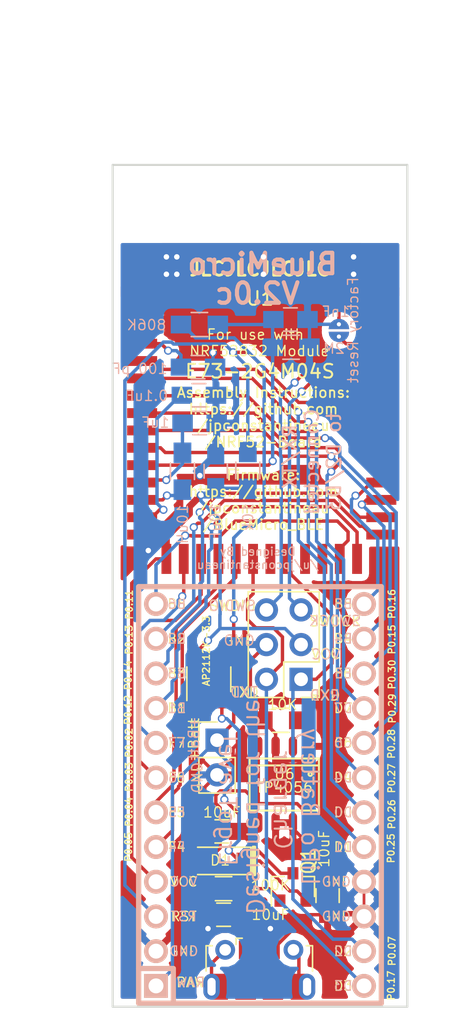
<source format=kicad_pcb>
(kicad_pcb (version 20171130) (host pcbnew "(5.0.0)")

  (general
    (thickness 1.6)
    (drawings 50)
    (tracks 536)
    (zones 0)
    (modules 24)
    (nets 35)
  )

  (page A4)
  (layers
    (0 F.Cu signal)
    (31 B.Cu signal)
    (32 B.Adhes user)
    (33 F.Adhes user)
    (34 B.Paste user)
    (35 F.Paste user)
    (36 B.SilkS user)
    (37 F.SilkS user)
    (38 B.Mask user)
    (39 F.Mask user)
    (40 Dwgs.User user hide)
    (41 Cmts.User user hide)
    (42 Eco1.User user hide)
    (43 Eco2.User user hide)
    (44 Edge.Cuts user)
    (45 Margin user hide)
    (46 B.CrtYd user hide)
    (47 F.CrtYd user hide)
    (48 B.Fab user hide)
    (49 F.Fab user hide)
  )

  (setup
    (last_trace_width 0.25)
    (user_trace_width 0.2)
    (user_trace_width 0.5)
    (trace_clearance 0.2)
    (zone_clearance 0.508)
    (zone_45_only yes)
    (trace_min 0.2)
    (segment_width 0.2)
    (edge_width 0.15)
    (via_size 0.6)
    (via_drill 0.4)
    (via_min_size 0.4)
    (via_min_drill 0.3)
    (uvia_size 0.3)
    (uvia_drill 0.1)
    (uvias_allowed no)
    (uvia_min_size 0.2)
    (uvia_min_drill 0.1)
    (pcb_text_width 0.3)
    (pcb_text_size 1.5 1.5)
    (mod_edge_width 0.15)
    (mod_text_size 1 1)
    (mod_text_width 0.15)
    (pad_size 3.25 3.25)
    (pad_drill 0)
    (pad_to_mask_clearance 0.2)
    (aux_axis_origin 0 0)
    (visible_elements 7FFFFFFF)
    (pcbplotparams
      (layerselection 0x010fc_ffffffff)
      (usegerberextensions false)
      (usegerberattributes false)
      (usegerberadvancedattributes false)
      (creategerberjobfile false)
      (excludeedgelayer true)
      (linewidth 0.100000)
      (plotframeref false)
      (viasonmask false)
      (mode 1)
      (useauxorigin false)
      (hpglpennumber 1)
      (hpglpenspeed 20)
      (hpglpendiameter 15.000000)
      (psnegative false)
      (psa4output false)
      (plotreference true)
      (plotvalue true)
      (plotinvisibletext false)
      (padsonsilk false)
      (subtractmaskfromsilk false)
      (outputformat 1)
      (mirror false)
      (drillshape 0)
      (scaleselection 1)
      (outputdirectory "gerber_fab/"))
  )

  (net 0 "")
  (net 1 GND)
  (net 2 "Net-(C1-Pad1)")
  (net 3 "Net-(C2-Pad1)")
  (net 4 VCC)
  (net 5 SWDIO)
  (net 6 RESET)
  (net 7 SWDCLK)
  (net 8 "Net-(L1-Pad2)")
  (net 9 SCK)
  (net 10 /P0.11)
  (net 11 RXD)
  (net 12 TXD)
  (net 13 /P0.05)
  (net 14 /P0.04)
  (net 15 /P0.03)
  (net 16 /P0.02)
  (net 17 MOSI)
  (net 18 MISO)
  (net 19 /P0.15)
  (net 20 /P0.16)
  (net 21 SDA)
  (net 22 SCL)
  (net 23 /P0.27)
  (net 24 /P0.28)
  (net 25 /P0.29)
  (net 26 /P0.30)
  (net 27 "Net-(JP2-Pad1)")
  (net 28 "Net-(C4-Pad1)")
  (net 29 "Net-(J1-Pad6)")
  (net 30 /VBus)
  (net 31 "Net-(C5-Pad1)")
  (net 32 /VBatt)
  (net 33 "Net-(R3-Pad1)")
  (net 34 /P0.31)

  (net_class Default "This is the default net class."
    (clearance 0.2)
    (trace_width 0.25)
    (via_dia 0.6)
    (via_drill 0.4)
    (uvia_dia 0.3)
    (uvia_drill 0.1)
    (add_net /P0.02)
    (add_net /P0.03)
    (add_net /P0.04)
    (add_net /P0.05)
    (add_net /P0.11)
    (add_net /P0.15)
    (add_net /P0.16)
    (add_net /P0.27)
    (add_net /P0.28)
    (add_net /P0.29)
    (add_net /P0.30)
    (add_net /P0.31)
    (add_net /VBatt)
    (add_net /VBus)
    (add_net GND)
    (add_net MISO)
    (add_net MOSI)
    (add_net "Net-(C1-Pad1)")
    (add_net "Net-(C2-Pad1)")
    (add_net "Net-(C4-Pad1)")
    (add_net "Net-(C5-Pad1)")
    (add_net "Net-(J1-Pad6)")
    (add_net "Net-(JP2-Pad1)")
    (add_net "Net-(L1-Pad2)")
    (add_net "Net-(R3-Pad1)")
    (add_net RESET)
    (add_net RXD)
    (add_net SCK)
    (add_net SCL)
    (add_net SDA)
    (add_net SWDCLK)
    (add_net SWDIO)
    (add_net TXD)
    (add_net VCC)
  )

  (net_class Power ""
    (clearance 0.2)
    (trace_width 0.5)
    (via_dia 0.6)
    (via_drill 0.4)
    (uvia_dia 0.3)
    (uvia_drill 0.1)
  )

  (module footprints:Pro_Micro (layer B.Cu) (tedit 5B15C08F) (tstamp 5AC2AF10)
    (at 109.22 139.7)
    (path /5AC0283B)
    (fp_text reference U2 (at 0.508 14.732) (layer Eco1.User)
      (effects (font (size 1.27 1.524) (thickness 0.2032)))
    )
    (fp_text value ProMicro (at 0 -1.524 90) (layer B.SilkS) hide
      (effects (font (size 1.27 1.524) (thickness 0.2032)) (justify mirror))
    )
    (fp_line (start -6.35 11.176) (end -8.89 11.176) (layer F.SilkS) (width 0.381))
    (fp_line (start -6.35 13.716) (end -6.35 11.176) (layer F.SilkS) (width 0.381))
    (fp_line (start 8.89 -16.764) (end 8.89 13.716) (layer F.SilkS) (width 0.381))
    (fp_line (start -8.89 -16.764) (end 8.89 -16.764) (layer F.SilkS) (width 0.381))
    (fp_line (start -8.89 13.716) (end -8.89 -16.764) (layer F.SilkS) (width 0.381))
    (fp_line (start 8.89 13.716) (end -8.89 13.716) (layer F.SilkS) (width 0.381))
    (fp_text user RAW (at -5.08 12.192) (layer F.SilkS)
      (effects (font (size 0.7 0.7) (thickness 0.1)))
    )
    (fp_text user GND (at -5.588 9.906) (layer F.SilkS)
      (effects (font (size 0.7 0.7) (thickness 0.1)))
    )
    (fp_text user RST (at -5.588 7.366) (layer F.SilkS)
      (effects (font (size 0.7 0.7) (thickness 0.1)))
    )
    (fp_text user VCC (at -5.588 4.826) (layer F.SilkS)
      (effects (font (size 0.7 0.7) (thickness 0.1)))
    )
    (fp_text user F4 (at -6.096 2.286) (layer F.SilkS)
      (effects (font (size 0.7 0.7) (thickness 0.1)))
    )
    (fp_text user F5 (at -6.096 -0.254) (layer F.SilkS)
      (effects (font (size 0.7 0.7) (thickness 0.1)))
    )
    (fp_text user F7 (at -6.096 -5.334) (layer F.SilkS)
      (effects (font (size 0.7 0.7) (thickness 0.1)))
    )
    (fp_text user F6 (at -6.096 -2.794) (layer F.SilkS)
      (effects (font (size 0.7 0.7) (thickness 0.1)))
    )
    (fp_text user B1 (at -6.096 -7.874) (layer F.SilkS)
      (effects (font (size 0.7 0.7) (thickness 0.1)))
    )
    (fp_text user B3 (at -6.096 -10.414) (layer F.SilkS)
      (effects (font (size 0.7 0.7) (thickness 0.1)))
    )
    (fp_text user B2 (at -6.096 -12.954) (layer F.SilkS)
      (effects (font (size 0.7 0.7) (thickness 0.1)))
    )
    (fp_text user B6 (at -6.096 -15.494) (layer F.SilkS)
      (effects (font (size 0.7 0.7) (thickness 0.1)))
    )
    (fp_text user D3 (at 6.096 12.446) (layer F.SilkS)
      (effects (font (size 0.7 0.7) (thickness 0.1)))
    )
    (fp_text user D2 (at 6.096 9.906) (layer F.SilkS)
      (effects (font (size 0.7 0.7) (thickness 0.1)))
    )
    (fp_text user GND (at 5.588 7.366) (layer F.SilkS)
      (effects (font (size 0.7 0.7) (thickness 0.1)))
    )
    (fp_text user GND (at 5.588 4.826) (layer F.SilkS)
      (effects (font (size 0.7 0.7) (thickness 0.1)))
    )
    (fp_text user D1 (at 6.096 2.286) (layer F.SilkS)
      (effects (font (size 0.7 0.7) (thickness 0.1)))
    )
    (fp_text user D0 (at 6.096 -0.254) (layer F.SilkS)
      (effects (font (size 0.7 0.7) (thickness 0.1)))
    )
    (fp_text user D4 (at 6.096 -2.794) (layer F.SilkS)
      (effects (font (size 0.7 0.7) (thickness 0.1)))
    )
    (fp_text user C6 (at 6.096 -5.334) (layer F.SilkS)
      (effects (font (size 0.7 0.7) (thickness 0.1)))
    )
    (fp_text user D7 (at 6.096 -7.874) (layer F.SilkS)
      (effects (font (size 0.7 0.7) (thickness 0.1)))
    )
    (fp_text user E6 (at 6.096 -10.414) (layer F.SilkS)
      (effects (font (size 0.7 0.7) (thickness 0.1)))
    )
    (fp_text user B4 (at 6.096 -12.954) (layer F.SilkS)
      (effects (font (size 0.7 0.7) (thickness 0.1)))
    )
    (fp_text user B5 (at 6.096 -15.494) (layer F.SilkS)
      (effects (font (size 0.7 0.7) (thickness 0.1)))
    )
    (fp_text user B5 (at 6.096 -15.494) (layer B.SilkS)
      (effects (font (size 0.7 0.7) (thickness 0.1)) (justify mirror))
    )
    (fp_text user B4 (at 6.096 -12.954) (layer B.SilkS)
      (effects (font (size 0.7 0.7) (thickness 0.1)) (justify mirror))
    )
    (fp_text user E6 (at 6.096 -10.414) (layer B.SilkS)
      (effects (font (size 0.7 0.7) (thickness 0.1)) (justify mirror))
    )
    (fp_text user D7 (at 6.096 -7.874) (layer B.SilkS)
      (effects (font (size 0.7 0.7) (thickness 0.1)) (justify mirror))
    )
    (fp_text user C6 (at 6.096 -5.334) (layer B.SilkS)
      (effects (font (size 0.7 0.7) (thickness 0.1)) (justify mirror))
    )
    (fp_text user D4 (at 6.096 -2.794) (layer B.SilkS)
      (effects (font (size 0.7 0.7) (thickness 0.1)) (justify mirror))
    )
    (fp_text user D0 (at 6.096 -0.254) (layer B.SilkS)
      (effects (font (size 0.7 0.7) (thickness 0.1)) (justify mirror))
    )
    (fp_text user D1 (at 6.096 2.286) (layer B.SilkS)
      (effects (font (size 0.7 0.7) (thickness 0.1)) (justify mirror))
    )
    (fp_text user GND (at 5.588 4.826) (layer B.SilkS)
      (effects (font (size 0.7 0.7) (thickness 0.1)) (justify mirror))
    )
    (fp_text user GND (at 5.588 7.366) (layer B.SilkS)
      (effects (font (size 0.7 0.7) (thickness 0.1)) (justify mirror))
    )
    (fp_text user D2 (at 6.096 9.906) (layer B.SilkS)
      (effects (font (size 0.7 0.7) (thickness 0.1)) (justify mirror))
    )
    (fp_text user D3 (at 6.096 12.446) (layer B.SilkS)
      (effects (font (size 0.7 0.7) (thickness 0.1)) (justify mirror))
    )
    (fp_text user B6 (at -6.096 -15.494) (layer B.SilkS)
      (effects (font (size 0.7 0.7) (thickness 0.1)) (justify mirror))
    )
    (fp_text user B2 (at -6.096 -12.954) (layer B.SilkS)
      (effects (font (size 0.7 0.7) (thickness 0.1)) (justify mirror))
    )
    (fp_text user B3 (at -6.096 -10.414) (layer B.SilkS)
      (effects (font (size 0.7 0.7) (thickness 0.1)) (justify mirror))
    )
    (fp_text user B1 (at -6.096 -7.874) (layer B.SilkS)
      (effects (font (size 0.7 0.7) (thickness 0.1)) (justify mirror))
    )
    (fp_text user F6 (at -6.096 -2.794) (layer B.SilkS)
      (effects (font (size 0.7 0.7) (thickness 0.1)) (justify mirror))
    )
    (fp_text user F7 (at -6.096 -5.334) (layer B.SilkS)
      (effects (font (size 0.7 0.7) (thickness 0.1)) (justify mirror))
    )
    (fp_text user F5 (at -6.096 -0.254) (layer B.SilkS)
      (effects (font (size 0.7 0.7) (thickness 0.1)) (justify mirror))
    )
    (fp_text user F4 (at -6.096 2.286) (layer B.SilkS)
      (effects (font (size 0.7 0.7) (thickness 0.1)) (justify mirror))
    )
    (fp_text user VCC (at -5.588 4.826) (layer B.SilkS)
      (effects (font (size 0.7 0.7) (thickness 0.1)) (justify mirror))
    )
    (fp_text user RST (at -5.588 7.366) (layer B.SilkS)
      (effects (font (size 0.7 0.7) (thickness 0.1)) (justify mirror))
    )
    (fp_text user GND (at -5.588 9.906) (layer B.SilkS)
      (effects (font (size 0.7 0.7) (thickness 0.1)) (justify mirror))
    )
    (fp_text user RAW (at -5.08 12.192) (layer B.SilkS)
      (effects (font (size 0.7 0.7) (thickness 0.1)) (justify mirror))
    )
    (fp_line (start 8.89 13.716) (end -8.89 13.716) (layer B.SilkS) (width 0.381))
    (fp_line (start -8.89 13.716) (end -8.89 -16.764) (layer B.SilkS) (width 0.381))
    (fp_line (start -8.89 -16.764) (end 8.89 -16.764) (layer B.SilkS) (width 0.381))
    (fp_line (start 8.89 -16.764) (end 8.89 13.716) (layer B.SilkS) (width 0.381))
    (fp_line (start -6.35 13.716) (end -6.35 11.176) (layer B.SilkS) (width 0.381))
    (fp_line (start -6.35 11.176) (end -8.89 11.176) (layer B.SilkS) (width 0.381))
    (pad 1 thru_hole rect (at -7.62 12.446 90) (size 1.7526 1.7526) (drill 1.0922) (layers *.Cu *.SilkS *.Mask)
      (net 32 /VBatt))
    (pad 2 thru_hole circle (at -7.62 9.906 90) (size 1.7526 1.7526) (drill 1.0922) (layers *.Cu *.SilkS *.Mask)
      (net 1 GND))
    (pad 3 thru_hole circle (at -7.62 7.366 90) (size 1.7526 1.7526) (drill 1.0922) (layers *.Cu *.SilkS *.Mask)
      (net 6 RESET))
    (pad 4 thru_hole circle (at -7.62 4.826 90) (size 1.7526 1.7526) (drill 1.0922) (layers *.Cu *.SilkS *.Mask)
      (net 4 VCC))
    (pad 5 thru_hole circle (at -7.62 2.286 90) (size 1.7526 1.7526) (drill 1.0922) (layers *.Cu *.SilkS *.Mask)
      (net 13 /P0.05))
    (pad 6 thru_hole circle (at -7.62 -0.254 90) (size 1.7526 1.7526) (drill 1.0922) (layers *.Cu *.SilkS *.Mask)
      (net 14 /P0.04))
    (pad 7 thru_hole circle (at -7.62 -2.794 90) (size 1.7526 1.7526) (drill 1.0922) (layers *.Cu *.SilkS *.Mask)
      (net 15 /P0.03))
    (pad 8 thru_hole circle (at -7.62 -5.334 90) (size 1.7526 1.7526) (drill 1.0922) (layers *.Cu *.SilkS *.Mask)
      (net 16 /P0.02))
    (pad 9 thru_hole circle (at -7.62 -7.874 90) (size 1.7526 1.7526) (drill 1.0922) (layers *.Cu *.SilkS *.Mask)
      (net 9 SCK))
    (pad 10 thru_hole circle (at -7.62 -10.414 90) (size 1.7526 1.7526) (drill 1.0922) (layers *.Cu *.SilkS *.Mask)
      (net 18 MISO))
    (pad 11 thru_hole circle (at -7.62 -12.954 90) (size 1.7526 1.7526) (drill 1.0922) (layers *.Cu *.SilkS *.Mask)
      (net 17 MOSI))
    (pad 12 thru_hole circle (at -7.62 -15.494 90) (size 1.7526 1.7526) (drill 1.0922) (layers *.Cu *.SilkS *.Mask)
      (net 10 /P0.11))
    (pad 24 thru_hole circle (at 7.62 -15.494 90) (size 1.7526 1.7526) (drill 1.0922) (layers *.Cu *.SilkS *.Mask)
      (net 20 /P0.16))
    (pad 23 thru_hole circle (at 7.62 -12.954 90) (size 1.7526 1.7526) (drill 1.0922) (layers *.Cu *.SilkS *.Mask)
      (net 19 /P0.15))
    (pad 22 thru_hole circle (at 7.62 -10.414 90) (size 1.7526 1.7526) (drill 1.0922) (layers *.Cu *.SilkS *.Mask)
      (net 26 /P0.30))
    (pad 21 thru_hole circle (at 7.62 -7.874 90) (size 1.7526 1.7526) (drill 1.0922) (layers *.Cu *.SilkS *.Mask)
      (net 25 /P0.29))
    (pad 20 thru_hole circle (at 7.62 -5.334 90) (size 1.7526 1.7526) (drill 1.0922) (layers *.Cu *.SilkS *.Mask)
      (net 24 /P0.28))
    (pad 19 thru_hole circle (at 7.62 -2.794 90) (size 1.7526 1.7526) (drill 1.0922) (layers *.Cu *.SilkS *.Mask)
      (net 23 /P0.27))
    (pad 18 thru_hole circle (at 7.62 -0.254 90) (size 1.7526 1.7526) (drill 1.0922) (layers *.Cu *.SilkS *.Mask)
      (net 22 SCL))
    (pad 17 thru_hole circle (at 7.62 2.286 90) (size 1.7526 1.7526) (drill 1.0922) (layers *.Cu *.SilkS *.Mask)
      (net 21 SDA))
    (pad 16 thru_hole circle (at 7.62 4.826 90) (size 1.7526 1.7526) (drill 1.0922) (layers *.Cu *.SilkS *.Mask)
      (net 1 GND))
    (pad 15 thru_hole circle (at 7.62 7.366 90) (size 1.7526 1.7526) (drill 1.0922) (layers *.Cu *.SilkS *.Mask)
      (net 1 GND))
    (pad 14 thru_hole circle (at 7.62 9.906 90) (size 1.7526 1.7526) (drill 1.0922) (layers *.Cu *.SilkS *.Mask)
      (net 11 RXD))
    (pad 13 thru_hole circle (at 7.62 12.446 90) (size 1.7526 1.7526) (drill 1.0922) (layers *.Cu *.SilkS *.Mask)
      (net 12 TXD))
  )

  (module Capacitors_SMD:C_0805_HandSoldering (layer B.Cu) (tedit 5B15F24C) (tstamp 5AC8E942)
    (at 104.7442 108.93044)
    (descr "Capacitor SMD 0805, hand soldering")
    (tags "capacitor 0805")
    (path /5ABABB01)
    (attr smd)
    (fp_text reference C2 (at 0 1.75) (layer B.SilkS) hide
      (effects (font (size 1 1) (thickness 0.15)) (justify mirror))
    )
    (fp_text value 0.1uF (at -3.8173 0.04064) (layer B.SilkS)
      (effects (font (size 0.75 0.75) (thickness 0.1)) (justify mirror))
    )
    (fp_text user %R (at 0 1.75) (layer B.Fab)
      (effects (font (size 1 1) (thickness 0.15)) (justify mirror))
    )
    (fp_line (start -1 -0.62) (end -1 0.62) (layer B.Fab) (width 0.1))
    (fp_line (start 1 -0.62) (end -1 -0.62) (layer B.Fab) (width 0.1))
    (fp_line (start 1 0.62) (end 1 -0.62) (layer B.Fab) (width 0.1))
    (fp_line (start -1 0.62) (end 1 0.62) (layer B.Fab) (width 0.1))
    (fp_line (start 0.5 0.85) (end -0.5 0.85) (layer B.SilkS) (width 0.12))
    (fp_line (start -0.5 -0.85) (end 0.5 -0.85) (layer B.SilkS) (width 0.12))
    (fp_line (start -2.25 0.88) (end 2.25 0.88) (layer B.CrtYd) (width 0.05))
    (fp_line (start -2.25 0.88) (end -2.25 -0.87) (layer B.CrtYd) (width 0.05))
    (fp_line (start 2.25 -0.87) (end 2.25 0.88) (layer B.CrtYd) (width 0.05))
    (fp_line (start 2.25 -0.87) (end -2.25 -0.87) (layer B.CrtYd) (width 0.05))
    (pad 1 smd rect (at -1.25 0) (size 1.5 1.25) (layers B.Cu B.Paste B.Mask)
      (net 3 "Net-(C2-Pad1)"))
    (pad 2 smd rect (at 1.25 0) (size 1.5 1.25) (layers B.Cu B.Paste B.Mask)
      (net 1 GND))
    (model Capacitors_SMD.3dshapes/C_0805.wrl
      (at (xyz 0 0 0))
      (scale (xyz 1 1 1))
      (rotate (xyz 0 0 0))
    )
  )

  (module Capacitors_SMD:C_0805_HandSoldering (layer B.Cu) (tedit 5B15F264) (tstamp 5AC2AE6E)
    (at 104.79754 110.96498)
    (descr "Capacitor SMD 0805, hand soldering")
    (tags "capacitor 0805")
    (path /5ABAB8FF)
    (attr smd)
    (fp_text reference C1 (at 0 1.75) (layer B.SilkS) hide
      (effects (font (size 1 1) (thickness 0.15)) (justify mirror))
    )
    (fp_text value 1uF (at -3.2458 -0.03556) (layer B.SilkS)
      (effects (font (size 0.75 0.75) (thickness 0.1)) (justify mirror))
    )
    (fp_text user %R (at 0 1.75) (layer B.Fab)
      (effects (font (size 1 1) (thickness 0.15)) (justify mirror))
    )
    (fp_line (start -1 -0.62) (end -1 0.62) (layer B.Fab) (width 0.1))
    (fp_line (start 1 -0.62) (end -1 -0.62) (layer B.Fab) (width 0.1))
    (fp_line (start 1 0.62) (end 1 -0.62) (layer B.Fab) (width 0.1))
    (fp_line (start -1 0.62) (end 1 0.62) (layer B.Fab) (width 0.1))
    (fp_line (start 0.5 0.85) (end -0.5 0.85) (layer B.SilkS) (width 0.12))
    (fp_line (start -0.5 -0.85) (end 0.5 -0.85) (layer B.SilkS) (width 0.12))
    (fp_line (start -2.25 0.88) (end 2.25 0.88) (layer B.CrtYd) (width 0.05))
    (fp_line (start -2.25 0.88) (end -2.25 -0.87) (layer B.CrtYd) (width 0.05))
    (fp_line (start 2.25 -0.87) (end 2.25 0.88) (layer B.CrtYd) (width 0.05))
    (fp_line (start 2.25 -0.87) (end -2.25 -0.87) (layer B.CrtYd) (width 0.05))
    (pad 1 smd rect (at -1.25 0) (size 1.5 1.25) (layers B.Cu B.Paste B.Mask)
      (net 2 "Net-(C1-Pad1)"))
    (pad 2 smd rect (at 1.25 0) (size 1.5 1.25) (layers B.Cu B.Paste B.Mask)
      (net 1 GND))
    (model Capacitors_SMD.3dshapes/C_0805.wrl
      (at (xyz 0 0 0))
      (scale (xyz 1 1 1))
      (rotate (xyz 0 0 0))
    )
  )

  (module Capacitors_SMD:C_0805_HandSoldering (layer B.Cu) (tedit 5B15F283) (tstamp 5AC2AE7A)
    (at 105.97642 114.49018 90)
    (descr "Capacitor SMD 0805, hand soldering")
    (tags "capacitor 0805")
    (path /5ABAB958)
    (attr smd)
    (fp_text reference C3 (at 0 1.75 90) (layer B.SilkS) hide
      (effects (font (size 1 1) (thickness 0.15)) (justify mirror))
    )
    (fp_text value 10uF (at -3.69094 -0.04826 90) (layer B.SilkS)
      (effects (font (size 0.75 0.75) (thickness 0.1)) (justify mirror))
    )
    (fp_text user %R (at 0 1.75 90) (layer B.Fab)
      (effects (font (size 1 1) (thickness 0.15)) (justify mirror))
    )
    (fp_line (start -1 -0.62) (end -1 0.62) (layer B.Fab) (width 0.1))
    (fp_line (start 1 -0.62) (end -1 -0.62) (layer B.Fab) (width 0.1))
    (fp_line (start 1 0.62) (end 1 -0.62) (layer B.Fab) (width 0.1))
    (fp_line (start -1 0.62) (end 1 0.62) (layer B.Fab) (width 0.1))
    (fp_line (start 0.5 0.85) (end -0.5 0.85) (layer B.SilkS) (width 0.12))
    (fp_line (start -0.5 -0.85) (end 0.5 -0.85) (layer B.SilkS) (width 0.12))
    (fp_line (start -2.25 0.88) (end 2.25 0.88) (layer B.CrtYd) (width 0.05))
    (fp_line (start -2.25 0.88) (end -2.25 -0.87) (layer B.CrtYd) (width 0.05))
    (fp_line (start 2.25 -0.87) (end 2.25 0.88) (layer B.CrtYd) (width 0.05))
    (fp_line (start 2.25 -0.87) (end -2.25 -0.87) (layer B.CrtYd) (width 0.05))
    (pad 1 smd rect (at -1.25 0 90) (size 1.5 1.25) (layers B.Cu B.Paste B.Mask)
      (net 4 VCC))
    (pad 2 smd rect (at 1.25 0 90) (size 1.5 1.25) (layers B.Cu B.Paste B.Mask)
      (net 1 GND))
    (model Capacitors_SMD.3dshapes/C_0805.wrl
      (at (xyz 0 0 0))
      (scale (xyz 1 1 1))
      (rotate (xyz 0 0 0))
    )
  )

  (module E73:SolderJumperSingle (layer F.Cu) (tedit 5B160D5A) (tstamp 5AC2AEA8)
    (at 115.00104 104.18826 90)
    (path /5AC0108C)
    (solder_mask_margin 0.001)
    (solder_paste_margin -0.02)
    (clearance 0.001)
    (fp_text reference JP2 (at -0.508 1.016 90) (layer Cmts.User) hide
      (effects (font (size 0.3 0.3) (thickness 0.03)))
    )
    (fp_text value "Factory Reset" (at 0.02826 1.03896 90) (layer B.SilkS)
      (effects (font (size 0.75 0.75) (thickness 0.1)) (justify mirror))
    )
    (fp_poly (pts (xy -0.1 -0.75) (xy -0.3565 -0.7048) (xy -0.5821 -0.5745) (xy -0.7495 -0.375)
      (xy -0.8386 -0.1302) (xy -0.8386 0.1302) (xy -0.7495 0.375) (xy -0.5821 0.5745)
      (xy -0.3565 0.7048) (xy -0.1 0.75) (xy -0.1 -0.75)) (layer F.Cu) (width 0.01))
    (fp_poly (pts (xy 0.1 0.75) (xy 0.3565 0.7048) (xy 0.5821 0.5745) (xy 0.7495 0.375)
      (xy 0.8386 0.1302) (xy 0.8386 -0.1302) (xy 0.7495 -0.375) (xy 0.5821 -0.5745)
      (xy 0.3565 -0.7048) (xy 0.1 -0.75) (xy 0.1 0.75)) (layer F.Cu) (width 0.01))
    (fp_poly (pts (xy -0.1 -0.75) (xy -0.3565 -0.7048) (xy -0.5821 -0.5745) (xy -0.7495 -0.375)
      (xy -0.8386 -0.1302) (xy -0.8386 0.1302) (xy -0.7495 0.375) (xy -0.5821 0.5745)
      (xy -0.3565 0.7048) (xy -0.1 0.75) (xy -0.1 -0.75)) (layer B.Cu) (width 0.01))
    (fp_poly (pts (xy 0.1 0.75) (xy 0.3565 0.7048) (xy 0.5821 0.5745) (xy 0.7495 0.375)
      (xy 0.8386 0.1302) (xy 0.8386 -0.1302) (xy 0.7495 -0.375) (xy 0.5821 -0.5745)
      (xy 0.3565 -0.7048) (xy 0.1 -0.75) (xy 0.1 0.75)) (layer B.Cu) (width 0.01))
    (pad 2 thru_hole circle (at 0.45 0 90) (size 0.4 0.4) (drill 0.3) (layers *.Cu *.Mask)
      (net 1 GND))
    (pad 1 thru_hole circle (at -0.45 0 90) (size 0.4 0.4) (drill 0.3) (layers *.Cu *.Mask)
      (net 27 "Net-(JP2-Pad1)"))
    (pad 1 thru_hole circle (at -0.45 0 90) (size 0.4 0.4) (drill 0.3) (layers *.Cu *.Mask)
      (net 27 "Net-(JP2-Pad1)"))
    (pad 2 thru_hole circle (at 0.45 0 90) (size 0.4 0.4) (drill 0.3) (layers *.Cu *.Mask)
      (net 1 GND))
  )

  (module Inductors_SMD:L_0805_HandSoldering (layer B.Cu) (tedit 5B15F274) (tstamp 5AC2AEAE)
    (at 103.53802 114.4905 270)
    (descr "Resistor SMD 0805, hand soldering")
    (tags "resistor 0805")
    (path /5ABAB844)
    (attr smd)
    (fp_text reference L1 (at 0 2.1 270) (layer B.SilkS) hide
      (effects (font (size 1 1) (thickness 0.15)) (justify mirror))
    )
    (fp_text value 10uH (at 3.87858 -0.01524 270) (layer B.SilkS)
      (effects (font (size 0.75 0.75) (thickness 0.1)) (justify mirror))
    )
    (fp_text user %R (at 0 0 270) (layer B.Fab) hide
      (effects (font (size 0.5 0.5) (thickness 0.075)) (justify mirror))
    )
    (fp_line (start -1 -0.62) (end -1 0.62) (layer B.Fab) (width 0.1))
    (fp_line (start 1 -0.62) (end -1 -0.62) (layer B.Fab) (width 0.1))
    (fp_line (start 1 0.62) (end 1 -0.62) (layer B.Fab) (width 0.1))
    (fp_line (start -1 0.62) (end 1 0.62) (layer B.Fab) (width 0.1))
    (fp_line (start -2.4 1) (end 2.4 1) (layer B.CrtYd) (width 0.05))
    (fp_line (start -2.4 -1) (end 2.4 -1) (layer B.CrtYd) (width 0.05))
    (fp_line (start -2.4 1) (end -2.4 -1) (layer B.CrtYd) (width 0.05))
    (fp_line (start 2.4 1) (end 2.4 -1) (layer B.CrtYd) (width 0.05))
    (fp_line (start 0.6 -0.88) (end -0.6 -0.88) (layer B.SilkS) (width 0.12))
    (fp_line (start -0.6 0.88) (end 0.6 0.88) (layer B.SilkS) (width 0.12))
    (pad 1 smd rect (at -1.35 0 270) (size 1.5 1.3) (layers B.Cu B.Paste B.Mask)
      (net 2 "Net-(C1-Pad1)"))
    (pad 2 smd rect (at 1.35 0 270) (size 1.5 1.3) (layers B.Cu B.Paste B.Mask)
      (net 8 "Net-(L1-Pad2)"))
    (model ${KISYS3DMOD}/Inductors_SMD.3dshapes/L_0805.wrl
      (at (xyz 0 0 0))
      (scale (xyz 1 1 1))
      (rotate (xyz 0 0 0))
    )
  )

  (module Resistors_SMD:R_0805_HandSoldering (layer B.Cu) (tedit 5B15F28F) (tstamp 5AC2AEB4)
    (at 108.325921 114.430821 270)
    (descr "Resistor SMD 0805, hand soldering")
    (tags "resistor 0805")
    (path /5ABC4496)
    (attr smd)
    (fp_text reference R1 (at -0.34164 1.58242 270) (layer B.SilkS) hide
      (effects (font (size 1 1) (thickness 0.15)) (justify mirror))
    )
    (fp_text value 10k (at 3.417559 -0.020319 270) (layer B.SilkS)
      (effects (font (size 0.75 0.75) (thickness 0.1)) (justify mirror))
    )
    (fp_text user %R (at 0.17398 -0.01016 270) (layer B.Fab)
      (effects (font (size 0.5 0.5) (thickness 0.075)) (justify mirror))
    )
    (fp_line (start -1 -0.62) (end -1 0.62) (layer B.Fab) (width 0.1))
    (fp_line (start 1 -0.62) (end -1 -0.62) (layer B.Fab) (width 0.1))
    (fp_line (start 1 0.62) (end 1 -0.62) (layer B.Fab) (width 0.1))
    (fp_line (start -1 0.62) (end 1 0.62) (layer B.Fab) (width 0.1))
    (fp_line (start 0.6 -0.88) (end -0.6 -0.88) (layer B.SilkS) (width 0.12))
    (fp_line (start -0.6 0.88) (end 0.6 0.88) (layer B.SilkS) (width 0.12))
    (fp_line (start -2.35 0.9) (end 2.35 0.9) (layer B.CrtYd) (width 0.05))
    (fp_line (start -2.35 0.9) (end -2.35 -0.9) (layer B.CrtYd) (width 0.05))
    (fp_line (start 2.35 -0.9) (end 2.35 0.9) (layer B.CrtYd) (width 0.05))
    (fp_line (start 2.35 -0.9) (end -2.35 -0.9) (layer B.CrtYd) (width 0.05))
    (pad 1 smd rect (at -1.35 0 270) (size 1.5 1.3) (layers B.Cu B.Paste B.Mask)
      (net 6 RESET))
    (pad 2 smd rect (at 1.35 0 270) (size 1.5 1.3) (layers B.Cu B.Paste B.Mask)
      (net 4 VCC))
    (model ${KISYS3DMOD}/Resistors_SMD.3dshapes/R_0805.wrl
      (at (xyz 0 0 0))
      (scale (xyz 1 1 1))
      (rotate (xyz 0 0 0))
    )
  )

  (module E73:E73-2G4M04S (layer F.Cu) (tedit 5AC810FE) (tstamp 5AC2AEF4)
    (at 109.22 106.68 180)
    (path /5ABAB5A8)
    (fp_text reference U1 (at 0 4.826 180) (layer F.SilkS)
      (effects (font (size 1 1) (thickness 0.15)))
    )
    (fp_text value E73-2G4M04S (at 0 -0.5 180) (layer F.SilkS)
      (effects (font (size 1 1) (thickness 0.15)))
    )
    (fp_line (start -8.89 14.478) (end 8.636 14.478) (layer F.Fab) (width 0.15))
    (fp_line (start 8.636 -14.224) (end 8.636 14.478) (layer F.Fab) (width 0.15))
    (fp_line (start -8.89 -14.224) (end -8.89 14.478) (layer F.Fab) (width 0.15))
    (fp_line (start -8.89 -14.224) (end 8.636 -14.224) (layer F.Fab) (width 0.15))
    (pad 27 smd rect (at -7.112 -14.224 180) (size 0.72 2.2) (layers F.Cu F.Paste F.Mask)
      (net 9 SCK))
    (pad 26 smd rect (at -5.842 -14.224 180) (size 0.72 2.2) (layers F.Cu F.Paste F.Mask)
      (net 10 /P0.11))
    (pad 25 smd rect (at -4.572 -14.224 180) (size 0.72 2.2) (layers F.Cu F.Paste F.Mask))
    (pad 24 smd rect (at -3.302 -14.224 180) (size 0.72 2.2) (layers F.Cu F.Paste F.Mask))
    (pad 23 smd rect (at -2.032 -14.224 180) (size 0.72 2.2) (layers F.Cu F.Paste F.Mask)
      (net 11 RXD))
    (pad 22 smd rect (at -0.762 -14.224 180) (size 0.72 2.2) (layers F.Cu F.Paste F.Mask))
    (pad 21 smd rect (at 0.508 -14.224 180) (size 0.72 2.2) (layers F.Cu F.Paste F.Mask)
      (net 12 TXD))
    (pad 20 smd rect (at 1.778 -14.224 180) (size 0.72 2.2) (layers F.Cu F.Paste F.Mask)
      (net 13 /P0.05))
    (pad 19 smd rect (at 3.048 -14.224 180) (size 0.72 2.2) (layers F.Cu F.Paste F.Mask)
      (net 14 /P0.04))
    (pad 18 smd rect (at 4.318 -14.224 180) (size 0.72 2.2) (layers F.Cu F.Paste F.Mask)
      (net 15 /P0.03))
    (pad 17 smd rect (at 5.588 -14.224 180) (size 0.72 2.2) (layers F.Cu F.Paste F.Mask)
      (net 16 /P0.02))
    (pad 16 smd rect (at 6.858 -14.224 180) (size 0.72 2.2) (layers F.Cu F.Paste F.Mask)
      (net 4 VCC))
    (pad 28 smd rect (at -8.89 -12.446 180) (size 2.2 0.72) (layers F.Cu F.Paste F.Mask)
      (net 17 MOSI))
    (pad 29 smd rect (at -8.89 -11.176 180) (size 2.2 0.72) (layers F.Cu F.Paste F.Mask)
      (net 18 MISO))
    (pad 30 smd rect (at -8.89 -9.906 180) (size 2.2 0.72) (layers F.Cu F.Paste F.Mask)
      (net 19 /P0.15))
    (pad 31 smd rect (at -8.89 -8.636 180) (size 2.2 0.72) (layers F.Cu F.Paste F.Mask)
      (net 20 /P0.16))
    (pad 32 smd rect (at -8.89 -7.366 180) (size 2.2 0.72) (layers F.Cu F.Paste F.Mask))
    (pad 33 smd rect (at -8.89 -6.096 180) (size 2.2 0.72) (layers F.Cu F.Paste F.Mask))
    (pad 34 smd rect (at -8.89 -4.826 180) (size 2.2 0.72) (layers F.Cu F.Paste F.Mask))
    (pad 35 smd rect (at -8.89 -3.556 180) (size 2.2 0.72) (layers F.Cu F.Paste F.Mask))
    (pad 36 smd rect (at -8.89 -2.286 180) (size 2.2 0.72) (layers F.Cu F.Paste F.Mask)
      (net 6 RESET))
    (pad 37 smd rect (at -8.89 -1.016 180) (size 2.2 0.72) (layers F.Cu F.Paste F.Mask)
      (net 7 SWDCLK))
    (pad 38 smd rect (at -8.89 0.254 180) (size 2.2 0.72) (layers F.Cu F.Paste F.Mask)
      (net 5 SWDIO))
    (pad 39 smd rect (at -8.89 1.524 180) (size 2.2 0.72) (layers F.Cu F.Paste F.Mask)
      (net 27 "Net-(JP2-Pad1)"))
    (pad 40 smd rect (at -8.89 2.794 180) (size 2.2 0.72) (layers F.Cu F.Paste F.Mask))
    (pad 41 smd rect (at -8.89 4.064 180) (size 2.2 0.72) (layers F.Cu F.Paste F.Mask))
    (pad 42 smd rect (at -8.89 6.604 180) (size 2.2 0.72) (layers F.Cu F.Paste F.Mask)
      (net 1 GND))
    (pad 43 smd rect (at -8.89 7.874 180) (size 2.2 0.72) (layers F.Cu F.Paste F.Mask)
      (net 1 GND))
    (pad 0 smd rect (at 8.636 7.874 180) (size 2.2 0.72) (layers F.Cu F.Paste F.Mask)
      (net 1 GND))
    (pad 1 smd rect (at 8.636 6.604 180) (size 2.2 0.72) (layers F.Cu F.Paste F.Mask)
      (net 1 GND))
    (pad 2 smd rect (at 8.636 4.064 180) (size 2.2 0.72) (layers F.Cu F.Paste F.Mask)
      (net 1 GND))
    (pad 3 smd rect (at 8.636 2.794 180) (size 2.2 0.72) (layers F.Cu F.Paste F.Mask))
    (pad 4 smd rect (at 8.636 1.524 180) (size 2.2 0.72) (layers F.Cu F.Paste F.Mask)
      (net 28 "Net-(C4-Pad1)"))
    (pad 5 smd rect (at 8.636 0.254 180) (size 2.2 0.72) (layers F.Cu F.Paste F.Mask)
      (net 21 SDA))
    (pad 6 smd rect (at 8.636 -1.016 180) (size 2.2 0.72) (layers F.Cu F.Paste F.Mask)
      (net 22 SCL))
    (pad 7 smd rect (at 8.636 -2.286 180) (size 2.2 0.72) (layers F.Cu F.Paste F.Mask)
      (net 23 /P0.27))
    (pad 8 smd rect (at 8.636 -3.556 180) (size 2.2 0.72) (layers F.Cu F.Paste F.Mask)
      (net 24 /P0.28))
    (pad 9 smd rect (at 8.636 -4.826 180) (size 2.2 0.72) (layers F.Cu F.Paste F.Mask)
      (net 25 /P0.29))
    (pad 10 smd rect (at 8.636 -6.096 180) (size 2.2 0.72) (layers F.Cu F.Paste F.Mask)
      (net 26 /P0.30))
    (pad 11 smd rect (at 8.636 -7.366 180) (size 2.2 0.72) (layers F.Cu F.Paste F.Mask)
      (net 34 /P0.31))
    (pad 12 smd rect (at 8.636 -8.636 180) (size 2.2 0.72) (layers F.Cu F.Paste F.Mask)
      (net 2 "Net-(C1-Pad1)"))
    (pad 13 smd rect (at 8.636 -9.906 180) (size 2.2 0.72) (layers F.Cu F.Paste F.Mask)
      (net 8 "Net-(L1-Pad2)"))
    (pad 14 smd rect (at 8.636 -11.176 180) (size 2.2 0.72) (layers F.Cu F.Paste F.Mask)
      (net 3 "Net-(C2-Pad1)"))
    (pad 15 smd rect (at 8.636 -12.446 180) (size 2.2 0.72) (layers F.Cu F.Paste F.Mask)
      (net 1 GND))
  )

  (module Capacitors_SMD:C_0805_HandSoldering (layer B.Cu) (tedit 5B15F258) (tstamp 5AD35C38)
    (at 104.67816 106.8705)
    (descr "Capacitor SMD 0805, hand soldering")
    (tags "capacitor 0805")
    (path /5AD35C24)
    (attr smd)
    (fp_text reference C4 (at 0 1.75) (layer B.SilkS) hide
      (effects (font (size 1 1) (thickness 0.15)) (justify mirror))
    )
    (fp_text value "100 pF" (at -4.26434 0.12192) (layer B.SilkS)
      (effects (font (size 0.75 0.75) (thickness 0.1)) (justify mirror))
    )
    (fp_text user %R (at 0 1.75) (layer B.Fab)
      (effects (font (size 1 1) (thickness 0.15)) (justify mirror))
    )
    (fp_line (start -1 -0.62) (end -1 0.62) (layer B.Fab) (width 0.1))
    (fp_line (start 1 -0.62) (end -1 -0.62) (layer B.Fab) (width 0.1))
    (fp_line (start 1 0.62) (end 1 -0.62) (layer B.Fab) (width 0.1))
    (fp_line (start -1 0.62) (end 1 0.62) (layer B.Fab) (width 0.1))
    (fp_line (start 0.5 0.85) (end -0.5 0.85) (layer B.SilkS) (width 0.12))
    (fp_line (start -0.5 -0.85) (end 0.5 -0.85) (layer B.SilkS) (width 0.12))
    (fp_line (start -2.25 0.88) (end 2.25 0.88) (layer B.CrtYd) (width 0.05))
    (fp_line (start -2.25 0.88) (end -2.25 -0.87) (layer B.CrtYd) (width 0.05))
    (fp_line (start 2.25 -0.87) (end 2.25 0.88) (layer B.CrtYd) (width 0.05))
    (fp_line (start 2.25 -0.87) (end -2.25 -0.87) (layer B.CrtYd) (width 0.05))
    (pad 1 smd rect (at -1.25 0) (size 1.5 1.25) (layers B.Cu B.Paste B.Mask)
      (net 28 "Net-(C4-Pad1)"))
    (pad 2 smd rect (at 1.25 0) (size 1.5 1.25) (layers B.Cu B.Paste B.Mask)
      (net 1 GND))
    (model Capacitors_SMD.3dshapes/C_0805.wrl
      (at (xyz 0 0 0))
      (scale (xyz 1 1 1))
      (rotate (xyz 0 0 0))
    )
  )

  (module Connectors_USB:USB_Micro-B_Molex-105017-0001 (layer F.Cu) (tedit 5B15D408) (tstamp 5B11795C)
    (at 109.1692 151.85898)
    (descr http://www.molex.com/pdm_docs/sd/1050170001_sd.pdf)
    (tags "Micro-USB SMD Typ-B")
    (path /5B116606)
    (attr smd)
    (fp_text reference J1 (at 0.0381 -4.37388) (layer F.SilkS) hide
      (effects (font (size 1 1) (thickness 0.15)))
    )
    (fp_text value USB_OTG (at 0.3 3.45) (layer F.Fab)
      (effects (font (size 1 1) (thickness 0.15)))
    )
    (fp_line (start -4.4 2.75) (end 4.4 2.75) (layer F.CrtYd) (width 0.05))
    (fp_line (start 4.4 -3.35) (end 4.4 2.75) (layer F.CrtYd) (width 0.05))
    (fp_line (start -4.4 -3.35) (end 4.4 -3.35) (layer F.CrtYd) (width 0.05))
    (fp_line (start -4.4 2.75) (end -4.4 -3.35) (layer F.CrtYd) (width 0.05))
    (fp_text user "PCB Edge" (at 0 1.8) (layer Dwgs.User)
      (effects (font (size 0.5 0.5) (thickness 0.08)))
    )
    (fp_line (start -3.9 -2.65) (end -3.45 -2.65) (layer F.SilkS) (width 0.12))
    (fp_line (start -3.9 -0.8) (end -3.9 -2.65) (layer F.SilkS) (width 0.12))
    (fp_line (start 3.9 1.75) (end 3.9 1.5) (layer F.SilkS) (width 0.12))
    (fp_line (start 3.75 2.5) (end 3.75 -2.5) (layer F.Fab) (width 0.1))
    (fp_line (start -3 1.801704) (end 3 1.801704) (layer F.Fab) (width 0.1))
    (fp_line (start -3.75 2.501704) (end 3.75 2.501704) (layer F.Fab) (width 0.1))
    (fp_line (start -3.75 -2.5) (end 3.75 -2.5) (layer F.Fab) (width 0.1))
    (fp_line (start -3.75 2.5) (end -3.75 -2.5) (layer F.Fab) (width 0.1))
    (fp_line (start -3.9 1.75) (end -3.9 1.5) (layer F.SilkS) (width 0.12))
    (fp_line (start 3.9 -0.8) (end 3.9 -2.65) (layer F.SilkS) (width 0.12))
    (fp_line (start 3.9 -2.65) (end 3.45 -2.65) (layer F.SilkS) (width 0.12))
    (fp_text user %R (at 0 0) (layer F.Fab)
      (effects (font (size 1 1) (thickness 0.15)))
    )
    (fp_line (start -1.7 -3.2) (end -1.25 -3.2) (layer F.SilkS) (width 0.12))
    (fp_line (start -1.7 -3.2) (end -1.7 -2.75) (layer F.SilkS) (width 0.12))
    (fp_line (start -1.3 -2.6) (end -1.5 -2.8) (layer F.Fab) (width 0.1))
    (fp_line (start -1.1 -2.8) (end -1.3 -2.6) (layer F.Fab) (width 0.1))
    (fp_line (start -1.5 -3.01) (end -1.1 -3.01) (layer F.Fab) (width 0.1))
    (fp_line (start -1.5 -3.01) (end -1.5 -2.8) (layer F.Fab) (width 0.1))
    (fp_line (start -1.1 -3.01) (end -1.1 -2.8) (layer F.Fab) (width 0.1))
    (pad 6 smd rect (at 1 0.35) (size 1.5 1.9) (layers F.Cu F.Paste F.Mask)
      (net 29 "Net-(J1-Pad6)"))
    (pad 6 thru_hole circle (at -2.5 -2.35) (size 1.45 1.45) (drill 0.85) (layers *.Cu *.Mask)
      (net 29 "Net-(J1-Pad6)"))
    (pad 2 smd rect (at -0.65 -2.35) (size 0.4 1.35) (layers F.Cu F.Paste F.Mask))
    (pad 1 smd rect (at -1.3 -2.35) (size 0.4 1.35) (layers F.Cu F.Paste F.Mask)
      (net 30 /VBus))
    (pad 5 smd rect (at 1.3 -2.35) (size 0.4 1.35) (layers F.Cu F.Paste F.Mask)
      (net 1 GND))
    (pad 4 smd rect (at 0.65 -2.35) (size 0.4 1.35) (layers F.Cu F.Paste F.Mask))
    (pad 3 smd rect (at 0 -2.35) (size 0.4 1.35) (layers F.Cu F.Paste F.Mask))
    (pad 6 thru_hole circle (at 2.5 -2.35) (size 1.45 1.45) (drill 0.85) (layers *.Cu *.Mask)
      (net 29 "Net-(J1-Pad6)"))
    (pad 6 smd rect (at -1 0.35) (size 1.5 1.9) (layers F.Cu F.Paste F.Mask)
      (net 29 "Net-(J1-Pad6)"))
    (pad 6 thru_hole oval (at -3.5 0.35 180) (size 1.2 1.9) (drill oval 0.6 1.3) (layers *.Cu *.Mask)
      (net 29 "Net-(J1-Pad6)"))
    (pad 6 thru_hole oval (at 3.5 0.35) (size 1.2 1.9) (drill oval 0.6 1.3) (layers *.Cu *.Mask)
      (net 29 "Net-(J1-Pad6)"))
    (pad 6 smd rect (at 2.9 0.35) (size 1.2 1.9) (layers F.Cu F.Mask)
      (net 29 "Net-(J1-Pad6)"))
    (pad 6 smd rect (at -2.9 0.35) (size 1.2 1.9) (layers F.Cu F.Mask)
      (net 29 "Net-(J1-Pad6)"))
    (model ${KISYS3DMOD}/Connectors_USB.3dshapes/USB_Micro-B_Molex-105017-0001.wrl
      (at (xyz 0 0 0))
      (scale (xyz 1 1 1))
      (rotate (xyz 0 0 0))
    )
  )

  (module TO_SOT_Packages_SMD:SOT-23-5_HandSoldering (layer F.Cu) (tedit 5B160FDA) (tstamp 5B117965)
    (at 105.471 129.714 90)
    (descr "5-pin SOT23 package")
    (tags "SOT-23-5 hand-soldering")
    (path /5B1178CE)
    (attr smd)
    (fp_text reference U3 (at -0.20192 -3.07852 90) (layer F.Fab)
      (effects (font (size 1 1) (thickness 0.15)))
    )
    (fp_text value AP2112K-3.3 (at 2.079 -0.188 90) (layer F.SilkS)
      (effects (font (size 0.5 0.5) (thickness 0.1)))
    )
    (fp_text user %R (at -0.10796 0.076159 180) (layer F.Fab)
      (effects (font (size 0.5 0.5) (thickness 0.075)))
    )
    (fp_line (start -0.9 1.61) (end 0.9 1.61) (layer F.SilkS) (width 0.12))
    (fp_line (start 0.9 -1.61) (end -1.55 -1.61) (layer F.SilkS) (width 0.12))
    (fp_line (start -0.9 -0.9) (end -0.25 -1.55) (layer F.Fab) (width 0.1))
    (fp_line (start 0.9 -1.55) (end -0.25 -1.55) (layer F.Fab) (width 0.1))
    (fp_line (start -0.9 -0.9) (end -0.9 1.55) (layer F.Fab) (width 0.1))
    (fp_line (start 0.9 1.55) (end -0.9 1.55) (layer F.Fab) (width 0.1))
    (fp_line (start 0.9 -1.55) (end 0.9 1.55) (layer F.Fab) (width 0.1))
    (fp_line (start -2.38 -1.8) (end 2.38 -1.8) (layer F.CrtYd) (width 0.05))
    (fp_line (start -2.38 -1.8) (end -2.38 1.8) (layer F.CrtYd) (width 0.05))
    (fp_line (start 2.38 1.8) (end 2.38 -1.8) (layer F.CrtYd) (width 0.05))
    (fp_line (start 2.38 1.8) (end -2.38 1.8) (layer F.CrtYd) (width 0.05))
    (pad 1 smd rect (at -1.35 -0.95 90) (size 1.56 0.65) (layers F.Cu F.Paste F.Mask)
      (net 31 "Net-(C5-Pad1)"))
    (pad 2 smd rect (at -1.35 0 90) (size 1.56 0.65) (layers F.Cu F.Paste F.Mask)
      (net 1 GND))
    (pad 3 smd rect (at -1.35 0.95 90) (size 1.56 0.65) (layers F.Cu F.Paste F.Mask)
      (net 31 "Net-(C5-Pad1)"))
    (pad 4 smd rect (at 1.35 0.95 90) (size 1.56 0.65) (layers F.Cu F.Paste F.Mask))
    (pad 5 smd rect (at 1.35 -0.95 90) (size 1.56 0.65) (layers F.Cu F.Paste F.Mask)
      (net 4 VCC))
    (model ${KISYS3DMOD}/TO_SOT_Packages_SMD.3dshapes\SOT-23-5.wrl
      (at (xyz 0 0 0))
      (scale (xyz 1 1 1))
      (rotate (xyz 0 0 0))
    )
  )

  (module TO_SOT_Packages_SMD:SOT-23 (layer F.Cu) (tedit 5B52861E) (tstamp 5B158CF2)
    (at 111.633 144.907 90)
    (descr "SOT-23, Standard")
    (tags SOT-23)
    (path /5B1587C5)
    (attr smd)
    (fp_text reference Q1 (at 1.905 1.143 90) (layer F.SilkS)
      (effects (font (size 1 1) (thickness 0.15)))
    )
    (fp_text value DMG3415U (at -0.01664 -1.87718 90) (layer F.SilkS) hide
      (effects (font (size 0.75 0.75) (thickness 0.1)))
    )
    (fp_text user %R (at -0.043941 0.017781 180) (layer F.Fab)
      (effects (font (size 0.5 0.5) (thickness 0.075)))
    )
    (fp_line (start -0.7 -0.95) (end -0.7 1.5) (layer F.Fab) (width 0.1))
    (fp_line (start -0.15 -1.52) (end 0.7 -1.52) (layer F.Fab) (width 0.1))
    (fp_line (start -0.7 -0.95) (end -0.15 -1.52) (layer F.Fab) (width 0.1))
    (fp_line (start 0.7 -1.52) (end 0.7 1.52) (layer F.Fab) (width 0.1))
    (fp_line (start -0.7 1.52) (end 0.7 1.52) (layer F.Fab) (width 0.1))
    (fp_line (start 0.76 1.58) (end 0.76 0.65) (layer F.SilkS) (width 0.12))
    (fp_line (start 0.76 -1.58) (end 0.76 -0.65) (layer F.SilkS) (width 0.12))
    (fp_line (start -1.7 -1.75) (end 1.7 -1.75) (layer F.CrtYd) (width 0.05))
    (fp_line (start 1.7 -1.75) (end 1.7 1.75) (layer F.CrtYd) (width 0.05))
    (fp_line (start 1.7 1.75) (end -1.7 1.75) (layer F.CrtYd) (width 0.05))
    (fp_line (start -1.7 1.75) (end -1.7 -1.75) (layer F.CrtYd) (width 0.05))
    (fp_line (start 0.76 -1.58) (end -1.4 -1.58) (layer F.SilkS) (width 0.12))
    (fp_line (start 0.76 1.58) (end -0.7 1.58) (layer F.SilkS) (width 0.12))
    (pad 1 smd rect (at -1 -0.95 90) (size 0.9 0.8) (layers F.Cu F.Paste F.Mask)
      (net 30 /VBus))
    (pad 2 smd rect (at -1 0.95 90) (size 0.9 0.8) (layers F.Cu F.Paste F.Mask)
      (net 31 "Net-(C5-Pad1)"))
    (pad 3 smd rect (at 1 0 90) (size 0.9 0.8) (layers F.Cu F.Paste F.Mask)
      (net 32 /VBatt))
    (model ${KISYS3DMOD}/TO_SOT_Packages_SMD.3dshapes/SOT-23.wrl
      (at (xyz 0 0 0))
      (scale (xyz 1 1 1))
      (rotate (xyz 0 0 0))
    )
  )

  (module Capacitors_SMD:C_0805_HandSoldering (layer F.Cu) (tedit 5B160E1B) (tstamp 5B158E89)
    (at 114.173 145.542 270)
    (descr "Capacitor SMD 0805, hand soldering")
    (tags "capacitor 0805")
    (path /5B158BD8)
    (attr smd)
    (fp_text reference C5 (at 0 -1.75 270) (layer F.SilkS) hide
      (effects (font (size 1 1) (thickness 0.15)))
    )
    (fp_text value 10uF (at -3.429 0.254 270) (layer F.SilkS)
      (effects (font (size 0.75 0.75) (thickness 0.1)))
    )
    (fp_text user %R (at 0 -1.75 270) (layer F.Fab)
      (effects (font (size 1 1) (thickness 0.15)))
    )
    (fp_line (start -1 0.62) (end -1 -0.62) (layer F.Fab) (width 0.1))
    (fp_line (start 1 0.62) (end -1 0.62) (layer F.Fab) (width 0.1))
    (fp_line (start 1 -0.62) (end 1 0.62) (layer F.Fab) (width 0.1))
    (fp_line (start -1 -0.62) (end 1 -0.62) (layer F.Fab) (width 0.1))
    (fp_line (start 0.5 -0.85) (end -0.5 -0.85) (layer F.SilkS) (width 0.12))
    (fp_line (start -0.5 0.85) (end 0.5 0.85) (layer F.SilkS) (width 0.12))
    (fp_line (start -2.25 -0.88) (end 2.25 -0.88) (layer F.CrtYd) (width 0.05))
    (fp_line (start -2.25 -0.88) (end -2.25 0.87) (layer F.CrtYd) (width 0.05))
    (fp_line (start 2.25 0.87) (end 2.25 -0.88) (layer F.CrtYd) (width 0.05))
    (fp_line (start 2.25 0.87) (end -2.25 0.87) (layer F.CrtYd) (width 0.05))
    (pad 1 smd rect (at -1.25 0 270) (size 1.5 1.25) (layers F.Cu F.Paste F.Mask)
      (net 31 "Net-(C5-Pad1)"))
    (pad 2 smd rect (at 1.25 0 270) (size 1.5 1.25) (layers F.Cu F.Paste F.Mask)
      (net 1 GND))
    (model Capacitors_SMD.3dshapes/C_0805.wrl
      (at (xyz 0 0 0))
      (scale (xyz 1 1 1))
      (rotate (xyz 0 0 0))
    )
  )

  (module Capacitors_SMD:C_0805_HandSoldering (layer F.Cu) (tedit 5B15F459) (tstamp 5B158E95)
    (at 106.426 140.843 180)
    (descr "Capacitor SMD 0805, hand soldering")
    (tags "capacitor 0805")
    (path /5B15AD1F)
    (attr smd)
    (fp_text reference C7 (at 0 -1.75 180) (layer F.Fab)
      (effects (font (size 1 1) (thickness 0.15)))
    )
    (fp_text value 10uF (at 0 1.397 180) (layer F.SilkS)
      (effects (font (size 0.75 0.75) (thickness 0.1)))
    )
    (fp_text user %R (at 0 -1.75 180) (layer F.Fab)
      (effects (font (size 1 1) (thickness 0.15)))
    )
    (fp_line (start -1 0.62) (end -1 -0.62) (layer F.Fab) (width 0.1))
    (fp_line (start 1 0.62) (end -1 0.62) (layer F.Fab) (width 0.1))
    (fp_line (start 1 -0.62) (end 1 0.62) (layer F.Fab) (width 0.1))
    (fp_line (start -1 -0.62) (end 1 -0.62) (layer F.Fab) (width 0.1))
    (fp_line (start 0.5 -0.85) (end -0.5 -0.85) (layer F.SilkS) (width 0.12))
    (fp_line (start -0.5 0.85) (end 0.5 0.85) (layer F.SilkS) (width 0.12))
    (fp_line (start -2.25 -0.88) (end 2.25 -0.88) (layer F.CrtYd) (width 0.05))
    (fp_line (start -2.25 -0.88) (end -2.25 0.87) (layer F.CrtYd) (width 0.05))
    (fp_line (start 2.25 0.87) (end 2.25 -0.88) (layer F.CrtYd) (width 0.05))
    (fp_line (start 2.25 0.87) (end -2.25 0.87) (layer F.CrtYd) (width 0.05))
    (pad 1 smd rect (at -1.25 0 180) (size 1.5 1.25) (layers F.Cu F.Paste F.Mask)
      (net 32 /VBatt))
    (pad 2 smd rect (at 1.25 0 180) (size 1.5 1.25) (layers F.Cu F.Paste F.Mask)
      (net 1 GND))
    (model Capacitors_SMD.3dshapes/C_0805.wrl
      (at (xyz 0 0 0))
      (scale (xyz 1 1 1))
      (rotate (xyz 0 0 0))
    )
  )

  (module Pin_Headers:Pin_Header_Straight_1x02_Pitch2.54mm (layer F.Cu) (tedit 5B160D1F) (tstamp 5B158EA1)
    (at 106.07294 134.16788)
    (descr "Through hole straight pin header, 1x02, 2.54mm pitch, single row")
    (tags "Through hole pin header THT 1x02 2.54mm single row")
    (path /5B15B915)
    (fp_text reference J3 (at 0.00762 -2.31394) (layer F.Fab)
      (effects (font (size 1 1) (thickness 0.15)))
    )
    (fp_text value Conn_01x02 (at 0 4.87) (layer F.Fab)
      (effects (font (size 1 1) (thickness 0.15)))
    )
    (fp_line (start -0.635 -1.27) (end 1.27 -1.27) (layer F.Fab) (width 0.1))
    (fp_line (start 1.27 -1.27) (end 1.27 3.81) (layer F.Fab) (width 0.1))
    (fp_line (start 1.27 3.81) (end -1.27 3.81) (layer F.Fab) (width 0.1))
    (fp_line (start -1.27 3.81) (end -1.27 -0.635) (layer F.Fab) (width 0.1))
    (fp_line (start -1.27 -0.635) (end -0.635 -1.27) (layer F.Fab) (width 0.1))
    (fp_line (start -1.33 3.87) (end 1.33 3.87) (layer F.SilkS) (width 0.12))
    (fp_line (start -1.33 1.27) (end -1.33 3.87) (layer F.SilkS) (width 0.12))
    (fp_line (start 1.33 1.27) (end 1.33 3.87) (layer F.SilkS) (width 0.12))
    (fp_line (start -1.33 1.27) (end 1.33 1.27) (layer F.SilkS) (width 0.12))
    (fp_line (start -1.33 0) (end -1.33 -1.33) (layer F.SilkS) (width 0.12))
    (fp_line (start -1.33 -1.33) (end 0 -1.33) (layer F.SilkS) (width 0.12))
    (fp_line (start -1.8 -1.8) (end -1.8 4.35) (layer F.CrtYd) (width 0.05))
    (fp_line (start -1.8 4.35) (end 1.8 4.35) (layer F.CrtYd) (width 0.05))
    (fp_line (start 1.8 4.35) (end 1.8 -1.8) (layer F.CrtYd) (width 0.05))
    (fp_line (start 1.8 -1.8) (end -1.8 -1.8) (layer F.CrtYd) (width 0.05))
    (fp_text user %R (at 0.13462 1.61798 90) (layer F.Fab)
      (effects (font (size 1 1) (thickness 0.15)))
    )
    (pad 1 thru_hole rect (at 0 0) (size 1.7 1.7) (drill 1) (layers *.Cu *.Mask)
      (net 32 /VBatt))
    (pad 2 thru_hole oval (at 0 2.54) (size 1.7 1.7) (drill 1) (layers *.Cu *.Mask)
      (net 1 GND))
    (model ${KISYS3DMOD}/Pin_Headers.3dshapes/Pin_Header_Straight_1x02_Pitch2.54mm.wrl
      (at (xyz 0 0 0))
      (scale (xyz 1 1 1))
      (rotate (xyz 0 0 0))
    )
  )

  (module Resistors_SMD:R_0805_HandSoldering (layer F.Cu) (tedit 5B15EE64) (tstamp 5B158EA7)
    (at 106.553 145.034 180)
    (descr "Resistor SMD 0805, hand soldering")
    (tags "resistor 0805")
    (path /5B159927)
    (attr smd)
    (fp_text reference R2 (at 0 -1.7 180) (layer F.SilkS) hide
      (effects (font (size 1 1) (thickness 0.15)))
    )
    (fp_text value 100K (at -3.429 0.254 180) (layer F.SilkS)
      (effects (font (size 0.75 0.75) (thickness 0.1)))
    )
    (fp_text user %R (at 0 0 180) (layer F.Fab)
      (effects (font (size 0.5 0.5) (thickness 0.075)))
    )
    (fp_line (start -1 0.62) (end -1 -0.62) (layer F.Fab) (width 0.1))
    (fp_line (start 1 0.62) (end -1 0.62) (layer F.Fab) (width 0.1))
    (fp_line (start 1 -0.62) (end 1 0.62) (layer F.Fab) (width 0.1))
    (fp_line (start -1 -0.62) (end 1 -0.62) (layer F.Fab) (width 0.1))
    (fp_line (start 0.6 0.88) (end -0.6 0.88) (layer F.SilkS) (width 0.12))
    (fp_line (start -0.6 -0.88) (end 0.6 -0.88) (layer F.SilkS) (width 0.12))
    (fp_line (start -2.35 -0.9) (end 2.35 -0.9) (layer F.CrtYd) (width 0.05))
    (fp_line (start -2.35 -0.9) (end -2.35 0.9) (layer F.CrtYd) (width 0.05))
    (fp_line (start 2.35 0.9) (end 2.35 -0.9) (layer F.CrtYd) (width 0.05))
    (fp_line (start 2.35 0.9) (end -2.35 0.9) (layer F.CrtYd) (width 0.05))
    (pad 1 smd rect (at -1.35 0 180) (size 1.5 1.3) (layers F.Cu F.Paste F.Mask)
      (net 30 /VBus))
    (pad 2 smd rect (at 1.35 0 180) (size 1.5 1.3) (layers F.Cu F.Paste F.Mask)
      (net 1 GND))
    (model ${KISYS3DMOD}/Resistors_SMD.3dshapes/R_0805.wrl
      (at (xyz 0 0 0))
      (scale (xyz 1 1 1))
      (rotate (xyz 0 0 0))
    )
  )

  (module Resistors_SMD:R_0805_HandSoldering (layer F.Cu) (tedit 5B52B87C) (tstamp 5B158EAD)
    (at 110.744 132.715 180)
    (descr "Resistor SMD 0805, hand soldering")
    (tags "resistor 0805")
    (path /5B15A848)
    (attr smd)
    (fp_text reference R3 (at 0 -1.7 180) (layer F.SilkS) hide
      (effects (font (size 1 1) (thickness 0.15)))
    )
    (fp_text value 10K (at -0.127 1.143 180) (layer F.SilkS)
      (effects (font (size 0.75 0.75) (thickness 0.1)))
    )
    (fp_text user %R (at -0.0508 0.06858 180) (layer F.Fab)
      (effects (font (size 0.5 0.5) (thickness 0.075)))
    )
    (fp_line (start -1 0.62) (end -1 -0.62) (layer F.Fab) (width 0.1))
    (fp_line (start 1 0.62) (end -1 0.62) (layer F.Fab) (width 0.1))
    (fp_line (start 1 -0.62) (end 1 0.62) (layer F.Fab) (width 0.1))
    (fp_line (start -1 -0.62) (end 1 -0.62) (layer F.Fab) (width 0.1))
    (fp_line (start 0.6 0.88) (end -0.6 0.88) (layer F.SilkS) (width 0.12))
    (fp_line (start -0.6 -0.88) (end 0.6 -0.88) (layer F.SilkS) (width 0.12))
    (fp_line (start -2.35 -0.9) (end 2.35 -0.9) (layer F.CrtYd) (width 0.05))
    (fp_line (start -2.35 -0.9) (end -2.35 0.9) (layer F.CrtYd) (width 0.05))
    (fp_line (start 2.35 0.9) (end 2.35 -0.9) (layer F.CrtYd) (width 0.05))
    (fp_line (start 2.35 0.9) (end -2.35 0.9) (layer F.CrtYd) (width 0.05))
    (pad 1 smd rect (at -1.35 0 180) (size 1.5 1.3) (layers F.Cu F.Paste F.Mask)
      (net 33 "Net-(R3-Pad1)"))
    (pad 2 smd rect (at 1.35 0 180) (size 1.5 1.3) (layers F.Cu F.Paste F.Mask)
      (net 1 GND))
    (model ${KISYS3DMOD}/Resistors_SMD.3dshapes/R_0805.wrl
      (at (xyz 0 0 0))
      (scale (xyz 1 1 1))
      (rotate (xyz 0 0 0))
    )
  )

  (module Capacitors_SMD:C_0805_HandSoldering (layer F.Cu) (tedit 5B528690) (tstamp 5B15979C)
    (at 106.553 146.939 180)
    (descr "Capacitor SMD 0805, hand soldering")
    (tags "capacitor 0805")
    (path /5B15F50A)
    (attr smd)
    (fp_text reference C8 (at 0 -1.75 180) (layer F.Fab)
      (effects (font (size 1 1) (thickness 0.15)))
    )
    (fp_text value 10uF (at -3.429 0 180) (layer F.SilkS)
      (effects (font (size 0.75 0.75) (thickness 0.1)))
    )
    (fp_text user %R (at 0 -1.75 180) (layer F.Fab)
      (effects (font (size 1 1) (thickness 0.15)))
    )
    (fp_line (start -1 0.62) (end -1 -0.62) (layer F.Fab) (width 0.1))
    (fp_line (start 1 0.62) (end -1 0.62) (layer F.Fab) (width 0.1))
    (fp_line (start 1 -0.62) (end 1 0.62) (layer F.Fab) (width 0.1))
    (fp_line (start -1 -0.62) (end 1 -0.62) (layer F.Fab) (width 0.1))
    (fp_line (start 0.5 -0.85) (end -0.5 -0.85) (layer F.SilkS) (width 0.12))
    (fp_line (start -0.5 0.85) (end 0.5 0.85) (layer F.SilkS) (width 0.12))
    (fp_line (start -2.25 -0.88) (end 2.25 -0.88) (layer F.CrtYd) (width 0.05))
    (fp_line (start -2.25 -0.88) (end -2.25 0.87) (layer F.CrtYd) (width 0.05))
    (fp_line (start 2.25 0.87) (end 2.25 -0.88) (layer F.CrtYd) (width 0.05))
    (fp_line (start 2.25 0.87) (end -2.25 0.87) (layer F.CrtYd) (width 0.05))
    (pad 1 smd rect (at -1.25 0 180) (size 1.5 1.25) (layers F.Cu F.Paste F.Mask)
      (net 30 /VBus))
    (pad 2 smd rect (at 1.25 0 180) (size 1.5 1.25) (layers F.Cu F.Paste F.Mask)
      (net 1 GND))
    (model Capacitors_SMD.3dshapes/C_0805.wrl
      (at (xyz 0 0 0))
      (scale (xyz 1 1 1))
      (rotate (xyz 0 0 0))
    )
  )

  (module Pin_Headers:Pin_Header_Straight_2x03_Pitch2.54mm (layer F.Cu) (tedit 5B160D0B) (tstamp 5B15D0E1)
    (at 112.2299 129.71526 180)
    (descr "Through hole straight pin header, 2x03, 2.54mm pitch, double rows")
    (tags "Through hole pin header THT 2x03 2.54mm double row")
    (path /5AC0089B)
    (fp_text reference J2 (at 1.27 -2.33 180) (layer F.Fab)
      (effects (font (size 1 1) (thickness 0.15)))
    )
    (fp_text value "Serial Connector" (at 1.27 7.41 180) (layer F.Fab)
      (effects (font (size 1 1) (thickness 0.15)))
    )
    (fp_line (start 0 -1.27) (end 3.81 -1.27) (layer F.Fab) (width 0.1))
    (fp_line (start 3.81 -1.27) (end 3.81 6.35) (layer F.Fab) (width 0.1))
    (fp_line (start 3.81 6.35) (end -1.27 6.35) (layer F.Fab) (width 0.1))
    (fp_line (start -1.27 6.35) (end -1.27 0) (layer F.Fab) (width 0.1))
    (fp_line (start -1.27 0) (end 0 -1.27) (layer F.Fab) (width 0.1))
    (fp_line (start -1.33 6.41) (end 3.87 6.41) (layer F.SilkS) (width 0.12))
    (fp_line (start -1.33 1.27) (end -1.33 6.41) (layer F.SilkS) (width 0.12))
    (fp_line (start 3.87 -1.33) (end 3.87 6.41) (layer F.SilkS) (width 0.12))
    (fp_line (start -1.33 1.27) (end 1.27 1.27) (layer F.SilkS) (width 0.12))
    (fp_line (start 1.27 1.27) (end 1.27 -1.33) (layer F.SilkS) (width 0.12))
    (fp_line (start 1.27 -1.33) (end 3.87 -1.33) (layer F.SilkS) (width 0.12))
    (fp_line (start -1.33 0) (end -1.33 -1.33) (layer F.SilkS) (width 0.12))
    (fp_line (start -1.33 -1.33) (end 0 -1.33) (layer F.SilkS) (width 0.12))
    (fp_line (start -1.8 -1.8) (end -1.8 6.85) (layer F.CrtYd) (width 0.05))
    (fp_line (start -1.8 6.85) (end 4.35 6.85) (layer F.CrtYd) (width 0.05))
    (fp_line (start 4.35 6.85) (end 4.35 -1.8) (layer F.CrtYd) (width 0.05))
    (fp_line (start 4.35 -1.8) (end -1.8 -1.8) (layer F.CrtYd) (width 0.05))
    (fp_text user %R (at 1.27 2.54 270) (layer F.Fab)
      (effects (font (size 1 1) (thickness 0.15)))
    )
    (pad 1 thru_hole rect (at 0 0 180) (size 1.7 1.7) (drill 1) (layers *.Cu *.Mask)
      (net 11 RXD))
    (pad 2 thru_hole oval (at 2.54 0 180) (size 1.7 1.7) (drill 1) (layers *.Cu *.Mask)
      (net 12 TXD))
    (pad 3 thru_hole oval (at 0 2.54 180) (size 1.7 1.7) (drill 1) (layers *.Cu *.Mask)
      (net 4 VCC))
    (pad 4 thru_hole oval (at 2.54 2.54 180) (size 1.7 1.7) (drill 1) (layers *.Cu *.Mask)
      (net 1 GND))
    (pad 5 thru_hole oval (at 0 5.08 180) (size 1.7 1.7) (drill 1) (layers *.Cu *.Mask)
      (net 7 SWDCLK))
    (pad 6 thru_hole oval (at 2.54 5.08 180) (size 1.7 1.7) (drill 1) (layers *.Cu *.Mask)
      (net 5 SWDIO))
    (model ${KISYS3DMOD}/Pin_Headers.3dshapes/Pin_Header_Straight_2x03_Pitch2.54mm.wrl
      (at (xyz 0 0 0))
      (scale (xyz 1 1 1))
      (rotate (xyz 0 0 0))
    )
  )

  (module Power_Integrations:SO-8 (layer F.Cu) (tedit 5B160DEE) (tstamp 5B15E559)
    (at 110.998 137.414 180)
    (descr "SO-8 Surface Mount Small Outline 150mil 8pin Package")
    (tags "Power Integrations D Package")
    (path /5B15E4E3)
    (fp_text reference U6 (at -0.01556 0.76704 180) (layer F.SilkS)
      (effects (font (size 0.75 0.75) (thickness 0.1)))
    )
    (fp_text value TP4056 (at -0.00254 -0.214721 180) (layer F.SilkS)
      (effects (font (size 0.75 0.75) (thickness 0.1)))
    )
    (fp_circle (center -1.905 0.762) (end -1.778 0.762) (layer F.SilkS) (width 0.15))
    (fp_line (start -2.54 1.397) (end 2.54 1.397) (layer F.SilkS) (width 0.15))
    (fp_line (start -2.54 -1.905) (end 2.54 -1.905) (layer F.SilkS) (width 0.15))
    (fp_line (start -2.54 1.905) (end 2.54 1.905) (layer F.SilkS) (width 0.15))
    (fp_line (start -2.54 1.905) (end -2.54 -1.905) (layer F.SilkS) (width 0.15))
    (fp_line (start 2.54 1.905) (end 2.54 -1.905) (layer F.SilkS) (width 0.15))
    (pad 1 smd oval (at -1.905 2.794 180) (size 0.6096 1.4732) (layers F.Cu F.Paste F.Mask)
      (net 1 GND))
    (pad 2 smd oval (at -0.635 2.794 180) (size 0.6096 1.4732) (layers F.Cu F.Paste F.Mask)
      (net 33 "Net-(R3-Pad1)"))
    (pad 3 smd oval (at 0.635 2.794 180) (size 0.6096 1.4732) (layers F.Cu F.Paste F.Mask)
      (net 1 GND))
    (pad 4 smd oval (at 1.905 2.794 180) (size 0.6096 1.4732) (layers F.Cu F.Paste F.Mask)
      (net 30 /VBus))
    (pad 5 smd oval (at 1.905 -2.794 180) (size 0.6096 1.4732) (layers F.Cu F.Paste F.Mask)
      (net 32 /VBatt))
    (pad 6 smd oval (at 0.635 -2.794 180) (size 0.6096 1.4732) (layers F.Cu F.Paste F.Mask)
      (net 1 GND))
    (pad 7 smd oval (at -0.635 -2.794 180) (size 0.6096 1.4732) (layers F.Cu F.Paste F.Mask)
      (net 1 GND))
    (pad 8 smd oval (at -1.905 -2.794 180) (size 0.6096 1.4732) (layers F.Cu F.Paste F.Mask)
      (net 30 /VBus))
  )

  (module Capacitors_SMD:C_0805_HandSoldering (layer B.Cu) (tedit 5B160861) (tstamp 5B160813)
    (at 111.4498 103.38816)
    (descr "Capacitor SMD 0805, hand soldering")
    (tags "capacitor 0805")
    (path /5B160AD1)
    (attr smd)
    (fp_text reference C6 (at 0 1.75) (layer B.SilkS) hide
      (effects (font (size 1 1) (thickness 0.15)) (justify mirror))
    )
    (fp_text value 1nF (at 3.32772 -0.57404) (layer B.SilkS)
      (effects (font (size 0.75 0.75) (thickness 0.1)) (justify mirror))
    )
    (fp_text user %R (at 0 1.75) (layer B.Fab)
      (effects (font (size 1 1) (thickness 0.15)) (justify mirror))
    )
    (fp_line (start -1 -0.62) (end -1 0.62) (layer B.Fab) (width 0.1))
    (fp_line (start 1 -0.62) (end -1 -0.62) (layer B.Fab) (width 0.1))
    (fp_line (start 1 0.62) (end 1 -0.62) (layer B.Fab) (width 0.1))
    (fp_line (start -1 0.62) (end 1 0.62) (layer B.Fab) (width 0.1))
    (fp_line (start 0.5 0.85) (end -0.5 0.85) (layer B.SilkS) (width 0.12))
    (fp_line (start -0.5 -0.85) (end 0.5 -0.85) (layer B.SilkS) (width 0.12))
    (fp_line (start -2.25 0.88) (end 2.25 0.88) (layer B.CrtYd) (width 0.05))
    (fp_line (start -2.25 0.88) (end -2.25 -0.87) (layer B.CrtYd) (width 0.05))
    (fp_line (start 2.25 -0.87) (end 2.25 0.88) (layer B.CrtYd) (width 0.05))
    (fp_line (start 2.25 -0.87) (end -2.25 -0.87) (layer B.CrtYd) (width 0.05))
    (pad 1 smd rect (at -1.25 0) (size 1.5 1.25) (layers B.Cu B.Paste B.Mask)
      (net 34 /P0.31))
    (pad 2 smd rect (at 1.25 0) (size 1.5 1.25) (layers B.Cu B.Paste B.Mask)
      (net 1 GND))
    (model Capacitors_SMD.3dshapes/C_0805.wrl
      (at (xyz 0 0 0))
      (scale (xyz 1 1 1))
      (rotate (xyz 0 0 0))
    )
  )

  (module Resistors_SMD:R_0805_HandSoldering (layer B.Cu) (tedit 5B160812) (tstamp 5B160819)
    (at 104.78008 103.75646)
    (descr "Resistor SMD 0805, hand soldering")
    (tags "resistor 0805")
    (path /5B160951)
    (attr smd)
    (fp_text reference R4 (at 0 1.7) (layer B.SilkS) hide
      (effects (font (size 1 1) (thickness 0.15)) (justify mirror))
    )
    (fp_text value 806K (at -3.87224 0.03302) (layer B.SilkS)
      (effects (font (size 0.75 0.75) (thickness 0.1)) (justify mirror))
    )
    (fp_text user %R (at 0 0) (layer B.Fab)
      (effects (font (size 0.5 0.5) (thickness 0.075)) (justify mirror))
    )
    (fp_line (start -1 -0.62) (end -1 0.62) (layer B.Fab) (width 0.1))
    (fp_line (start 1 -0.62) (end -1 -0.62) (layer B.Fab) (width 0.1))
    (fp_line (start 1 0.62) (end 1 -0.62) (layer B.Fab) (width 0.1))
    (fp_line (start -1 0.62) (end 1 0.62) (layer B.Fab) (width 0.1))
    (fp_line (start 0.6 -0.88) (end -0.6 -0.88) (layer B.SilkS) (width 0.12))
    (fp_line (start -0.6 0.88) (end 0.6 0.88) (layer B.SilkS) (width 0.12))
    (fp_line (start -2.35 0.9) (end 2.35 0.9) (layer B.CrtYd) (width 0.05))
    (fp_line (start -2.35 0.9) (end -2.35 -0.9) (layer B.CrtYd) (width 0.05))
    (fp_line (start 2.35 -0.9) (end 2.35 0.9) (layer B.CrtYd) (width 0.05))
    (fp_line (start 2.35 -0.9) (end -2.35 -0.9) (layer B.CrtYd) (width 0.05))
    (pad 1 smd rect (at -1.35 0) (size 1.5 1.3) (layers B.Cu B.Paste B.Mask)
      (net 32 /VBatt))
    (pad 2 smd rect (at 1.35 0) (size 1.5 1.3) (layers B.Cu B.Paste B.Mask)
      (net 34 /P0.31))
    (model ${KISYS3DMOD}/Resistors_SMD.3dshapes/R_0805.wrl
      (at (xyz 0 0 0))
      (scale (xyz 1 1 1))
      (rotate (xyz 0 0 0))
    )
  )

  (module Resistors_SMD:R_0805_HandSoldering (layer B.Cu) (tedit 5B160849) (tstamp 5B16081F)
    (at 111.49458 105.41762)
    (descr "Resistor SMD 0805, hand soldering")
    (tags "resistor 0805")
    (path /5B160A06)
    (attr smd)
    (fp_text reference R5 (at 0 1.7) (layer B.SilkS) hide
      (effects (font (size 1 1) (thickness 0.15)) (justify mirror))
    )
    (fp_text value 2M (at 3.13816 0.09398) (layer B.SilkS)
      (effects (font (size 0.75 0.75) (thickness 0.1)) (justify mirror))
    )
    (fp_text user %R (at 0 0) (layer B.Fab)
      (effects (font (size 0.5 0.5) (thickness 0.075)) (justify mirror))
    )
    (fp_line (start -1 -0.62) (end -1 0.62) (layer B.Fab) (width 0.1))
    (fp_line (start 1 -0.62) (end -1 -0.62) (layer B.Fab) (width 0.1))
    (fp_line (start 1 0.62) (end 1 -0.62) (layer B.Fab) (width 0.1))
    (fp_line (start -1 0.62) (end 1 0.62) (layer B.Fab) (width 0.1))
    (fp_line (start 0.6 -0.88) (end -0.6 -0.88) (layer B.SilkS) (width 0.12))
    (fp_line (start -0.6 0.88) (end 0.6 0.88) (layer B.SilkS) (width 0.12))
    (fp_line (start -2.35 0.9) (end 2.35 0.9) (layer B.CrtYd) (width 0.05))
    (fp_line (start -2.35 0.9) (end -2.35 -0.9) (layer B.CrtYd) (width 0.05))
    (fp_line (start 2.35 -0.9) (end 2.35 0.9) (layer B.CrtYd) (width 0.05))
    (fp_line (start 2.35 -0.9) (end -2.35 -0.9) (layer B.CrtYd) (width 0.05))
    (pad 1 smd rect (at -1.35 0) (size 1.5 1.3) (layers B.Cu B.Paste B.Mask)
      (net 34 /P0.31))
    (pad 2 smd rect (at 1.35 0) (size 1.5 1.3) (layers B.Cu B.Paste B.Mask)
      (net 1 GND))
    (model ${KISYS3DMOD}/Resistors_SMD.3dshapes/R_0805.wrl
      (at (xyz 0 0 0))
      (scale (xyz 1 1 1))
      (rotate (xyz 0 0 0))
    )
  )

  (module Diodes_SMD:D_SOD-123 (layer F.Cu) (tedit 5B161A15) (tstamp 5B161994)
    (at 106.299 143.002 180)
    (descr SOD-123)
    (tags SOD-123)
    (path /5B158495)
    (attr smd)
    (fp_text reference D1 (at 0 0.041 180) (layer F.SilkS)
      (effects (font (size 0.75 0.75) (thickness 0.1)))
    )
    (fp_text value MBR120 (at 0 2.1 180) (layer F.Fab)
      (effects (font (size 1 1) (thickness 0.15)))
    )
    (fp_text user %R (at 0 -2 180) (layer F.Fab)
      (effects (font (size 1 1) (thickness 0.15)))
    )
    (fp_line (start -2.25 -1) (end -2.25 1) (layer F.SilkS) (width 0.12))
    (fp_line (start 0.25 0) (end 0.75 0) (layer F.Fab) (width 0.1))
    (fp_line (start 0.25 0.4) (end -0.35 0) (layer F.Fab) (width 0.1))
    (fp_line (start 0.25 -0.4) (end 0.25 0.4) (layer F.Fab) (width 0.1))
    (fp_line (start -0.35 0) (end 0.25 -0.4) (layer F.Fab) (width 0.1))
    (fp_line (start -0.35 0) (end -0.35 0.55) (layer F.Fab) (width 0.1))
    (fp_line (start -0.35 0) (end -0.35 -0.55) (layer F.Fab) (width 0.1))
    (fp_line (start -0.75 0) (end -0.35 0) (layer F.Fab) (width 0.1))
    (fp_line (start -1.4 0.9) (end -1.4 -0.9) (layer F.Fab) (width 0.1))
    (fp_line (start 1.4 0.9) (end -1.4 0.9) (layer F.Fab) (width 0.1))
    (fp_line (start 1.4 -0.9) (end 1.4 0.9) (layer F.Fab) (width 0.1))
    (fp_line (start -1.4 -0.9) (end 1.4 -0.9) (layer F.Fab) (width 0.1))
    (fp_line (start -2.35 -1.15) (end 2.35 -1.15) (layer F.CrtYd) (width 0.05))
    (fp_line (start 2.35 -1.15) (end 2.35 1.15) (layer F.CrtYd) (width 0.05))
    (fp_line (start 2.35 1.15) (end -2.35 1.15) (layer F.CrtYd) (width 0.05))
    (fp_line (start -2.35 -1.15) (end -2.35 1.15) (layer F.CrtYd) (width 0.05))
    (fp_line (start -2.25 1) (end 1.65 1) (layer F.SilkS) (width 0.12))
    (fp_line (start -2.25 -1) (end 1.65 -1) (layer F.SilkS) (width 0.12))
    (pad 1 smd rect (at -1.65 0 180) (size 0.9 1.2) (layers F.Cu F.Paste F.Mask)
      (net 31 "Net-(C5-Pad1)"))
    (pad 2 smd rect (at 1.65 0 180) (size 0.9 1.2) (layers F.Cu F.Paste F.Mask)
      (net 30 /VBus))
    (model ${KISYS3DMOD}/Diodes_SMD.3dshapes/D_SOD-123.wrl
      (at (xyz 0 0 0))
      (scale (xyz 1 1 1))
      (rotate (xyz 0 0 0))
    )
  )

  (gr_line (start 108.839 141.986) (end 108.712 141.986) (layer F.SilkS) (width 0.2))
  (gr_line (start 108.839 144.018) (end 108.839 141.986) (layer F.SilkS) (width 0.2))
  (gr_line (start 108.712 144.018) (end 108.839 144.018) (layer F.SilkS) (width 0.2))
  (gr_line (start 108.712 141.986) (end 108.712 144.018) (layer F.SilkS) (width 0.2))
  (gr_text "Assembly Instructions:\nhttps://github.com\n/jpconstantineau\n/NRF52-Board\n\nFirmware:\nhttps://github.com\n/jpconstantineau\n/BlueMicro_BLE\n" (at 109.47 113.56) (layer F.SilkS)
    (effects (font (size 0.75 0.75) (thickness 0.125)))
  )
  (gr_text "For use with \nNRF52832 Module" (at 109.17 105.09) (layer F.SilkS)
    (effects (font (size 0.75 0.75) (thickness 0.1)))
  )
  (gr_text "LiPo Battery \nCharger\nDesigned for the \nErgoTravel" (at 109.855 138.557 270) (layer B.SilkS)
    (effects (font (size 1.25 1.25) (thickness 0.15)) (justify mirror))
  )
  (gr_text P0.12 (at 99.55 131.96 90) (layer F.SilkS)
    (effects (font (size 0.5 0.5) (thickness 0.1)))
  )
  (gr_text P0.14 (at 99.56 129.42 90) (layer F.SilkS)
    (effects (font (size 0.5 0.5) (thickness 0.1)))
  )
  (gr_text P0.13 (at 99.62 126.82 90) (layer F.SilkS)
    (effects (font (size 0.5 0.5) (thickness 0.1)))
  )
  (gr_text P0.26 (at 118.87 139.59 90) (layer F.SilkS)
    (effects (font (size 0.5 0.5) (thickness 0.1)))
  )
  (gr_text P0.25 (at 118.82 142.08 90) (layer F.SilkS)
    (effects (font (size 0.5 0.5) (thickness 0.1)))
  )
  (gr_text P0.05 (at 99.58 141.98 90) (layer F.SilkS)
    (effects (font (size 0.5 0.5) (thickness 0.1)))
  )
  (gr_text P0.04 (at 99.62 139.41 90) (layer F.SilkS)
    (effects (font (size 0.5 0.5) (thickness 0.1)))
  )
  (gr_text P0.03 (at 99.62 136.86 90) (layer F.SilkS)
    (effects (font (size 0.5 0.5) (thickness 0.1)))
  )
  (gr_text P0.02 (at 99.62 134.36 90) (layer F.SilkS)
    (effects (font (size 0.5 0.5) (thickness 0.1)))
  )
  (gr_text P0.11 (at 99.64 124.25 90) (layer F.SilkS)
    (effects (font (size 0.5 0.5) (thickness 0.1)))
  )
  (gr_text P0.16 (at 118.88 124.2 90) (layer F.SilkS)
    (effects (font (size 0.5 0.5) (thickness 0.1)))
  )
  (gr_text P0.15 (at 118.88 126.8 90) (layer F.SilkS)
    (effects (font (size 0.5 0.5) (thickness 0.1)))
  )
  (gr_text P0.30 (at 118.89 129.36 90) (layer F.SilkS)
    (effects (font (size 0.5 0.5) (thickness 0.1)))
  )
  (gr_text P0.29 (at 118.91 131.85 90) (layer F.SilkS)
    (effects (font (size 0.5 0.5) (thickness 0.1)))
  )
  (gr_text P0.28 (at 118.85 134.44 90) (layer F.SilkS)
    (effects (font (size 0.5 0.5) (thickness 0.1)))
  )
  (gr_text P0.27 (at 118.86 136.96 90) (layer F.SilkS)
    (effects (font (size 0.5 0.5) (thickness 0.1)))
  )
  (gr_text P0.07 (at 118.89 149.6 90) (layer F.SilkS)
    (effects (font (size 0.5 0.5) (thickness 0.1)))
  )
  (gr_text P0.17 (at 118.83 152.12 90) (layer F.SilkS)
    (effects (font (size 0.5 0.5) (thickness 0.1)))
  )
  (gr_text "Designed By\n/u/jpconstantineau" (at 109.06 120.85) (layer B.SilkS)
    (effects (font (size 0.6 0.6) (thickness 0.1)) (justify mirror))
  )
  (gr_text SWDIO (at 107.188 124.333) (layer B.SilkS)
    (effects (font (size 0.75 0.75) (thickness 0.1)) (justify mirror))
  )
  (gr_text GND (at 107.696 126.873) (layer B.SilkS)
    (effects (font (size 0.75 0.75) (thickness 0.1)) (justify mirror))
  )
  (gr_text TXD (at 108.06 130.66) (layer B.SilkS)
    (effects (font (size 0.75 0.75) (thickness 0.1)) (justify mirror))
  )
  (gr_text RXD (at 113.96 130.89) (layer B.SilkS)
    (effects (font (size 0.75 0.75) (thickness 0.1)) (justify mirror))
  )
  (gr_text VCC (at 114.05 127.89) (layer B.SilkS)
    (effects (font (size 0.75 0.75) (thickness 0.1)) (justify mirror))
  )
  (gr_text SWDCK (at 114.72 125.44) (layer B.SilkS)
    (effects (font (size 0.75 0.75) (thickness 0.1)) (justify mirror))
  )
  (gr_text GND (at 107.696 126.873) (layer F.SilkS)
    (effects (font (size 0.75 0.75) (thickness 0.1)))
  )
  (gr_text TXD (at 108.12 130.67) (layer F.SilkS)
    (effects (font (size 0.75 0.75) (thickness 0.1)))
  )
  (gr_text RXD (at 113.99 130.89) (layer F.SilkS)
    (effects (font (size 0.75 0.75) (thickness 0.1)))
  )
  (gr_text VCC (at 114.04 127.86) (layer F.SilkS)
    (effects (font (size 0.75 0.75) (thickness 0.1)))
  )
  (gr_text SWDCK (at 114.74 125.47) (layer F.SilkS)
    (effects (font (size 0.75 0.75) (thickness 0.1)))
  )
  (gr_text SWDIO (at 107.188 124.333) (layer F.SilkS)
    (effects (font (size 0.75 0.75) (thickness 0.1)))
  )
  (gr_text +Batt (at 104.37 134.03 90) (layer B.SilkS)
    (effects (font (size 0.75 0.75) (thickness 0.1)) (justify mirror))
  )
  (gr_text GND (at 104.61 136.91 90) (layer B.SilkS)
    (effects (font (size 0.75 0.75) (thickness 0.1)) (justify mirror))
  )
  (gr_text +Batt (at 104.38 134.15 90) (layer F.SilkS)
    (effects (font (size 0.75 0.75) (thickness 0.1)))
  )
  (gr_text GND (at 104.62 136.91 90) (layer F.SilkS)
    (effects (font (size 0.75 0.75) (thickness 0.1)))
  )
  (gr_text "RX/TX \nConnected\nto D2/D3" (at 113.03 113.79708 90) (layer B.SilkS)
    (effects (font (size 1 1) (thickness 0.15)) (justify mirror))
  )
  (gr_text V2.0c (at 109.03204 101.4857) (layer B.SilkS)
    (effects (font (size 1.5 1.5) (thickness 0.3)) (justify mirror))
  )
  (gr_text BlueMicro (at 109.4105 99.32416) (layer B.SilkS)
    (effects (font (size 1.5 1.5) (thickness 0.3)) (justify mirror))
  )
  (gr_text JLCJLCJLCJLC (at 109.22 99.695) (layer F.SilkS)
    (effects (font (size 1 1) (thickness 0.2)))
  )
  (gr_line (start 120.015 153.67) (end 98.425 153.67) (layer Edge.Cuts) (width 0.15))
  (gr_line (start 120.015 92.075) (end 120.015 153.67) (layer Edge.Cuts) (width 0.15))
  (gr_line (start 98.425 92.075) (end 120.015 92.075) (layer Edge.Cuts) (width 0.15))
  (gr_line (start 98.425 153.67) (end 98.425 92.075) (layer Edge.Cuts) (width 0.15))

  (segment (start 110.4692 149.50898) (end 110.4692 149.17214) (width 0.25) (layer F.Cu) (net 1))
  (segment (start 110.4692 149.17214) (end 112.70234 146.939) (width 0.25) (layer F.Cu) (net 1))
  (segment (start 112.70234 146.939) (end 116.713 146.939) (width 0.25) (layer F.Cu) (net 1))
  (segment (start 116.713 146.939) (end 116.84 147.066) (width 0.25) (layer F.Cu) (net 1))
  (segment (start 114.173 146.792) (end 116.566 146.792) (width 0.25) (layer F.Cu) (net 1))
  (segment (start 116.566 146.792) (end 116.84 147.066) (width 0.25) (layer F.Cu) (net 1))
  (segment (start 104.267 133.298) (end 104.267 134.90194) (width 0.25) (layer F.Cu) (net 1))
  (segment (start 104.267 134.90194) (end 106.07294 136.70788) (width 0.25) (layer F.Cu) (net 1))
  (segment (start 105.471 131.064) (end 105.471 132.094) (width 0.25) (layer F.Cu) (net 1))
  (segment (start 105.471 132.094) (end 104.267 133.298) (width 0.25) (layer F.Cu) (net 1))
  (segment (start 104.515641 115.107999) (end 104.81564 114.808) (width 0.5) (layer F.Cu) (net 1))
  (segment (start 103.350423 117.314617) (end 103.350423 116.273217) (width 0.5) (layer F.Cu) (net 1))
  (segment (start 101.53904 119.126) (end 103.350423 117.314617) (width 0.5) (layer F.Cu) (net 1))
  (segment (start 100.584 119.126) (end 101.53904 119.126) (width 0.5) (layer F.Cu) (net 1))
  (segment (start 103.350423 116.273217) (end 104.515641 115.107999) (width 0.5) (layer F.Cu) (net 1))
  (segment (start 109.394 132.715) (end 109.394 131.815) (width 0.25) (layer F.Cu) (net 1))
  (segment (start 109.394 131.815) (end 108.514899 130.935899) (width 0.25) (layer F.Cu) (net 1))
  (segment (start 108.514899 130.935899) (end 108.514899 128.350261) (width 0.25) (layer F.Cu) (net 1))
  (segment (start 108.514899 128.350261) (end 108.839901 128.025259) (width 0.25) (layer F.Cu) (net 1))
  (segment (start 108.839901 128.025259) (end 109.6899 127.17526) (width 0.25) (layer F.Cu) (net 1))
  (segment (start 106.07294 136.70788) (end 107.247941 135.532879) (width 0.25) (layer F.Cu) (net 1))
  (segment (start 107.247941 135.532879) (end 107.247941 134.761059) (width 0.25) (layer F.Cu) (net 1))
  (segment (start 107.247941 134.761059) (end 109.294 132.715) (width 0.25) (layer F.Cu) (net 1))
  (segment (start 109.294 132.715) (end 109.394 132.715) (width 0.25) (layer F.Cu) (net 1))
  (segment (start 112.903 134.62) (end 112.903 135.6066) (width 0.25) (layer F.Cu) (net 1))
  (segment (start 112.903 135.6066) (end 113.58361 136.28721) (width 0.25) (layer F.Cu) (net 1))
  (segment (start 113.58361 136.28721) (end 113.58361 141.26961) (width 0.25) (layer F.Cu) (net 1))
  (segment (start 110.363 134.62) (end 110.363 135.6066) (width 0.25) (layer F.Cu) (net 1))
  (segment (start 110.363 135.6066) (end 110.43801 135.68161) (width 0.25) (layer F.Cu) (net 1))
  (segment (start 110.43801 135.68161) (end 112.27319 135.68161) (width 0.25) (layer F.Cu) (net 1))
  (segment (start 112.27319 135.68161) (end 112.903 135.0518) (width 0.25) (layer F.Cu) (net 1))
  (segment (start 112.903 135.0518) (end 112.903 134.62) (width 0.25) (layer F.Cu) (net 1))
  (segment (start 109.394 132.715) (end 110.363 133.684) (width 0.25) (layer F.Cu) (net 1))
  (segment (start 110.363 133.684) (end 110.363 134.62) (width 0.25) (layer F.Cu) (net 1))
  (segment (start 103.505 144.336) (end 103.505 142.389) (width 0.25) (layer F.Cu) (net 1))
  (segment (start 103.505 142.389) (end 105.051 140.843) (width 0.25) (layer F.Cu) (net 1))
  (segment (start 105.051 140.843) (end 105.176 140.843) (width 0.25) (layer F.Cu) (net 1))
  (segment (start 105.203 145.034) (end 104.203 145.034) (width 0.25) (layer F.Cu) (net 1))
  (segment (start 104.203 145.034) (end 103.505 144.336) (width 0.25) (layer F.Cu) (net 1))
  (segment (start 110.363 140.208) (end 111.633 140.208) (width 0.25) (layer F.Cu) (net 1))
  (segment (start 116.84 144.526) (end 113.58361 141.26961) (width 0.25) (layer F.Cu) (net 1))
  (segment (start 113.58361 141.26961) (end 112.26281 141.26961) (width 0.25) (layer F.Cu) (net 1))
  (segment (start 112.26281 141.26961) (end 111.633 140.6398) (width 0.25) (layer F.Cu) (net 1))
  (segment (start 111.633 140.6398) (end 111.633 140.208) (width 0.25) (layer F.Cu) (net 1))
  (segment (start 105.176 139.968) (end 105.176 140.843) (width 0.25) (layer F.Cu) (net 1))
  (segment (start 105.176 137.60482) (end 105.176 139.968) (width 0.25) (layer F.Cu) (net 1))
  (segment (start 106.07294 136.70788) (end 105.176 137.60482) (width 0.25) (layer F.Cu) (net 1))
  (segment (start 109.982 147.955) (end 110.4692 148.4422) (width 0.25) (layer F.Cu) (net 1))
  (segment (start 110.4692 148.4422) (end 110.4692 149.50898) (width 0.25) (layer F.Cu) (net 1))
  (segment (start 105.41 147.955) (end 109.982 147.955) (width 0.25) (layer B.Cu) (net 1))
  (via (at 109.982 147.955) (size 0.6) (drill 0.4) (layers F.Cu B.Cu) (net 1))
  (segment (start 105.303 146.939) (end 105.303 147.848) (width 0.25) (layer F.Cu) (net 1))
  (segment (start 105.303 147.848) (end 105.41 147.955) (width 0.25) (layer F.Cu) (net 1))
  (via (at 105.41 147.955) (size 0.6) (drill 0.4) (layers F.Cu B.Cu) (net 1))
  (segment (start 105.203 145.034) (end 105.203 146.839) (width 0.25) (layer F.Cu) (net 1))
  (segment (start 105.203 146.839) (end 105.303 146.939) (width 0.25) (layer F.Cu) (net 1))
  (segment (start 101.6 149.606) (end 104.267 146.939) (width 0.25) (layer F.Cu) (net 1))
  (segment (start 104.267 146.939) (end 105.303 146.939) (width 0.25) (layer F.Cu) (net 1))
  (segment (start 104.81564 114.808) (end 104.81564 114.40096) (width 0.5) (layer B.Cu) (net 1))
  (segment (start 104.81564 114.40096) (end 105.97642 113.24018) (width 0.5) (layer B.Cu) (net 1))
  (via (at 104.81564 114.808) (size 0.6) (drill 0.4) (layers F.Cu B.Cu) (net 1))
  (segment (start 109.474 100.076) (end 108.06176 100.076) (width 0.25) (layer F.Cu) (net 1))
  (segment (start 108.06176 100.076) (end 105.92308 102.21468) (width 0.25) (layer F.Cu) (net 1))
  (segment (start 105.92308 102.21468) (end 105.92308 105.659164) (width 0.25) (layer F.Cu) (net 1))
  (segment (start 105.92308 105.659164) (end 105.77576 105.806484) (width 0.25) (layer F.Cu) (net 1))
  (segment (start 105.77576 105.806484) (end 105.77576 106.7181) (width 0.25) (layer B.Cu) (net 1))
  (segment (start 105.77576 106.7181) (end 105.92816 106.8705) (width 0.25) (layer B.Cu) (net 1))
  (via (at 105.77576 105.806484) (size 0.6) (drill 0.4) (layers F.Cu B.Cu) (net 1))
  (segment (start 115.00104 103.73826) (end 113.0499 103.73826) (width 0.25) (layer B.Cu) (net 1))
  (segment (start 113.0499 103.73826) (end 112.6998 103.38816) (width 0.25) (layer B.Cu) (net 1))
  (segment (start 112.84458 105.41762) (end 112.84458 103.53294) (width 0.25) (layer B.Cu) (net 1))
  (segment (start 112.84458 103.53294) (end 112.6998 103.38816) (width 0.25) (layer B.Cu) (net 1))
  (segment (start 100.584 119.126) (end 100.584 119.83974) (width 0.25) (layer F.Cu) (net 1))
  (segment (start 100.584 119.83974) (end 101.03612 120.29186) (width 0.25) (layer F.Cu) (net 1))
  (via (at 101.03612 120.29186) (size 0.6) (drill 0.4) (layers F.Cu B.Cu) (net 1))
  (segment (start 109.6899 126.7713) (end 109.6899 127.17526) (width 0.25) (layer B.Cu) (net 1))
  (segment (start 105.9942 108.93044) (end 105.9942 106.93654) (width 0.25) (layer B.Cu) (net 1))
  (segment (start 105.9942 106.93654) (end 105.92816 106.8705) (width 0.25) (layer B.Cu) (net 1))
  (segment (start 116.74602 144.43202) (end 116.84 144.526) (width 0.25) (layer F.Cu) (net 1))
  (segment (start 106.04754 110.96498) (end 106.04754 108.98378) (width 0.25) (layer B.Cu) (net 1))
  (segment (start 106.04754 108.98378) (end 105.9942 108.93044) (width 0.25) (layer B.Cu) (net 1))
  (segment (start 105.97642 113.24018) (end 105.97642 111.0361) (width 0.25) (layer B.Cu) (net 1))
  (segment (start 105.97642 111.0361) (end 106.04754 110.96498) (width 0.25) (layer B.Cu) (net 1))
  (segment (start 115.00104 103.73826) (end 115.00104 101.15296) (width 0.25) (layer F.Cu) (net 1))
  (segment (start 115.00104 101.15296) (end 116.078 100.076) (width 0.25) (layer F.Cu) (net 1))
  (segment (start 116.4675 144.1535) (end 116.84 144.526) (width 0.25) (layer F.Cu) (net 1))
  (segment (start 102.362 100.076) (end 103.124 100.076) (width 0.25) (layer B.Cu) (net 1))
  (via (at 103.124 100.076) (size 0.6) (drill 0.4) (layers F.Cu B.Cu) (net 1))
  (segment (start 100.584 100.076) (end 102.362 100.076) (width 0.25) (layer F.Cu) (net 1))
  (via (at 102.362 100.076) (size 0.6) (drill 0.4) (layers F.Cu B.Cu) (net 1))
  (segment (start 109.474 100.076) (end 103.124 100.076) (width 0.25) (layer F.Cu) (net 1))
  (segment (start 116.078 100.076) (end 109.474 100.076) (width 0.25) (layer B.Cu) (net 1))
  (via (at 109.474 100.076) (size 0.6) (drill 0.4) (layers F.Cu B.Cu) (net 1))
  (via (at 116.078 100.076) (size 0.6) (drill 0.4) (layers F.Cu B.Cu) (net 1))
  (segment (start 118.11 100.076) (end 116.078 100.076) (width 0.25) (layer F.Cu) (net 1))
  (segment (start 116.078 98.806) (end 118.11 98.806) (width 0.25) (layer F.Cu) (net 1))
  (segment (start 109.474 98.806) (end 116.078 98.806) (width 0.25) (layer B.Cu) (net 1))
  (via (at 116.078 98.806) (size 0.6) (drill 0.4) (layers F.Cu B.Cu) (net 1))
  (via (at 109.474 98.806) (size 0.6) (drill 0.4) (layers F.Cu B.Cu) (net 1))
  (segment (start 103.124 98.806) (end 109.474 98.806) (width 0.25) (layer F.Cu) (net 1))
  (segment (start 102.362 98.806) (end 103.124 98.806) (width 0.25) (layer B.Cu) (net 1))
  (via (at 103.124 98.806) (size 0.6) (drill 0.4) (layers F.Cu B.Cu) (net 1))
  (segment (start 100.584 98.806) (end 102.362 98.806) (width 0.25) (layer F.Cu) (net 1))
  (via (at 102.362 98.806) (size 0.6) (drill 0.4) (layers F.Cu B.Cu) (net 1))
  (segment (start 100.584 119.126) (end 100.076 119.634) (width 0.25) (layer F.Cu) (net 1))
  (segment (start 100.076 119.634) (end 100.076 121.412) (width 0.25) (layer F.Cu) (net 1))
  (segment (start 99.314 147.32) (end 101.6 149.606) (width 0.25) (layer F.Cu) (net 1))
  (segment (start 100.076 121.412) (end 99.314 122.174) (width 0.25) (layer F.Cu) (net 1))
  (segment (start 99.314 122.174) (end 99.314 147.32) (width 0.25) (layer F.Cu) (net 1))
  (segment (start 100.584 100.076) (end 100.584 102.616) (width 0.25) (layer F.Cu) (net 1))
  (segment (start 100.584 98.806) (end 100.584 100.076) (width 0.25) (layer F.Cu) (net 1))
  (segment (start 118.11 100.076) (end 118.11 98.806) (width 0.25) (layer F.Cu) (net 1))
  (segment (start 117.37 100.076) (end 118.11 100.076) (width 0.25) (layer F.Cu) (net 1))
  (segment (start 116.3955 144.0815) (end 116.84 144.526) (width 0.2) (layer F.Cu) (net 1))
  (segment (start 116.84 147.066) (end 116.84 145.826725) (width 0.2) (layer F.Cu) (net 1))
  (segment (start 116.84 145.826725) (end 116.84 144.526) (width 0.2) (layer F.Cu) (net 1))
  (segment (start 103.53802 113.1405) (end 103.53802 110.9745) (width 0.25) (layer B.Cu) (net 2))
  (segment (start 103.53802 110.9745) (end 103.54754 110.96498) (width 0.25) (layer B.Cu) (net 2))
  (segment (start 103.53802 113.0405) (end 103.53802 113.1405) (width 0.25) (layer B.Cu) (net 2))
  (segment (start 102.35184 115.13312) (end 100.76688 115.13312) (width 0.25) (layer F.Cu) (net 2))
  (segment (start 100.76688 115.13312) (end 100.584 115.316) (width 0.25) (layer F.Cu) (net 2))
  (segment (start 103.53802 113.1405) (end 103.53802 113.94694) (width 0.25) (layer B.Cu) (net 2))
  (segment (start 103.53802 113.94694) (end 102.35184 115.13312) (width 0.25) (layer B.Cu) (net 2))
  (via (at 102.35184 115.13312) (size 0.6) (drill 0.4) (layers F.Cu B.Cu) (net 2))
  (segment (start 100.584 115.316) (end 101.324 115.316) (width 0.25) (layer F.Cu) (net 2))
  (segment (start 100.584 117.856) (end 101.324 117.856) (width 0.25) (layer F.Cu) (net 3))
  (segment (start 101.934 117.246) (end 102.079824 117.246) (width 0.25) (layer F.Cu) (net 3))
  (via (at 102.144164 117.31034) (size 0.6) (drill 0.4) (layers F.Cu B.Cu) (net 3))
  (segment (start 101.324 117.856) (end 101.934 117.246) (width 0.25) (layer F.Cu) (net 3))
  (segment (start 103.4942 108.93044) (end 103.3692 108.93044) (width 0.25) (layer B.Cu) (net 3))
  (segment (start 101.67366 116.839836) (end 101.844165 117.010341) (width 0.25) (layer B.Cu) (net 3))
  (segment (start 101.844165 117.010341) (end 102.144164 117.31034) (width 0.25) (layer B.Cu) (net 3))
  (segment (start 103.3692 108.93044) (end 101.67366 110.62598) (width 0.25) (layer B.Cu) (net 3))
  (segment (start 102.079824 117.246) (end 102.144164 117.31034) (width 0.25) (layer F.Cu) (net 3))
  (segment (start 101.67366 110.62598) (end 101.67366 116.839836) (width 0.25) (layer B.Cu) (net 3))
  (segment (start 106.296709 124.965708) (end 106.282741 124.979676) (width 0.25) (layer B.Cu) (net 4))
  (segment (start 106.282741 124.979676) (end 106.282741 126.000259) (width 0.25) (layer B.Cu) (net 4))
  (segment (start 106.296709 118.066605) (end 106.296709 124.965708) (width 0.25) (layer B.Cu) (net 4))
  (segment (start 104.589301 116.535479) (end 104.8893 116.23548) (width 0.5) (layer F.Cu) (net 4))
  (segment (start 102.362 119.293005) (end 104.050434 117.604571) (width 0.5) (layer F.Cu) (net 4))
  (segment (start 104.050434 117.074346) (end 104.589301 116.535479) (width 0.5) (layer F.Cu) (net 4))
  (segment (start 102.362 120.904) (end 102.362 119.293005) (width 0.5) (layer F.Cu) (net 4))
  (segment (start 104.050434 117.604571) (end 104.050434 117.074346) (width 0.5) (layer F.Cu) (net 4))
  (segment (start 104.8893 116.23548) (end 104.8893 116.659196) (width 0.25) (layer B.Cu) (net 4))
  (segment (start 104.8893 116.659196) (end 106.296709 118.066605) (width 0.25) (layer B.Cu) (net 4))
  (segment (start 105.41 126.873) (end 104.521 127.762) (width 0.25) (layer F.Cu) (net 4))
  (segment (start 104.521 127.762) (end 104.521 128.364) (width 0.25) (layer F.Cu) (net 4))
  (segment (start 112.2299 127.17526) (end 111.054899 126.000259) (width 0.25) (layer B.Cu) (net 4))
  (segment (start 111.054899 126.000259) (end 106.282741 126.000259) (width 0.25) (layer B.Cu) (net 4))
  (segment (start 106.282741 126.000259) (end 105.41 126.873) (width 0.25) (layer B.Cu) (net 4))
  (via (at 105.41 126.873) (size 0.6) (drill 0.4) (layers F.Cu B.Cu) (net 4))
  (segment (start 104.8893 116.23548) (end 105.313564 116.23548) (width 0.5) (layer B.Cu) (net 4))
  (segment (start 105.97642 115.74018) (end 108.28528 115.74018) (width 0.25) (layer B.Cu) (net 4))
  (segment (start 108.28528 115.74018) (end 108.325921 115.780821) (width 0.25) (layer B.Cu) (net 4))
  (segment (start 104.8893 116.23548) (end 105.48112 116.23548) (width 0.5) (layer B.Cu) (net 4))
  (segment (start 105.48112 116.23548) (end 105.97642 115.74018) (width 0.5) (layer B.Cu) (net 4))
  (via (at 104.8893 116.23548) (size 0.6) (drill 0.4) (layers F.Cu B.Cu) (net 4))
  (segment (start 101.6 144.526) (end 99.822 142.748) (width 0.25) (layer F.Cu) (net 4))
  (segment (start 99.822 142.748) (end 99.822 122.682) (width 0.25) (layer F.Cu) (net 4))
  (segment (start 99.822 122.682) (end 101.6 120.904) (width 0.25) (layer F.Cu) (net 4))
  (segment (start 101.6 120.904) (end 101.854 120.904) (width 0.25) (layer F.Cu) (net 4))
  (segment (start 101.854 120.904) (end 102.362 120.904) (width 0.25) (layer F.Cu) (net 4))
  (segment (start 102.362 120.904) (end 102.362 120.164) (width 0.25) (layer F.Cu) (net 4))
  (segment (start 110.71606 109.04474) (end 111.457461 108.303339) (width 0.25) (layer B.Cu) (net 5))
  (segment (start 110.71606 113.387526) (end 110.71606 109.04474) (width 0.25) (layer B.Cu) (net 5))
  (segment (start 110.774812 123.550348) (end 110.774812 113.446278) (width 0.25) (layer B.Cu) (net 5))
  (segment (start 109.6899 124.63526) (end 110.774812 123.550348) (width 0.25) (layer B.Cu) (net 5))
  (segment (start 111.457461 108.303339) (end 111.75746 108.00334) (width 0.25) (layer B.Cu) (net 5))
  (segment (start 110.774812 113.446278) (end 110.71606 113.387526) (width 0.25) (layer B.Cu) (net 5))
  (segment (start 118.11 106.426) (end 117.85854 106.67746) (width 0.25) (layer F.Cu) (net 5))
  (segment (start 117.85854 106.67746) (end 116.19738 106.67746) (width 0.25) (layer F.Cu) (net 5))
  (segment (start 116.19738 106.67746) (end 115.7986 107.07624) (width 0.25) (layer F.Cu) (net 5))
  (segment (start 115.7986 107.07624) (end 115.7986 107.10926) (width 0.25) (layer F.Cu) (net 5))
  (segment (start 115.7986 107.10926) (end 115.66187 107.24599) (width 0.25) (layer F.Cu) (net 5))
  (segment (start 115.66187 107.24599) (end 113.050124 107.24599) (width 0.25) (layer F.Cu) (net 5))
  (segment (start 113.050124 107.24599) (end 112.993814 107.3023) (width 0.25) (layer F.Cu) (net 5))
  (segment (start 112.993814 107.3023) (end 112.4585 107.3023) (width 0.25) (layer F.Cu) (net 5))
  (segment (start 112.4585 107.3023) (end 112.057459 107.703341) (width 0.25) (layer F.Cu) (net 5))
  (segment (start 112.057459 107.703341) (end 111.75746 108.00334) (width 0.25) (layer F.Cu) (net 5))
  (via (at 111.75746 108.00334) (size 0.6) (drill 0.4) (layers F.Cu B.Cu) (net 5))
  (segment (start 101.6 147.066) (end 101.83834 147.066) (width 0.25) (layer F.Cu) (net 6))
  (segment (start 106.946421 105.491001) (end 107.24642 105.791) (width 0.25) (layer B.Cu) (net 6))
  (segment (start 106.636892 105.181472) (end 106.946421 105.491001) (width 0.25) (layer B.Cu) (net 6))
  (segment (start 102.880676 105.181472) (end 106.636892 105.181472) (width 0.25) (layer B.Cu) (net 6))
  (segment (start 102.740742 105.041538) (end 102.880676 105.181472) (width 0.25) (layer B.Cu) (net 6))
  (segment (start 102.140738 105.041538) (end 102.740742 105.041538) (width 0.25) (layer B.Cu) (net 6))
  (segment (start 99.31908 107.863196) (end 102.140738 105.041538) (width 0.25) (layer B.Cu) (net 6))
  (segment (start 99.31908 144.78508) (end 99.31908 107.863196) (width 0.25) (layer B.Cu) (net 6))
  (segment (start 101.6 147.066) (end 99.31908 144.78508) (width 0.25) (layer B.Cu) (net 6))
  (segment (start 108.325921 106.870501) (end 107.546419 106.090999) (width 0.25) (layer B.Cu) (net 6))
  (segment (start 108.325921 113.080821) (end 108.325921 106.870501) (width 0.25) (layer B.Cu) (net 6))
  (segment (start 107.546419 106.090999) (end 107.24642 105.791) (width 0.25) (layer B.Cu) (net 6))
  (segment (start 108.379344 105.791) (end 107.670684 105.791) (width 0.25) (layer F.Cu) (net 6))
  (segment (start 112.047265 109.458921) (end 108.379344 105.791) (width 0.25) (layer F.Cu) (net 6))
  (segment (start 116.267079 109.458921) (end 112.047265 109.458921) (width 0.25) (layer F.Cu) (net 6))
  (segment (start 116.76 108.966) (end 116.267079 109.458921) (width 0.25) (layer F.Cu) (net 6))
  (segment (start 118.11 108.966) (end 116.76 108.966) (width 0.25) (layer F.Cu) (net 6))
  (segment (start 107.670684 105.791) (end 107.24642 105.791) (width 0.25) (layer F.Cu) (net 6))
  (via (at 107.24642 105.791) (size 0.6) (drill 0.4) (layers F.Cu B.Cu) (net 6))
  (segment (start 101.6 147.066) (end 101.83834 147.066) (width 0.25) (layer B.Cu) (net 6))
  (segment (start 101.926 146.74) (end 101.6 147.066) (width 0.2) (layer F.Cu) (net 6))
  (segment (start 112.574184 108.35834) (end 112.274185 108.658339) (width 0.25) (layer F.Cu) (net 7))
  (segment (start 118.11 107.696) (end 113.236524 107.696) (width 0.25) (layer F.Cu) (net 7))
  (segment (start 112.2299 124.63526) (end 111.379901 123.785261) (width 0.25) (layer B.Cu) (net 7))
  (segment (start 113.236524 107.696) (end 112.574184 108.35834) (width 0.25) (layer F.Cu) (net 7))
  (segment (start 111.379901 109.552623) (end 111.974186 108.958338) (width 0.25) (layer B.Cu) (net 7))
  (via (at 112.274185 108.658339) (size 0.6) (drill 0.4) (layers F.Cu B.Cu) (net 7))
  (segment (start 111.974186 108.958338) (end 112.274185 108.658339) (width 0.25) (layer B.Cu) (net 7))
  (segment (start 111.379901 123.785261) (end 111.379901 109.552623) (width 0.25) (layer B.Cu) (net 7))
  (segment (start 102.40264 116.26596) (end 103.11256 116.26596) (width 0.25) (layer B.Cu) (net 8))
  (segment (start 103.11256 116.26596) (end 103.53802 115.8405) (width 0.25) (layer B.Cu) (net 8))
  (segment (start 100.584 116.586) (end 102.0826 116.586) (width 0.25) (layer F.Cu) (net 8))
  (segment (start 102.0826 116.586) (end 102.40264 116.26596) (width 0.25) (layer F.Cu) (net 8))
  (via (at 102.40264 116.26596) (size 0.6) (drill 0.4) (layers F.Cu B.Cu) (net 8))
  (segment (start 100.584 116.586) (end 101.324 116.586) (width 0.25) (layer F.Cu) (net 8))
  (segment (start 101.6 131.826) (end 101.6 131.80314) (width 0.25) (layer B.Cu) (net 9))
  (segment (start 101.6 131.80314) (end 102.78364 130.6195) (width 0.25) (layer B.Cu) (net 9))
  (segment (start 103.12146 129.542466) (end 103.12146 127.638877) (width 0.25) (layer B.Cu) (net 9))
  (segment (start 102.78364 130.6195) (end 102.78364 129.880286) (width 0.25) (layer B.Cu) (net 9))
  (segment (start 102.78364 129.880286) (end 103.12146 129.542466) (width 0.25) (layer B.Cu) (net 9))
  (segment (start 103.251312 126.367508) (end 105.265749 124.353072) (width 0.25) (layer B.Cu) (net 9))
  (segment (start 103.12146 127.638877) (end 103.251312 127.509025) (width 0.25) (layer B.Cu) (net 9))
  (segment (start 103.251312 127.509025) (end 103.251312 126.367508) (width 0.25) (layer B.Cu) (net 9))
  (segment (start 105.265749 124.353072) (end 105.265749 123.738109) (width 0.25) (layer B.Cu) (net 9))
  (segment (start 105.265749 123.738109) (end 105.458701 123.545159) (width 0.25) (layer B.Cu) (net 9))
  (segment (start 105.458701 123.545159) (end 105.458701 120.344759) (width 0.25) (layer B.Cu) (net 9))
  (segment (start 105.458701 120.344759) (end 105.671708 120.131752) (width 0.25) (layer B.Cu) (net 9))
  (segment (start 105.671708 120.131752) (end 105.671708 119.0036) (width 0.25) (layer B.Cu) (net 9))
  (segment (start 105.671708 119.0036) (end 105.671708 118.579336) (width 0.25) (layer B.Cu) (net 9))
  (segment (start 116.332 120.904) (end 116.332 118.946347) (width 0.25) (layer F.Cu) (net 9))
  (segment (start 107.161479 117.089565) (end 105.971707 118.279337) (width 0.25) (layer F.Cu) (net 9))
  (segment (start 105.971707 118.279337) (end 105.671708 118.579336) (width 0.25) (layer F.Cu) (net 9))
  (segment (start 114.475218 117.089565) (end 107.161479 117.089565) (width 0.25) (layer F.Cu) (net 9))
  (segment (start 116.332 118.946347) (end 114.475218 117.089565) (width 0.25) (layer F.Cu) (net 9))
  (via (at 105.671708 118.579336) (size 0.6) (drill 0.4) (layers F.Cu B.Cu) (net 9))
  (segment (start 116.332 120.904) (end 116.332 121.644) (width 0.25) (layer F.Cu) (net 9))
  (segment (start 101.854 131.826) (end 101.6 131.826) (width 0.25) (layer B.Cu) (net 9))
  (segment (start 104.164643 119.196281) (end 103.740379 119.196281) (width 0.25) (layer F.Cu) (net 10))
  (segment (start 115.672 118.922758) (end 114.887182 118.13794) (width 0.25) (layer F.Cu) (net 10))
  (segment (start 103.44038 119.49628) (end 103.740379 119.196281) (width 0.25) (layer B.Cu) (net 10))
  (segment (start 115.672 119.554) (end 115.672 118.922758) (width 0.25) (layer F.Cu) (net 10))
  (segment (start 115.062 120.904) (end 115.062 120.164) (width 0.25) (layer F.Cu) (net 10))
  (via (at 103.740379 119.196281) (size 0.6) (drill 0.4) (layers F.Cu B.Cu) (net 10))
  (segment (start 106.311981 119.225221) (end 104.193583 119.225221) (width 0.25) (layer F.Cu) (net 10))
  (segment (start 114.887182 118.13794) (end 107.399262 118.13794) (width 0.25) (layer F.Cu) (net 10))
  (segment (start 101.6 124.206) (end 101.6 121.33666) (width 0.25) (layer B.Cu) (net 10))
  (segment (start 101.6 121.33666) (end 103.44038 119.49628) (width 0.25) (layer B.Cu) (net 10))
  (segment (start 104.193583 119.225221) (end 104.164643 119.196281) (width 0.25) (layer F.Cu) (net 10))
  (segment (start 115.062 120.164) (end 115.672 119.554) (width 0.25) (layer F.Cu) (net 10))
  (segment (start 107.399262 118.13794) (end 106.311981 119.225221) (width 0.25) (layer F.Cu) (net 10))
  (segment (start 115.062 120.904) (end 115.062 121.644) (width 0.25) (layer F.Cu) (net 10))
  (segment (start 116.84 149.606) (end 115.963701 148.729701) (width 0.25) (layer B.Cu) (net 11))
  (segment (start 115.963701 148.729701) (end 114.566701 148.729701) (width 0.25) (layer B.Cu) (net 11))
  (segment (start 114.566701 148.729701) (end 111.633 145.796) (width 0.25) (layer B.Cu) (net 11))
  (segment (start 111.633 145.796) (end 111.633 130.048) (width 0.25) (layer B.Cu) (net 11))
  (segment (start 111.633 130.048) (end 111.96574 129.71526) (width 0.25) (layer B.Cu) (net 11))
  (segment (start 111.96574 129.71526) (end 112.2299 129.71526) (width 0.25) (layer B.Cu) (net 11))
  (segment (start 111.252 120.904) (end 111.252 121.644) (width 0.25) (layer F.Cu) (net 11))
  (segment (start 111.252 120.904) (end 111.252 121.79554) (width 0.25) (layer F.Cu) (net 11))
  (segment (start 111.252 121.79554) (end 114.4905 125.03404) (width 0.25) (layer F.Cu) (net 11))
  (segment (start 114.4905 125.03404) (end 114.4905 128.55466) (width 0.25) (layer F.Cu) (net 11))
  (segment (start 114.4905 128.55466) (end 113.3299 129.71526) (width 0.25) (layer F.Cu) (net 11))
  (segment (start 113.3299 129.71526) (end 112.2299 129.71526) (width 0.25) (layer F.Cu) (net 11))
  (segment (start 109.6899 129.71526) (end 109.6899 144.9959) (width 0.25) (layer B.Cu) (net 12))
  (segment (start 109.6899 144.9959) (end 116.84 152.146) (width 0.25) (layer B.Cu) (net 12))
  (segment (start 109.6899 129.71526) (end 110.864901 128.540259) (width 0.25) (layer F.Cu) (net 12))
  (segment (start 110.864901 128.540259) (end 110.864901 126.611259) (width 0.25) (layer F.Cu) (net 12))
  (segment (start 110.864901 126.611259) (end 110.202082 125.94844) (width 0.25) (layer F.Cu) (net 12))
  (segment (start 110.202082 125.94844) (end 108.91266 125.94844) (width 0.25) (layer F.Cu) (net 12))
  (segment (start 108.91266 125.94844) (end 108.31322 125.349) (width 0.25) (layer F.Cu) (net 12))
  (segment (start 108.31322 125.349) (end 108.31322 123.85548) (width 0.25) (layer F.Cu) (net 12))
  (segment (start 108.31322 123.85548) (end 108.712 123.4567) (width 0.25) (layer F.Cu) (net 12))
  (segment (start 108.712 123.4567) (end 108.712 120.904) (width 0.25) (layer F.Cu) (net 12))
  (segment (start 108.712 120.904) (end 108.712 121.644) (width 0.25) (layer F.Cu) (net 12))
  (segment (start 108.712 120.904) (end 108.712 120.164) (width 0.25) (layer F.Cu) (net 12))
  (segment (start 102.476299 141.109701) (end 101.6 141.986) (width 0.25) (layer F.Cu) (net 13))
  (segment (start 102.809978 138.110359) (end 102.809978 140.776022) (width 0.25) (layer F.Cu) (net 13))
  (segment (start 102.809978 140.776022) (end 102.476299 141.109701) (width 0.25) (layer F.Cu) (net 13))
  (segment (start 103.366975 137.439985) (end 103.251312 137.555648) (width 0.25) (layer F.Cu) (net 13))
  (segment (start 103.251312 137.555648) (end 103.251312 137.669025) (width 0.25) (layer F.Cu) (net 13))
  (segment (start 103.366978 132.879343) (end 103.366975 137.439985) (width 0.25) (layer F.Cu) (net 13))
  (segment (start 103.524458 132.721863) (end 103.366978 132.879343) (width 0.25) (layer F.Cu) (net 13))
  (segment (start 107.442 122.254) (end 103.524458 126.171542) (width 0.25) (layer F.Cu) (net 13))
  (segment (start 103.251312 137.669025) (end 102.809978 138.110359) (width 0.25) (layer F.Cu) (net 13))
  (segment (start 103.524458 126.171542) (end 103.524458 132.721863) (width 0.25) (layer F.Cu) (net 13))
  (segment (start 107.442 120.904) (end 107.442 122.254) (width 0.25) (layer F.Cu) (net 13))
  (segment (start 102.801301 137.482625) (end 101.6 138.683926) (width 0.25) (layer F.Cu) (net 14))
  (segment (start 106.172 122.887589) (end 103.074447 125.985142) (width 0.25) (layer F.Cu) (net 14))
  (segment (start 102.916967 132.692943) (end 102.916965 137.253583) (width 0.25) (layer F.Cu) (net 14))
  (segment (start 101.6 138.683926) (end 101.6 139.446) (width 0.25) (layer F.Cu) (net 14))
  (segment (start 102.801301 137.369248) (end 102.801301 137.482625) (width 0.25) (layer F.Cu) (net 14))
  (segment (start 106.172 120.904) (end 106.172 122.887589) (width 0.25) (layer F.Cu) (net 14))
  (segment (start 103.074447 132.535463) (end 102.916967 132.692943) (width 0.25) (layer F.Cu) (net 14))
  (segment (start 102.916965 137.253583) (end 102.801301 137.369248) (width 0.25) (layer F.Cu) (net 14))
  (segment (start 103.074447 125.985142) (end 103.074447 132.535463) (width 0.25) (layer F.Cu) (net 14))
  (segment (start 104.902 120.904) (end 104.902 123.521178) (width 0.25) (layer F.Cu) (net 15))
  (segment (start 104.902 123.521178) (end 103.015877 125.407301) (width 0.25) (layer F.Cu) (net 15))
  (segment (start 103.015877 125.407301) (end 101.160773 125.407301) (width 0.25) (layer F.Cu) (net 15))
  (segment (start 101.160773 125.407301) (end 100.398699 126.169375) (width 0.25) (layer F.Cu) (net 15))
  (segment (start 100.723701 136.029701) (end 101.6 136.906) (width 0.25) (layer F.Cu) (net 15))
  (segment (start 100.398699 126.169375) (end 100.398699 135.704699) (width 0.25) (layer F.Cu) (net 15))
  (segment (start 100.398699 135.704699) (end 100.723701 136.029701) (width 0.25) (layer F.Cu) (net 15))
  (segment (start 101.6 134.366) (end 100.398699 133.164699) (width 0.25) (layer B.Cu) (net 16))
  (segment (start 100.398699 133.164699) (end 100.398699 126.169375) (width 0.25) (layer B.Cu) (net 16))
  (segment (start 102.176625 125.407301) (end 103.225321 124.358605) (width 0.25) (layer B.Cu) (net 16))
  (segment (start 103.225321 123.939579) (end 103.52532 123.63958) (width 0.25) (layer B.Cu) (net 16))
  (segment (start 100.398699 126.169375) (end 101.160773 125.407301) (width 0.25) (layer B.Cu) (net 16))
  (segment (start 101.160773 125.407301) (end 102.176625 125.407301) (width 0.25) (layer B.Cu) (net 16))
  (segment (start 103.225321 124.358605) (end 103.225321 123.939579) (width 0.25) (layer B.Cu) (net 16))
  (via (at 103.52532 123.63958) (size 0.6) (drill 0.4) (layers F.Cu B.Cu) (net 16))
  (segment (start 103.632 120.904) (end 103.632 123.5329) (width 0.25) (layer F.Cu) (net 16))
  (segment (start 103.632 123.5329) (end 103.52532 123.63958) (width 0.25) (layer F.Cu) (net 16))
  (segment (start 103.632 120.904) (end 103.632 121.644) (width 0.25) (layer F.Cu) (net 16))
  (segment (start 104.665727 118.288589) (end 104.365728 118.588588) (width 0.25) (layer F.Cu) (net 17))
  (segment (start 104.932185 118.288589) (end 104.665727 118.288589) (width 0.25) (layer F.Cu) (net 17))
  (segment (start 106.591594 116.62918) (end 104.932185 118.288589) (width 0.25) (layer F.Cu) (net 17))
  (segment (start 114.651244 116.62918) (end 106.591594 116.62918) (width 0.25) (layer F.Cu) (net 17))
  (segment (start 116.538064 118.516) (end 114.651244 116.62918) (width 0.25) (layer F.Cu) (net 17))
  (segment (start 116.76 118.516) (end 116.538064 118.516) (width 0.25) (layer F.Cu) (net 17))
  (segment (start 118.11 119.126) (end 117.37 119.126) (width 0.25) (layer F.Cu) (net 17))
  (segment (start 117.37 119.126) (end 116.76 118.516) (width 0.25) (layer F.Cu) (net 17))
  (segment (start 101.6 126.746) (end 104.365728 123.980272) (width 0.25) (layer B.Cu) (net 17))
  (segment (start 104.365728 123.980272) (end 104.365728 119.012852) (width 0.25) (layer B.Cu) (net 17))
  (segment (start 104.365728 119.012852) (end 104.365728 118.588588) (width 0.25) (layer B.Cu) (net 17))
  (via (at 104.365728 118.588588) (size 0.6) (drill 0.4) (layers F.Cu B.Cu) (net 17))
  (segment (start 105.100435 117.195335) (end 104.800436 117.495334) (width 0.25) (layer F.Cu) (net 18))
  (segment (start 114.759334 116.10086) (end 106.19491 116.10086) (width 0.25) (layer F.Cu) (net 18))
  (segment (start 101.6 129.286) (end 102.476299 128.409701) (width 0.25) (layer B.Cu) (net 18))
  (segment (start 104.815738 122.733831) (end 105.008691 122.540878) (width 0.25) (layer B.Cu) (net 18))
  (segment (start 118.11 117.856) (end 116.514474 117.856) (width 0.25) (layer F.Cu) (net 18))
  (segment (start 106.19491 116.10086) (end 105.100435 117.195335) (width 0.25) (layer F.Cu) (net 18))
  (segment (start 105.008691 122.540878) (end 105.008691 118.127853) (width 0.25) (layer B.Cu) (net 18))
  (segment (start 116.514474 117.856) (end 114.759334 116.10086) (width 0.25) (layer F.Cu) (net 18))
  (segment (start 104.815738 124.166672) (end 104.815738 122.733831) (width 0.25) (layer B.Cu) (net 18))
  (segment (start 102.801301 127.322625) (end 102.801301 126.181109) (width 0.25) (layer B.Cu) (net 18))
  (segment (start 102.801301 126.181109) (end 104.815738 124.166672) (width 0.25) (layer B.Cu) (net 18))
  (segment (start 102.476299 128.409701) (end 102.476299 127.647627) (width 0.25) (layer B.Cu) (net 18))
  (segment (start 105.008691 118.127853) (end 104.800436 117.919598) (width 0.25) (layer B.Cu) (net 18))
  (segment (start 104.800436 117.919598) (end 104.800436 117.495334) (width 0.25) (layer B.Cu) (net 18))
  (segment (start 102.476299 127.647627) (end 102.801301 127.322625) (width 0.25) (layer B.Cu) (net 18))
  (via (at 104.800436 117.495334) (size 0.6) (drill 0.4) (layers F.Cu B.Cu) (net 18))
  (segment (start 101.6 129.286) (end 102.01148 128.87452) (width 0.25) (layer F.Cu) (net 18))
  (segment (start 116.982209 117.226345) (end 116.68221 116.926346) (width 0.25) (layer B.Cu) (net 19))
  (segment (start 116.84 126.746) (end 118.299207 125.286793) (width 0.25) (layer B.Cu) (net 19))
  (segment (start 118.299207 118.543343) (end 116.982209 117.226345) (width 0.25) (layer B.Cu) (net 19))
  (segment (start 118.299207 125.286793) (end 118.299207 118.543343) (width 0.25) (layer B.Cu) (net 19))
  (segment (start 117.022556 116.586) (end 116.982209 116.626347) (width 0.25) (layer F.Cu) (net 19))
  (segment (start 116.982209 116.626347) (end 116.68221 116.926346) (width 0.25) (layer F.Cu) (net 19))
  (via (at 116.68221 116.926346) (size 0.6) (drill 0.4) (layers F.Cu B.Cu) (net 19))
  (segment (start 118.11 116.586) (end 117.022556 116.586) (width 0.25) (layer F.Cu) (net 19))
  (segment (start 115.920411 117.494417) (end 115.920411 116.573077) (width 0.25) (layer B.Cu) (net 20))
  (segment (start 117.849196 123.196804) (end 117.849196 119.423202) (width 0.25) (layer B.Cu) (net 20))
  (segment (start 117.849196 119.423202) (end 115.920411 117.494417) (width 0.25) (layer B.Cu) (net 20))
  (segment (start 116.84 124.206) (end 117.849196 123.196804) (width 0.25) (layer B.Cu) (net 20))
  (segment (start 115.920411 116.573077) (end 116.22041 116.273078) (width 0.25) (layer B.Cu) (net 20))
  (segment (start 116.412922 116.273078) (end 116.22041 116.273078) (width 0.25) (layer F.Cu) (net 20))
  (segment (start 118.11 115.316) (end 117.37 115.316) (width 0.25) (layer F.Cu) (net 20))
  (via (at 116.22041 116.273078) (size 0.6) (drill 0.4) (layers F.Cu B.Cu) (net 20))
  (segment (start 117.37 115.316) (end 116.412922 116.273078) (width 0.25) (layer F.Cu) (net 20))
  (segment (start 111.724561 109.853002) (end 112.02456 110.153001) (width 0.25) (layer F.Cu) (net 21))
  (segment (start 108.907559 107.036) (end 111.724561 109.853002) (width 0.25) (layer F.Cu) (net 21))
  (segment (start 101.934 107.036) (end 108.907559 107.036) (width 0.25) (layer F.Cu) (net 21))
  (segment (start 100.584 106.426) (end 101.324 106.426) (width 0.25) (layer F.Cu) (net 21))
  (segment (start 101.324 106.426) (end 101.934 107.036) (width 0.25) (layer F.Cu) (net 21))
  (via (at 112.02456 110.153001) (size 0.6) (drill 0.4) (layers F.Cu B.Cu) (net 21))
  (segment (start 112.02456 119.54804) (end 112.02456 110.577265) (width 0.25) (layer B.Cu) (net 21))
  (segment (start 112.02456 110.577265) (end 112.02456 110.153001) (width 0.25) (layer B.Cu) (net 21))
  (segment (start 116.84 141.986) (end 113.93424 139.08024) (width 0.25) (layer B.Cu) (net 21))
  (segment (start 113.93424 139.08024) (end 113.93424 121.45772) (width 0.25) (layer B.Cu) (net 21))
  (segment (start 113.93424 121.45772) (end 112.02456 119.54804) (width 0.25) (layer B.Cu) (net 21))
  (segment (start 100.584 107.696) (end 108.650596 107.696) (width 0.25) (layer F.Cu) (net 22))
  (segment (start 108.650596 107.696) (end 111.835756 110.88116) (width 0.25) (layer F.Cu) (net 22))
  (segment (start 111.835756 110.88116) (end 112.336496 110.88116) (width 0.25) (layer F.Cu) (net 22))
  (segment (start 112.336496 110.88116) (end 112.76076 110.88116) (width 0.25) (layer F.Cu) (net 22))
  (segment (start 112.76076 111.305424) (end 112.76076 110.88116) (width 0.25) (layer B.Cu) (net 22))
  (segment (start 112.76076 119.647829) (end 112.76076 111.305424) (width 0.25) (layer B.Cu) (net 22))
  (segment (start 114.445211 121.33228) (end 112.76076 119.647829) (width 0.25) (layer B.Cu) (net 22))
  (segment (start 114.445211 137.051211) (end 114.445211 121.33228) (width 0.25) (layer B.Cu) (net 22))
  (via (at 112.76076 110.88116) (size 0.6) (drill 0.4) (layers F.Cu B.Cu) (net 22))
  (segment (start 116.84 139.446) (end 114.445211 137.051211) (width 0.25) (layer B.Cu) (net 22))
  (segment (start 108.294996 108.966) (end 110.901949 111.572953) (width 0.25) (layer F.Cu) (net 23))
  (segment (start 116.84 136.906) (end 114.895222 134.961222) (width 0.25) (layer B.Cu) (net 23))
  (segment (start 113.363602 111.480321) (end 113.570969 111.272954) (width 0.25) (layer B.Cu) (net 23))
  (segment (start 113.27097 111.572953) (end 113.570969 111.272954) (width 0.25) (layer F.Cu) (net 23))
  (segment (start 100.584 108.966) (end 108.294996 108.966) (width 0.25) (layer F.Cu) (net 23))
  (segment (start 114.895222 121.14588) (end 113.363602 119.614261) (width 0.25) (layer B.Cu) (net 23))
  (via (at 113.570969 111.272954) (size 0.6) (drill 0.4) (layers F.Cu B.Cu) (net 23))
  (segment (start 113.363602 119.614261) (end 113.363602 111.480321) (width 0.25) (layer B.Cu) (net 23))
  (segment (start 110.901949 111.572953) (end 113.27097 111.572953) (width 0.25) (layer F.Cu) (net 23))
  (segment (start 114.895222 134.961222) (end 114.895222 121.14588) (width 0.25) (layer B.Cu) (net 23))
  (segment (start 116.84 134.366) (end 119.199229 132.006771) (width 0.25) (layer B.Cu) (net 24))
  (segment (start 119.199229 117.516838) (end 115.063624 113.381233) (width 0.25) (layer B.Cu) (net 24))
  (segment (start 119.199229 132.006771) (end 119.199229 117.516838) (width 0.25) (layer B.Cu) (net 24))
  (segment (start 115.063624 112.714604) (end 114.412876 112.063856) (width 0.25) (layer B.Cu) (net 24))
  (segment (start 114.412876 112.063856) (end 113.988612 112.063856) (width 0.25) (layer B.Cu) (net 24))
  (segment (start 115.063624 113.381233) (end 115.063624 112.714604) (width 0.25) (layer B.Cu) (net 24))
  (segment (start 100.584 110.236) (end 108.802996 110.236) (width 0.25) (layer F.Cu) (net 24))
  (segment (start 108.802996 110.236) (end 110.630852 112.063856) (width 0.25) (layer F.Cu) (net 24))
  (segment (start 110.630852 112.063856) (end 113.564348 112.063856) (width 0.25) (layer F.Cu) (net 24))
  (segment (start 113.564348 112.063856) (end 113.988612 112.063856) (width 0.25) (layer F.Cu) (net 24))
  (via (at 113.988612 112.063856) (size 0.6) (drill 0.4) (layers F.Cu B.Cu) (net 24))
  (segment (start 115.063625 113.888358) (end 114.738622 114.213361) (width 0.25) (layer F.Cu) (net 25))
  (segment (start 115.063625 113.09264) (end 115.063625 113.888358) (width 0.25) (layer F.Cu) (net 25))
  (segment (start 110.732582 112.76764) (end 114.738625 112.76764) (width 0.25) (layer F.Cu) (net 25))
  (segment (start 110.636212 112.67127) (end 110.732582 112.76764) (width 0.25) (layer F.Cu) (net 25))
  (segment (start 109.417465 111.506) (end 110.582733 112.671268) (width 0.25) (layer F.Cu) (net 25))
  (segment (start 100.584 111.506) (end 109.417465 111.506) (width 0.25) (layer F.Cu) (net 25))
  (segment (start 110.582733 112.671268) (end 110.636212 112.67127) (width 0.25) (layer F.Cu) (net 25))
  (segment (start 114.738622 114.213361) (end 114.438623 114.51336) (width 0.25) (layer F.Cu) (net 25))
  (segment (start 114.738625 112.76764) (end 115.063625 113.09264) (width 0.25) (layer F.Cu) (net 25))
  (segment (start 114.138624 114.813359) (end 114.438623 114.51336) (width 0.25) (layer B.Cu) (net 25))
  (segment (start 115.345233 130.331233) (end 115.345233 120.95948) (width 0.25) (layer B.Cu) (net 25))
  (segment (start 114.138624 119.752871) (end 114.138624 114.813359) (width 0.25) (layer B.Cu) (net 25))
  (segment (start 116.84 131.826) (end 115.345233 130.331233) (width 0.25) (layer B.Cu) (net 25))
  (segment (start 115.345233 120.95948) (end 114.138624 119.752871) (width 0.25) (layer B.Cu) (net 25))
  (via (at 114.438623 114.51336) (size 0.6) (drill 0.4) (layers F.Cu B.Cu) (net 25))
  (segment (start 110.449811 113.121279) (end 110.721174 113.392642) (width 0.25) (layer F.Cu) (net 26))
  (segment (start 101.934 112.776) (end 102.279279 113.121279) (width 0.25) (layer F.Cu) (net 26))
  (segment (start 102.279279 113.121279) (end 110.449811 113.121279) (width 0.25) (layer F.Cu) (net 26))
  (segment (start 114.014359 113.392642) (end 114.438623 113.392642) (width 0.25) (layer F.Cu) (net 26))
  (segment (start 100.584 112.776) (end 101.934 112.776) (width 0.25) (layer F.Cu) (net 26))
  (segment (start 110.721174 113.392642) (end 114.014359 113.392642) (width 0.25) (layer F.Cu) (net 26))
  (segment (start 116.84 129.286) (end 118.749218 127.376782) (width 0.25) (layer B.Cu) (net 26))
  (segment (start 118.749218 117.703237) (end 114.738622 113.692641) (width 0.25) (layer B.Cu) (net 26))
  (segment (start 118.749218 127.376782) (end 118.749218 117.703237) (width 0.25) (layer B.Cu) (net 26))
  (segment (start 114.738622 113.692641) (end 114.438623 113.392642) (width 0.25) (layer B.Cu) (net 26))
  (via (at 114.438623 113.392642) (size 0.6) (drill 0.4) (layers F.Cu B.Cu) (net 26))
  (segment (start 115.00104 104.63826) (end 115.51878 105.156) (width 0.25) (layer F.Cu) (net 27))
  (segment (start 115.51878 105.156) (end 118.11 105.156) (width 0.25) (layer F.Cu) (net 27))
  (segment (start 100.584 105.156) (end 101.97592 105.156) (width 0.25) (layer F.Cu) (net 28))
  (segment (start 103.0992 105.66654) (end 102.910724 105.66654) (width 0.25) (layer B.Cu) (net 28))
  (segment (start 101.97592 105.156) (end 102.186461 105.366541) (width 0.25) (layer F.Cu) (net 28))
  (segment (start 102.186461 105.366541) (end 102.48646 105.66654) (width 0.25) (layer F.Cu) (net 28))
  (segment (start 103.42816 106.8705) (end 103.42816 105.9955) (width 0.25) (layer B.Cu) (net 28))
  (segment (start 102.910724 105.66654) (end 102.48646 105.66654) (width 0.25) (layer B.Cu) (net 28))
  (segment (start 103.42816 105.9955) (end 103.0992 105.66654) (width 0.25) (layer B.Cu) (net 28))
  (via (at 102.48646 105.66654) (size 0.6) (drill 0.4) (layers F.Cu B.Cu) (net 28))
  (segment (start 112.0692 152.20898) (end 112.0692 149.90898) (width 0.25) (layer F.Cu) (net 29))
  (segment (start 112.0692 149.90898) (end 111.6692 149.50898) (width 0.25) (layer F.Cu) (net 29))
  (segment (start 110.1692 152.20898) (end 112.6692 152.20898) (width 0.25) (layer F.Cu) (net 29))
  (segment (start 108.1692 152.20898) (end 110.1692 152.20898) (width 0.25) (layer F.Cu) (net 29))
  (segment (start 108.1692 152.20898) (end 105.6692 152.20898) (width 0.25) (layer F.Cu) (net 29))
  (segment (start 106.6692 149.50898) (end 105.6692 150.50898) (width 0.25) (layer F.Cu) (net 29))
  (segment (start 105.6692 150.50898) (end 105.6692 152.20898) (width 0.25) (layer F.Cu) (net 29))
  (segment (start 104.649 143.002) (end 105.349 143.002) (width 0.25) (layer F.Cu) (net 30))
  (segment (start 105.983988 138.204446) (end 106.308988 137.879446) (width 0.25) (layer F.Cu) (net 30))
  (segment (start 105.983988 138.804448) (end 105.983988 138.204446) (width 0.25) (layer F.Cu) (net 30))
  (segment (start 108.161445 137.879445) (end 109.093 138.811) (width 0.25) (layer F.Cu) (net 30))
  (segment (start 105.349 143.002) (end 106.293707 142.057293) (width 0.25) (layer F.Cu) (net 30))
  (segment (start 106.308988 137.879446) (end 108.161445 137.879445) (width 0.25) (layer F.Cu) (net 30))
  (segment (start 106.293707 139.114167) (end 105.983988 138.804448) (width 0.25) (layer F.Cu) (net 30))
  (segment (start 106.293707 142.057293) (end 106.293707 139.114167) (width 0.25) (layer F.Cu) (net 30))
  (segment (start 109.093 138.811) (end 111.9378 138.811) (width 0.25) (layer F.Cu) (net 30))
  (segment (start 109.093 134.62) (end 109.093 138.811) (width 0.25) (layer F.Cu) (net 30))
  (segment (start 111.9378 138.811) (end 112.903 139.7762) (width 0.25) (layer F.Cu) (net 30))
  (segment (start 112.903 139.7762) (end 112.903 140.208) (width 0.25) (layer F.Cu) (net 30))
  (segment (start 107.903 145.034) (end 109.86 145.034) (width 0.25) (layer F.Cu) (net 30))
  (segment (start 109.86 145.034) (end 110.683 145.857) (width 0.25) (layer F.Cu) (net 30))
  (segment (start 110.683 145.857) (end 110.683 145.907) (width 0.25) (layer F.Cu) (net 30))
  (segment (start 104.649 143.002) (end 105.871 143.002) (width 0.25) (layer F.Cu) (net 30))
  (segment (start 105.871 143.002) (end 106.903 144.034) (width 0.25) (layer F.Cu) (net 30))
  (segment (start 106.903 144.034) (end 106.903 144.134) (width 0.25) (layer F.Cu) (net 30))
  (segment (start 106.903 144.134) (end 107.803 145.034) (width 0.25) (layer F.Cu) (net 30))
  (segment (start 107.803 145.034) (end 107.903 145.034) (width 0.25) (layer F.Cu) (net 30))
  (segment (start 107.803 146.939) (end 107.803 145.134) (width 0.25) (layer F.Cu) (net 30))
  (segment (start 107.803 145.134) (end 107.903 145.034) (width 0.25) (layer F.Cu) (net 30))
  (segment (start 107.8692 149.50898) (end 107.8692 147.0052) (width 0.25) (layer F.Cu) (net 30))
  (segment (start 107.8692 147.0052) (end 107.803 146.939) (width 0.25) (layer F.Cu) (net 30))
  (segment (start 107.8692 149.03398) (end 107.8692 149.50898) (width 0.25) (layer F.Cu) (net 30))
  (segment (start 104.761 129.794) (end 106.181 129.794) (width 0.25) (layer F.Cu) (net 31))
  (segment (start 106.181 129.794) (end 106.421 130.034) (width 0.25) (layer F.Cu) (net 31))
  (segment (start 106.421 130.034) (end 106.421 131.064) (width 0.25) (layer F.Cu) (net 31))
  (segment (start 104.521 131.064) (end 104.521 130.034) (width 0.25) (layer F.Cu) (net 31))
  (segment (start 104.521 130.034) (end 104.761 129.794) (width 0.25) (layer F.Cu) (net 31))
  (segment (start 106.426 132.588) (end 106.426 131.069) (width 0.25) (layer F.Cu) (net 31))
  (segment (start 106.426 131.069) (end 106.421 131.064) (width 0.25) (layer F.Cu) (net 31))
  (segment (start 107.697952 133.50789) (end 106.778062 132.588) (width 0.25) (layer B.Cu) (net 31))
  (segment (start 106.778062 132.588) (end 106.426 132.588) (width 0.25) (layer B.Cu) (net 31))
  (via (at 106.426 132.588) (size 0.6) (drill 0.4) (layers F.Cu B.Cu) (net 31))
  (segment (start 106.934 142.24) (end 107.697952 141.476048) (width 0.25) (layer B.Cu) (net 31))
  (segment (start 107.697952 141.476048) (end 107.697952 133.50789) (width 0.25) (layer B.Cu) (net 31))
  (segment (start 107.949 143.002) (end 107.696 143.002) (width 0.25) (layer F.Cu) (net 31))
  (segment (start 107.696 143.002) (end 106.934 142.24) (width 0.25) (layer F.Cu) (net 31))
  (via (at 106.934 142.24) (size 0.6) (drill 0.4) (layers F.Cu B.Cu) (net 31))
  (segment (start 108.649 143.002) (end 107.949 143.002) (width 0.25) (layer F.Cu) (net 31))
  (segment (start 109.19859 143.002) (end 108.649 143.002) (width 0.25) (layer F.Cu) (net 31))
  (segment (start 111.40359 145.207) (end 109.19859 143.002) (width 0.25) (layer F.Cu) (net 31))
  (segment (start 111.933 145.207) (end 111.40359 145.207) (width 0.25) (layer F.Cu) (net 31))
  (segment (start 112.583 145.857) (end 111.933 145.207) (width 0.25) (layer F.Cu) (net 31))
  (segment (start 112.583 145.907) (end 112.583 145.857) (width 0.25) (layer F.Cu) (net 31))
  (segment (start 112.583 145.907) (end 112.583 145.882) (width 0.25) (layer F.Cu) (net 31))
  (segment (start 112.583 145.882) (end 114.173 144.292) (width 0.25) (layer F.Cu) (net 31))
  (segment (start 106.07294 134.16788) (end 106.05212 134.16788) (width 0.25) (layer B.Cu) (net 32))
  (segment (start 106.05212 134.16788) (end 102.801301 137.418699) (width 0.25) (layer B.Cu) (net 32))
  (segment (start 102.801301 137.418699) (end 102.801301 150.944699) (width 0.25) (layer B.Cu) (net 32))
  (segment (start 102.801301 150.944699) (end 102.362 151.384) (width 0.25) (layer B.Cu) (net 32))
  (segment (start 102.362 151.384) (end 101.6 152.146) (width 0.25) (layer B.Cu) (net 32))
  (segment (start 106.07294 134.968878) (end 107.247941 136.143879) (width 0.25) (layer B.Cu) (net 32))
  (segment (start 107.676 139.571458) (end 106.908988 138.804446) (width 0.25) (layer F.Cu) (net 32))
  (segment (start 106.07294 134.16788) (end 106.07294 134.968878) (width 0.25) (layer B.Cu) (net 32))
  (segment (start 107.247941 136.143879) (end 107.247941 137.271881) (width 0.25) (layer B.Cu) (net 32))
  (segment (start 106.908988 138.804446) (end 106.608989 138.504447) (width 0.25) (layer F.Cu) (net 32))
  (segment (start 107.247941 137.271881) (end 106.608989 137.910833) (width 0.25) (layer B.Cu) (net 32))
  (segment (start 107.676 140.843) (end 107.676 139.571458) (width 0.25) (layer F.Cu) (net 32))
  (segment (start 106.608989 137.910833) (end 106.608989 138.080183) (width 0.25) (layer B.Cu) (net 32))
  (via (at 106.608989 138.504447) (size 0.6) (drill 0.4) (layers F.Cu B.Cu) (net 32))
  (segment (start 106.608989 138.080183) (end 106.608989 138.504447) (width 0.25) (layer B.Cu) (net 32))
  (segment (start 111.633 143.907) (end 110.74 143.907) (width 0.25) (layer F.Cu) (net 32))
  (segment (start 110.74 143.907) (end 107.676 140.843) (width 0.25) (layer F.Cu) (net 32))
  (segment (start 107.676 140.843) (end 108.458 140.843) (width 0.25) (layer F.Cu) (net 32))
  (segment (start 108.458 140.843) (end 109.093 140.208) (width 0.25) (layer F.Cu) (net 32))
  (segment (start 104.505081 104.731461) (end 107.327341 104.731461) (width 0.25) (layer B.Cu) (net 32))
  (segment (start 108.7501 118.51132) (end 108.15574 118.51132) (width 0.25) (layer B.Cu) (net 32))
  (segment (start 107.29468 119.37238) (end 107.29468 124.886636) (width 0.25) (layer B.Cu) (net 32))
  (segment (start 103.53008 103.75646) (end 104.505081 104.731461) (width 0.25) (layer B.Cu) (net 32))
  (segment (start 107.327341 104.731461) (end 109.5248 106.92892) (width 0.25) (layer B.Cu) (net 32))
  (segment (start 108.15574 118.51132) (end 107.29468 119.37238) (width 0.25) (layer B.Cu) (net 32))
  (segment (start 103.43008 103.75646) (end 103.53008 103.75646) (width 0.25) (layer B.Cu) (net 32))
  (segment (start 109.5248 117.73662) (end 108.7501 118.51132) (width 0.25) (layer B.Cu) (net 32))
  (segment (start 107.29468 124.886636) (end 107.29468 125.3109) (width 0.25) (layer B.Cu) (net 32))
  (segment (start 109.5248 106.92892) (end 109.5248 117.73662) (width 0.25) (layer B.Cu) (net 32))
  (segment (start 107.29468 125.3109) (end 107.29468 132.88518) (width 0.25) (layer F.Cu) (net 32))
  (segment (start 107.29468 132.88518) (end 106.07294 134.10692) (width 0.25) (layer F.Cu) (net 32))
  (segment (start 106.07294 134.10692) (end 106.07294 134.16788) (width 0.25) (layer F.Cu) (net 32))
  (via (at 107.29468 125.3109) (size 0.6) (drill 0.4) (layers F.Cu B.Cu) (net 32))
  (segment (start 111.633 134.62) (end 111.633 133.176) (width 0.25) (layer F.Cu) (net 33))
  (segment (start 111.633 133.176) (end 112.094 132.715) (width 0.25) (layer F.Cu) (net 33))
  (segment (start 109.85009 114.046) (end 110.14981 113.74628) (width 0.25) (layer F.Cu) (net 34))
  (segment (start 100.584 114.046) (end 109.85009 114.046) (width 0.25) (layer F.Cu) (net 34))
  (segment (start 110.14458 113.74105) (end 110.14981 113.74628) (width 0.25) (layer B.Cu) (net 34))
  (segment (start 110.14458 105.41762) (end 110.14458 113.74105) (width 0.25) (layer B.Cu) (net 34))
  (via (at 110.14981 113.74628) (size 0.6) (drill 0.4) (layers F.Cu B.Cu) (net 34))
  (segment (start 110.14458 105.41762) (end 110.14458 103.44338) (width 0.25) (layer B.Cu) (net 34))
  (segment (start 110.14458 103.44338) (end 110.1998 103.38816) (width 0.25) (layer B.Cu) (net 34))
  (segment (start 106.13008 103.75646) (end 109.8315 103.75646) (width 0.25) (layer B.Cu) (net 34))
  (segment (start 109.8315 103.75646) (end 110.1998 103.38816) (width 0.25) (layer B.Cu) (net 34))

  (zone (net 1) (net_name GND) (layer B.Cu) (tstamp 0) (hatch full 0.508)
    (connect_pads (clearance 0.508))
    (min_thickness 0.254)
    (fill yes (arc_segments 16) (thermal_gap 0.508) (thermal_bridge_width 0.508))
    (polygon
      (pts
        (xy 93.98 83.82) (xy 121.92 83.82) (xy 121.92 154.94) (xy 96.52 154.94)
      )
    )
    (filled_polygon
      (pts
        (xy 105.522742 125.685457) (xy 105.270199 125.938) (xy 105.224017 125.938) (xy 104.880365 126.080345) (xy 104.617345 126.343365)
        (xy 104.475 126.687017) (xy 104.475 127.058983) (xy 104.617345 127.402635) (xy 104.880365 127.665655) (xy 105.224017 127.808)
        (xy 105.595983 127.808) (xy 105.939635 127.665655) (xy 106.202655 127.402635) (xy 106.345 127.058983) (xy 106.345 127.012801)
        (xy 106.597543 126.760259) (xy 108.272493 126.760259) (xy 108.248424 126.81837) (xy 108.369745 127.04826) (xy 109.5629 127.04826)
        (xy 109.5629 127.02826) (xy 109.8169 127.02826) (xy 109.8169 127.04826) (xy 109.8369 127.04826) (xy 109.8369 127.30226)
        (xy 109.8169 127.30226) (xy 109.8169 127.32226) (xy 109.5629 127.32226) (xy 109.5629 127.30226) (xy 108.369745 127.30226)
        (xy 108.248424 127.53215) (xy 108.418255 127.942184) (xy 108.808542 128.370443) (xy 108.938378 128.431417) (xy 108.619275 128.644635)
        (xy 108.291061 129.135842) (xy 108.175808 129.71526) (xy 108.291061 130.294678) (xy 108.619275 130.785885) (xy 108.9299 130.993438)
        (xy 108.929901 144.921048) (xy 108.915012 144.9959) (xy 108.973997 145.292437) (xy 109.052147 145.409396) (xy 109.141972 145.543829)
        (xy 109.205428 145.586229) (xy 111.768178 148.14898) (xy 111.398679 148.14898) (xy 110.898822 148.356028) (xy 110.516248 148.738602)
        (xy 110.3092 149.238459) (xy 110.3092 149.779501) (xy 110.516248 150.279358) (xy 110.898822 150.661932) (xy 111.398679 150.86898)
        (xy 111.927899 150.86898) (xy 111.778815 150.968595) (xy 111.505856 151.377108) (xy 111.4342 151.737345) (xy 111.4342 152.680616)
        (xy 111.489773 152.96) (xy 106.848627 152.96) (xy 106.9042 152.680616) (xy 106.9042 151.737345) (xy 106.832544 151.377107)
        (xy 106.559585 150.968595) (xy 106.410501 150.86898) (xy 106.939721 150.86898) (xy 107.439578 150.661932) (xy 107.822152 150.279358)
        (xy 108.0292 149.779501) (xy 108.0292 149.238459) (xy 107.822152 148.738602) (xy 107.439578 148.356028) (xy 106.939721 148.14898)
        (xy 106.398679 148.14898) (xy 105.898822 148.356028) (xy 105.516248 148.738602) (xy 105.3092 149.238459) (xy 105.3092 149.779501)
        (xy 105.516248 150.279358) (xy 105.87826 150.64137) (xy 105.6692 150.599785) (xy 105.187328 150.695636) (xy 104.778816 150.968595)
        (xy 104.505856 151.377107) (xy 104.4342 151.737344) (xy 104.4342 152.680615) (xy 104.489773 152.96) (xy 103.12374 152.96)
        (xy 103.12374 151.697062) (xy 103.285773 151.535028) (xy 103.34923 151.492628) (xy 103.517205 151.241236) (xy 103.561301 151.019551)
        (xy 103.561301 151.019547) (xy 103.576189 150.9447) (xy 103.561301 150.869853) (xy 103.561301 137.7335) (xy 104.73936 136.555442)
        (xy 104.752785 136.58088) (xy 105.94594 136.58088) (xy 105.94594 136.56088) (xy 106.19994 136.56088) (xy 106.19994 136.58088)
        (xy 106.21994 136.58088) (xy 106.21994 136.83488) (xy 106.19994 136.83488) (xy 106.19994 136.85488) (xy 105.94594 136.85488)
        (xy 105.94594 136.83488) (xy 104.752785 136.83488) (xy 104.631464 137.06477) (xy 104.801295 137.474804) (xy 105.191582 137.903063)
        (xy 105.716048 138.149366) (xy 105.751806 138.130597) (xy 105.673989 138.318464) (xy 105.673989 138.69043) (xy 105.816334 139.034082)
        (xy 106.079354 139.297102) (xy 106.423006 139.439447) (xy 106.794972 139.439447) (xy 106.937952 139.380223) (xy 106.937952 141.161246)
        (xy 106.794198 141.305) (xy 106.748017 141.305) (xy 106.404365 141.447345) (xy 106.141345 141.710365) (xy 105.999 142.054017)
        (xy 105.999 142.425983) (xy 106.141345 142.769635) (xy 106.404365 143.032655) (xy 106.748017 143.175) (xy 107.119983 143.175)
        (xy 107.463635 143.032655) (xy 107.726655 142.769635) (xy 107.869 142.425983) (xy 107.869 142.379802) (xy 108.182425 142.066377)
        (xy 108.245881 142.023977) (xy 108.413856 141.772585) (xy 108.457952 141.5509) (xy 108.457952 141.550896) (xy 108.47284 141.476049)
        (xy 108.457952 141.401202) (xy 108.457952 133.582737) (xy 108.47284 133.50789) (xy 108.457952 133.433043) (xy 108.457952 133.433038)
        (xy 108.413856 133.211353) (xy 108.245881 132.959961) (xy 108.182425 132.917561) (xy 107.368393 132.10353) (xy 107.325991 132.040071)
        (xy 107.074599 131.872096) (xy 107.021904 131.861614) (xy 106.955635 131.795345) (xy 106.611983 131.653) (xy 106.240017 131.653)
        (xy 105.896365 131.795345) (xy 105.633345 132.058365) (xy 105.491 132.402017) (xy 105.491 132.67044) (xy 105.22294 132.67044)
        (xy 104.975175 132.719723) (xy 104.765131 132.860071) (xy 104.624783 133.070115) (xy 104.5755 133.31788) (xy 104.5755 134.569698)
        (xy 102.943916 136.201283) (xy 102.881218 136.049917) (xy 102.467301 135.636) (xy 102.881218 135.222083) (xy 103.1113 134.666616)
        (xy 103.1113 134.065384) (xy 102.881218 133.509917) (xy 102.467301 133.096) (xy 102.881218 132.682083) (xy 103.1113 132.126616)
        (xy 103.1113 131.525384) (xy 103.064805 131.413136) (xy 103.268113 131.209829) (xy 103.331569 131.167429) (xy 103.424565 131.028251)
        (xy 103.499544 130.916038) (xy 103.50912 130.867895) (xy 103.54364 130.694352) (xy 103.54364 130.694348) (xy 103.558528 130.6195)
        (xy 103.54364 130.544652) (xy 103.54364 130.195087) (xy 103.60593 130.132797) (xy 103.669389 130.090395) (xy 103.837364 129.839003)
        (xy 103.88146 129.617318) (xy 103.88146 129.617314) (xy 103.896348 129.542466) (xy 103.88146 129.467618) (xy 103.88146 127.933905)
        (xy 103.967216 127.805562) (xy 104.011312 127.583877) (xy 104.011312 127.583873) (xy 104.0262 127.509026) (xy 104.011312 127.434179)
        (xy 104.011312 126.682309) (xy 105.522741 125.170882)
      )
    )
    (filled_polygon
      (pts
        (xy 113.17424 139.005393) (xy 113.159352 139.08024) (xy 113.17424 139.155087) (xy 113.17424 139.155091) (xy 113.218336 139.376776)
        (xy 113.386311 139.628169) (xy 113.44977 139.670571) (xy 115.368499 141.589301) (xy 115.3287 141.685384) (xy 115.3287 142.286616)
        (xy 115.558782 142.842083) (xy 115.983917 143.267218) (xy 116.01652 143.280722) (xy 115.956604 143.462999) (xy 116.84 144.346395)
        (xy 117.723396 143.462999) (xy 117.66348 143.280722) (xy 117.696083 143.267218) (xy 118.121218 142.842083) (xy 118.3513 142.286616)
        (xy 118.3513 141.685384) (xy 118.121218 141.129917) (xy 117.707301 140.716) (xy 118.121218 140.302083) (xy 118.3513 139.746616)
        (xy 118.3513 139.145384) (xy 118.121218 138.589917) (xy 117.707301 138.176) (xy 118.121218 137.762083) (xy 118.3513 137.206616)
        (xy 118.3513 136.605384) (xy 118.121218 136.049917) (xy 117.707301 135.636) (xy 118.121218 135.222083) (xy 118.3513 134.666616)
        (xy 118.3513 134.065384) (xy 118.311501 133.9693) (xy 119.305001 132.975801) (xy 119.305001 152.96) (xy 118.138649 152.96)
        (xy 118.3513 152.446616) (xy 118.3513 151.845384) (xy 118.121218 151.289917) (xy 117.707301 150.876) (xy 118.121218 150.462083)
        (xy 118.3513 149.906616) (xy 118.3513 149.305384) (xy 118.121218 148.749917) (xy 117.696083 148.324782) (xy 117.66348 148.311278)
        (xy 117.723396 148.129001) (xy 116.84 147.245605) (xy 116.825858 147.259748) (xy 116.646253 147.080143) (xy 116.660395 147.066)
        (xy 117.019605 147.066) (xy 117.903001 147.949396) (xy 118.157027 147.865896) (xy 118.362882 147.301003) (xy 118.336891 146.700332)
        (xy 118.157027 146.266104) (xy 117.903001 146.182604) (xy 117.019605 147.066) (xy 116.660395 147.066) (xy 115.776999 146.182604)
        (xy 115.522973 146.266104) (xy 115.317118 146.830997) (xy 115.343109 147.431668) (xy 115.522973 147.865896) (xy 115.776997 147.949395)
        (xy 115.756691 147.969701) (xy 114.881503 147.969701) (xy 112.500803 145.589001) (xy 115.956604 145.589001) (xy 116.024646 145.796)
        (xy 115.956604 146.002999) (xy 116.84 146.886395) (xy 117.723396 146.002999) (xy 117.655354 145.796) (xy 117.723396 145.589001)
        (xy 116.84 144.705605) (xy 115.956604 145.589001) (xy 112.500803 145.589001) (xy 112.393 145.481199) (xy 112.393 144.290997)
        (xy 115.317118 144.290997) (xy 115.343109 144.891668) (xy 115.522973 145.325896) (xy 115.776999 145.409396) (xy 116.660395 144.526)
        (xy 117.019605 144.526) (xy 117.903001 145.409396) (xy 118.157027 145.325896) (xy 118.362882 144.761003) (xy 118.336891 144.160332)
        (xy 118.157027 143.726104) (xy 117.903001 143.642604) (xy 117.019605 144.526) (xy 116.660395 144.526) (xy 115.776999 143.642604)
        (xy 115.522973 143.726104) (xy 115.317118 144.290997) (xy 112.393 144.290997) (xy 112.393 131.2127) (xy 113.0799 131.2127)
        (xy 113.17424 131.193935)
      )
    )
    (filled_polygon
      (pts
        (xy 100.128499 146.669301) (xy 100.0887 146.765384) (xy 100.0887 147.366616) (xy 100.318782 147.922083) (xy 100.743917 148.347218)
        (xy 100.77652 148.360722) (xy 100.716604 148.542999) (xy 101.6 149.426395) (xy 101.614143 149.412253) (xy 101.793748 149.591858)
        (xy 101.779605 149.606) (xy 101.793748 149.620143) (xy 101.614143 149.799748) (xy 101.6 149.785605) (xy 101.585858 149.799748)
        (xy 101.406253 149.620143) (xy 101.420395 149.606) (xy 100.536999 148.722604) (xy 100.282973 148.806104) (xy 100.077118 149.370997)
        (xy 100.103109 149.971668) (xy 100.282973 150.405896) (xy 100.536997 150.489395) (xy 100.422369 150.604023) (xy 100.487574 150.669228)
        (xy 100.475935 150.671543) (xy 100.265891 150.811891) (xy 100.125543 151.021935) (xy 100.07626 151.2697) (xy 100.07626 152.96)
        (xy 99.135 152.96) (xy 99.135 145.675801)
      )
    )
    (filled_polygon
      (pts
        (xy 101.956825 106.459195) (xy 102.03072 106.489803) (xy 102.03072 107.4955) (xy 102.080003 107.743265) (xy 102.218065 107.949888)
        (xy 102.146043 108.057675) (xy 102.09676 108.30544) (xy 102.09676 109.128078) (xy 101.18919 110.035649) (xy 101.125731 110.078051)
        (xy 100.957756 110.329444) (xy 100.91366 110.551129) (xy 100.91366 110.551133) (xy 100.898772 110.62598) (xy 100.91366 110.700827)
        (xy 100.913661 116.764984) (xy 100.898772 116.839836) (xy 100.913661 116.914688) (xy 100.957757 117.136373) (xy 101.125732 117.387765)
        (xy 101.189187 117.430164) (xy 101.209164 117.450141) (xy 101.209164 117.496323) (xy 101.351509 117.839975) (xy 101.614529 118.102995)
        (xy 101.958181 118.24534) (xy 102.330147 118.24534) (xy 102.673799 118.102995) (xy 102.936819 117.839975) (xy 103.079164 117.496323)
        (xy 103.079164 117.23794) (xy 103.895015 117.23794) (xy 103.865436 117.309351) (xy 103.865436 117.681317) (xy 103.901662 117.768774)
        (xy 103.836093 117.795933) (xy 103.573073 118.058953) (xy 103.475777 118.293846) (xy 103.210744 118.403626) (xy 102.947724 118.666646)
        (xy 102.805379 119.010298) (xy 102.805379 119.056478) (xy 101.115528 120.746331) (xy 101.052072 120.788731) (xy 101.009672 120.852187)
        (xy 101.009671 120.852188) (xy 100.884097 121.040123) (xy 100.825112 121.33666) (xy 100.840001 121.411512) (xy 100.84 122.884983)
        (xy 100.743917 122.924782) (xy 100.318782 123.349917) (xy 100.0887 123.905384) (xy 100.0887 124.506616) (xy 100.318782 125.062083)
        (xy 100.374985 125.118286) (xy 100.07908 125.414192) (xy 100.07908 108.177997) (xy 101.877354 106.379724)
      )
    )
    (filled_polygon
      (pts
        (xy 119.305 116.547808) (xy 115.823624 113.066432) (xy 115.823624 112.789452) (xy 115.838512 112.714604) (xy 115.823624 112.639756)
        (xy 115.823624 112.639752) (xy 115.779528 112.418067) (xy 115.779528 112.418066) (xy 115.653953 112.230131) (xy 115.611553 112.166675)
        (xy 115.548097 112.124275) (xy 115.003207 111.579386) (xy 114.960805 111.515927) (xy 114.709413 111.347952) (xy 114.566588 111.319542)
        (xy 114.518247 111.271201) (xy 114.505969 111.266115) (xy 114.505969 111.086971) (xy 114.363624 110.743319) (xy 114.100604 110.480299)
        (xy 113.756952 110.337954) (xy 113.539844 110.337954) (xy 113.290395 110.088505) (xy 112.951786 109.948249) (xy 112.817215 109.623366)
        (xy 112.691406 109.497557) (xy 112.80382 109.450994) (xy 113.06684 109.187974) (xy 113.209185 108.844322) (xy 113.209185 108.472356)
        (xy 113.06684 108.128704) (xy 112.80382 107.865684) (xy 112.69246 107.819557) (xy 112.69246 107.817357) (xy 112.550115 107.473705)
        (xy 112.287095 107.210685) (xy 111.943443 107.06834) (xy 111.571477 107.06834) (xy 111.227825 107.210685) (xy 110.964805 107.473705)
        (xy 110.90458 107.619101) (xy 110.90458 106.713071) (xy 111.142345 106.665777) (xy 111.352389 106.525429) (xy 111.492737 106.315385)
        (xy 111.498301 106.287411) (xy 111.556253 106.427319) (xy 111.734882 106.605947) (xy 111.968271 106.70262) (xy 112.55883 106.70262)
        (xy 112.71758 106.54387) (xy 112.71758 105.54462) (xy 112.69758 105.54462) (xy 112.69758 105.29062) (xy 112.71758 105.29062)
        (xy 112.71758 105.27062) (xy 112.97158 105.27062) (xy 112.97158 105.29062) (xy 112.99158 105.29062) (xy 112.99158 105.54462)
        (xy 112.97158 105.54462) (xy 112.97158 106.54387) (xy 113.13033 106.70262) (xy 113.720889 106.70262) (xy 113.954278 106.605947)
        (xy 114.132907 106.427319) (xy 114.22958 106.19393) (xy 114.22958 105.70337) (xy 114.070832 105.544622) (xy 114.22958 105.544622)
        (xy 114.22958 105.436216) (xy 114.312109 105.481493) (xy 114.407147 105.539163) (xy 114.651947 105.628263) (xy 114.761813 105.645173)
        (xy 114.87084 105.66686) (xy 115.13124 105.66686) (xy 115.240267 105.645173) (xy 115.350133 105.628263) (xy 115.594933 105.539163)
        (xy 115.689966 105.481496) (xy 115.787424 105.428029) (xy 115.986924 105.260629) (xy 116.056476 105.173969) (xy 116.129743 105.090452)
        (xy 116.260043 104.864852) (xy 116.295819 104.759517) (xy 116.336129 104.655828) (xy 116.381329 104.399328) (xy 116.3801 104.343261)
        (xy 116.39104 104.28826) (xy 116.377389 104.219631) (xy 116.376701 104.18826) (xy 116.377389 104.156889) (xy 116.39104 104.08826)
        (xy 116.3801 104.033259) (xy 116.381329 103.977192) (xy 116.336129 103.720692) (xy 116.295819 103.617003) (xy 116.260043 103.511668)
        (xy 116.129743 103.286068) (xy 116.056476 103.202551) (xy 115.986924 103.115891) (xy 115.787424 102.948491) (xy 115.689966 102.895024)
        (xy 115.594933 102.837357) (xy 115.350133 102.748257) (xy 115.240267 102.731347) (xy 115.13124 102.70966) (xy 114.87084 102.70966)
        (xy 114.761813 102.731347) (xy 114.651947 102.748257) (xy 114.407147 102.837357) (xy 114.312109 102.895027) (xy 114.214657 102.948491)
        (xy 114.0848 103.057453) (xy 114.0848 102.63685) (xy 113.988127 102.403461) (xy 113.809498 102.224833) (xy 113.576109 102.12816)
        (xy 112.98555 102.12816) (xy 112.8268 102.28691) (xy 112.8268 103.26116) (xy 112.8468 103.26116) (xy 112.8468 103.51516)
        (xy 112.8268 103.51516) (xy 112.8268 103.53516) (xy 112.5728 103.53516) (xy 112.5728 103.51516) (xy 112.5528 103.51516)
        (xy 112.5528 103.26116) (xy 112.5728 103.26116) (xy 112.5728 102.28691) (xy 112.41405 102.12816) (xy 111.823491 102.12816)
        (xy 111.590102 102.224833) (xy 111.448454 102.36648) (xy 111.407609 102.305351) (xy 111.197565 102.165003) (xy 110.9498 102.11572)
        (xy 109.4498 102.11572) (xy 109.202035 102.165003) (xy 108.991991 102.305351) (xy 108.851643 102.515395) (xy 108.80236 102.76316)
        (xy 108.80236 102.99646) (xy 107.50564 102.99646) (xy 107.478237 102.858695) (xy 107.337889 102.648651) (xy 107.127845 102.508303)
        (xy 106.88008 102.45902) (xy 105.38008 102.45902) (xy 105.132315 102.508303) (xy 104.922271 102.648651) (xy 104.781923 102.858695)
        (xy 104.78008 102.86796) (xy 104.778237 102.858695) (xy 104.637889 102.648651) (xy 104.427845 102.508303) (xy 104.18008 102.45902)
        (xy 102.68008 102.45902) (xy 102.432315 102.508303) (xy 102.222271 102.648651) (xy 102.081923 102.858695) (xy 102.03264 103.10646)
        (xy 102.03264 104.288151) (xy 101.844201 104.325634) (xy 101.592809 104.493609) (xy 101.550409 104.557065) (xy 99.135 106.972475)
        (xy 99.135 97.917) (xy 119.305 97.917)
      )
    )
    (filled_polygon
      (pts
        (xy 104.813093 114.349878) (xy 104.95474 114.491526) (xy 104.893611 114.532371) (xy 104.753263 114.742415) (xy 104.745436 114.781763)
        (xy 104.645829 114.632691) (xy 104.435785 114.492343) (xy 104.42652 114.4905) (xy 104.435785 114.488657) (xy 104.645829 114.348309)
        (xy 104.748683 114.194378)
      )
    )
    (filled_polygon
      (pts
        (xy 106.05516 106.7435) (xy 106.07516 106.7435) (xy 106.07516 106.9975) (xy 106.05516 106.9975) (xy 106.05516 107.97175)
        (xy 106.1212 108.03779) (xy 106.1212 108.80344) (xy 107.22045 108.80344) (xy 107.3792 108.64469) (xy 107.3792 108.17913)
        (xy 107.282527 107.945741) (xy 107.204236 107.86745) (xy 107.216487 107.855199) (xy 107.31316 107.62181) (xy 107.31316 107.15625)
        (xy 107.154412 106.997502) (xy 107.31316 106.997502) (xy 107.31316 106.932541) (xy 107.565922 107.185304) (xy 107.565921 111.705261)
        (xy 107.428156 111.732664) (xy 107.42484 111.73488) (xy 107.43254 111.71629) (xy 107.43254 111.25073) (xy 107.27379 111.09198)
        (xy 106.17454 111.09198) (xy 106.17454 111.94281) (xy 106.10342 112.01393) (xy 106.10342 113.11318) (xy 106.12342 113.11318)
        (xy 106.12342 113.36718) (xy 106.10342 113.36718) (xy 106.10342 113.38718) (xy 105.84942 113.38718) (xy 105.84942 113.36718)
        (xy 105.82942 113.36718) (xy 105.82942 113.11318) (xy 105.84942 113.11318) (xy 105.84942 112.13735) (xy 105.92054 112.06623)
        (xy 105.92054 111.09198) (xy 105.90054 111.09198) (xy 105.90054 110.83798) (xy 105.92054 110.83798) (xy 105.92054 109.86373)
        (xy 105.8672 109.81039) (xy 105.8672 109.05744) (xy 106.1212 109.05744) (xy 106.1212 110.03169) (xy 106.17454 110.08503)
        (xy 106.17454 110.83798) (xy 107.27379 110.83798) (xy 107.43254 110.67923) (xy 107.43254 110.21367) (xy 107.335867 109.980281)
        (xy 107.276626 109.92104) (xy 107.282527 109.915139) (xy 107.3792 109.68175) (xy 107.3792 109.21619) (xy 107.22045 109.05744)
        (xy 106.1212 109.05744) (xy 105.8672 109.05744) (xy 105.8472 109.05744) (xy 105.8472 108.80344) (xy 105.8672 108.80344)
        (xy 105.8672 107.82919) (xy 105.80116 107.76315) (xy 105.80116 106.9975) (xy 105.78116 106.9975) (xy 105.78116 106.7435)
        (xy 105.80116 106.7435) (xy 105.80116 106.7235) (xy 106.05516 106.7235)
      )
    )
  )
  (zone (net 1) (net_name GND) (layer F.Cu) (tstamp 0) (hatch full 0.508)
    (connect_pads (clearance 0.508))
    (min_thickness 0.254)
    (fill yes (arc_segments 16) (thermal_gap 0.508) (thermal_bridge_width 0.508))
    (polygon
      (pts
        (xy 96.52 81.28) (xy 96.52 154.94) (xy 121.92 154.94) (xy 121.92 83.82)
      )
    )
    (filled_polygon
      (pts
        (xy 119.305001 152.96) (xy 118.138649 152.96) (xy 118.3513 152.446616) (xy 118.3513 151.845384) (xy 118.121218 151.289917)
        (xy 117.707301 150.876) (xy 118.121218 150.462083) (xy 118.3513 149.906616) (xy 118.3513 149.305384) (xy 118.121218 148.749917)
        (xy 117.696083 148.324782) (xy 117.66348 148.311278) (xy 117.723396 148.129001) (xy 116.84 147.245605) (xy 115.956604 148.129001)
        (xy 116.01652 148.311278) (xy 115.983917 148.324782) (xy 115.558782 148.749917) (xy 115.3287 149.305384) (xy 115.3287 149.906616)
        (xy 115.558782 150.462083) (xy 115.972699 150.876) (xy 115.558782 151.289917) (xy 115.3287 151.845384) (xy 115.3287 152.446616)
        (xy 115.541351 152.96) (xy 113.848627 152.96) (xy 113.9042 152.680615) (xy 113.9042 151.737344) (xy 113.832544 151.377107)
        (xy 113.559585 150.968595) (xy 113.151072 150.695636) (xy 112.8292 150.631611) (xy 112.8292 150.262343) (xy 113.0292 149.779501)
        (xy 113.0292 149.238459) (xy 112.822152 148.738602) (xy 112.439578 148.356028) (xy 111.939721 148.14898) (xy 111.398679 148.14898)
        (xy 111.033491 148.300246) (xy 111.028898 148.295653) (xy 110.795509 148.19898) (xy 110.72795 148.19898) (xy 110.5692 148.35773)
        (xy 110.5692 148.514144) (xy 110.477009 148.376171) (xy 110.266965 148.235823) (xy 110.242408 148.230938) (xy 110.21045 148.19898)
        (xy 110.142891 148.19898) (xy 110.123053 148.207197) (xy 110.0192 148.18654) (xy 109.6192 148.18654) (xy 109.4942 148.211404)
        (xy 109.3692 148.18654) (xy 108.9692 148.18654) (xy 108.8442 148.211404) (xy 108.7192 148.18654) (xy 108.678182 148.18654)
        (xy 108.800765 148.162157) (xy 109.010809 148.021809) (xy 109.151157 147.811765) (xy 109.20044 147.564) (xy 109.20044 146.314)
        (xy 109.153485 146.07794) (xy 109.251157 145.931765) (xy 109.27856 145.794) (xy 109.545199 145.794) (xy 109.63556 145.884361)
        (xy 109.63556 146.357) (xy 109.684843 146.604765) (xy 109.825191 146.814809) (xy 110.035235 146.955157) (xy 110.283 147.00444)
        (xy 111.083 147.00444) (xy 111.330765 146.955157) (xy 111.540809 146.814809) (xy 111.633 146.676836) (xy 111.725191 146.814809)
        (xy 111.935235 146.955157) (xy 112.183 147.00444) (xy 112.983 147.00444) (xy 112.987132 147.003618) (xy 112.913 147.07775)
        (xy 112.913 147.668309) (xy 113.009673 147.901698) (xy 113.188301 148.080327) (xy 113.42169 148.177) (xy 113.88725 148.177)
        (xy 114.046 148.01825) (xy 114.046 146.919) (xy 114.026 146.919) (xy 114.026 146.665) (xy 114.046 146.665)
        (xy 114.046 146.645) (xy 114.3 146.645) (xy 114.3 146.665) (xy 114.32 146.665) (xy 114.32 146.919)
        (xy 114.3 146.919) (xy 114.3 148.01825) (xy 114.45875 148.177) (xy 114.92431 148.177) (xy 115.157699 148.080327)
        (xy 115.336327 147.901698) (xy 115.433 147.668309) (xy 115.433 147.648683) (xy 115.522973 147.865896) (xy 115.776999 147.949396)
        (xy 116.660395 147.066) (xy 117.019605 147.066) (xy 117.903001 147.949396) (xy 118.157027 147.865896) (xy 118.362882 147.301003)
        (xy 118.336891 146.700332) (xy 118.157027 146.266104) (xy 117.903001 146.182604) (xy 117.019605 147.066) (xy 116.660395 147.066)
        (xy 115.776999 146.182604) (xy 115.522973 146.266104) (xy 115.37761 146.664998) (xy 115.274252 146.664998) (xy 115.433 146.50625)
        (xy 115.433 145.915691) (xy 115.336327 145.682302) (xy 115.243027 145.589001) (xy 115.956604 145.589001) (xy 116.024646 145.796)
        (xy 115.956604 146.002999) (xy 116.84 146.886395) (xy 117.723396 146.002999) (xy 117.655354 145.796) (xy 117.723396 145.589001)
        (xy 116.84 144.705605) (xy 115.956604 145.589001) (xy 115.243027 145.589001) (xy 115.19468 145.540654) (xy 115.255809 145.499809)
        (xy 115.396157 145.289765) (xy 115.432443 145.107339) (xy 115.522973 145.325896) (xy 115.776999 145.409396) (xy 116.660395 144.526)
        (xy 117.019605 144.526) (xy 117.903001 145.409396) (xy 118.157027 145.325896) (xy 118.362882 144.761003) (xy 118.336891 144.160332)
        (xy 118.157027 143.726104) (xy 117.903001 143.642604) (xy 117.019605 144.526) (xy 116.660395 144.526) (xy 115.776999 143.642604)
        (xy 115.522973 143.726104) (xy 115.44544 143.938865) (xy 115.44544 143.542) (xy 115.396157 143.294235) (xy 115.255809 143.084191)
        (xy 115.045765 142.943843) (xy 114.798 142.89456) (xy 113.548 142.89456) (xy 113.300235 142.943843) (xy 113.090191 143.084191)
        (xy 112.949843 143.294235) (xy 112.90056 143.542) (xy 112.90056 144.489638) (xy 112.5955 144.794699) (xy 112.540798 144.739996)
        (xy 112.631157 144.604765) (xy 112.68044 144.357) (xy 112.68044 143.457) (xy 112.631157 143.209235) (xy 112.490809 142.999191)
        (xy 112.280765 142.858843) (xy 112.033 142.80956) (xy 111.233 142.80956) (xy 110.985235 142.858843) (xy 110.854201 142.946398)
        (xy 109.437323 141.529521) (xy 109.45969 141.525072) (xy 109.73905 141.33841) (xy 109.788264 141.394142) (xy 110.091895 141.539647)
        (xy 110.236 141.410456) (xy 110.236 140.335) (xy 110.49 140.335) (xy 110.49 141.410456) (xy 110.634105 141.539647)
        (xy 110.937736 141.394142) (xy 110.998 141.325897) (xy 111.058264 141.394142) (xy 111.361895 141.539647) (xy 111.506 141.410456)
        (xy 111.506 140.335) (xy 110.49 140.335) (xy 110.236 140.335) (xy 110.216 140.335) (xy 110.216 140.081)
        (xy 110.236 140.081) (xy 110.236 140.061) (xy 110.49 140.061) (xy 110.49 140.081) (xy 111.506 140.081)
        (xy 111.506 140.061) (xy 111.76 140.061) (xy 111.76 140.081) (xy 111.78 140.081) (xy 111.78 140.335)
        (xy 111.76 140.335) (xy 111.76 141.410456) (xy 111.904105 141.539647) (xy 112.207736 141.394142) (xy 112.25695 141.33841)
        (xy 112.536309 141.525072) (xy 112.903 141.598011) (xy 113.26969 141.525072) (xy 113.580557 141.317357) (xy 113.788272 141.006491)
        (xy 113.8428 140.732359) (xy 113.8428 139.683641) (xy 113.788272 139.409509) (xy 113.580557 139.098643) (xy 113.269691 138.890928)
        (xy 113.04854 138.846939) (xy 112.528131 138.32653) (xy 112.485729 138.263071) (xy 112.234337 138.095096) (xy 112.012652 138.051)
        (xy 112.012647 138.051) (xy 111.9378 138.036112) (xy 111.862953 138.051) (xy 109.853 138.051) (xy 109.853 135.837165)
        (xy 110.091895 135.951647) (xy 110.236 135.822456) (xy 110.236 134.747) (xy 110.216 134.747) (xy 110.216 134.493)
        (xy 110.236 134.493) (xy 110.236 134.473) (xy 110.49 134.473) (xy 110.49 134.493) (xy 110.51 134.493)
        (xy 110.51 134.747) (xy 110.49 134.747) (xy 110.49 135.822456) (xy 110.634105 135.951647) (xy 110.937736 135.806142)
        (xy 110.98695 135.75041) (xy 111.266309 135.937072) (xy 111.633 136.010011) (xy 111.99969 135.937072) (xy 112.27905 135.75041)
        (xy 112.328264 135.806142) (xy 112.631895 135.951647) (xy 112.776 135.822456) (xy 112.776 134.747) (xy 113.03 134.747)
        (xy 113.03 135.822456) (xy 113.174105 135.951647) (xy 113.477736 135.806142) (xy 113.722661 135.528779) (xy 113.8428 135.1788)
        (xy 113.8428 134.747) (xy 113.03 134.747) (xy 112.776 134.747) (xy 112.756 134.747) (xy 112.756 134.493)
        (xy 112.776 134.493) (xy 112.776 134.473) (xy 113.03 134.473) (xy 113.03 134.493) (xy 113.8428 134.493)
        (xy 113.8428 134.0612) (xy 113.722661 133.711221) (xy 113.477742 133.433865) (xy 113.49144 133.365) (xy 113.49144 132.065)
        (xy 113.442157 131.817235) (xy 113.301809 131.607191) (xy 113.091765 131.466843) (xy 112.844 131.41756) (xy 111.344 131.41756)
        (xy 111.096235 131.466843) (xy 110.886191 131.607191) (xy 110.745843 131.817235) (xy 110.740279 131.845209) (xy 110.682327 131.705301)
        (xy 110.503698 131.526673) (xy 110.270309 131.43) (xy 109.67975 131.43) (xy 109.521 131.58875) (xy 109.521 132.588)
        (xy 109.541 132.588) (xy 109.541 132.842) (xy 109.521 132.842) (xy 109.521 132.862) (xy 109.267 132.862)
        (xy 109.267 132.842) (xy 109.247 132.842) (xy 109.247 132.588) (xy 109.267 132.588) (xy 109.267 131.58875)
        (xy 109.10825 131.43) (xy 108.517691 131.43) (xy 108.284302 131.526673) (xy 108.105673 131.705301) (xy 108.05468 131.828409)
        (xy 108.05468 126.165261) (xy 108.32233 126.432912) (xy 108.364731 126.496369) (xy 108.378094 126.505298) (xy 108.248424 126.81837)
        (xy 108.369745 127.04826) (xy 109.5629 127.04826) (xy 109.5629 127.02826) (xy 109.8169 127.02826) (xy 109.8169 127.04826)
        (xy 109.8369 127.04826) (xy 109.8369 127.30226) (xy 109.8169 127.30226) (xy 109.8169 127.32226) (xy 109.5629 127.32226)
        (xy 109.5629 127.30226) (xy 108.369745 127.30226) (xy 108.248424 127.53215) (xy 108.418255 127.942184) (xy 108.808542 128.370443)
        (xy 108.938378 128.431417) (xy 108.619275 128.644635) (xy 108.291061 129.135842) (xy 108.175808 129.71526) (xy 108.291061 130.294678)
        (xy 108.619275 130.785885) (xy 109.110482 131.114099) (xy 109.543644 131.20026) (xy 109.836156 131.20026) (xy 110.269318 131.114099)
        (xy 110.760525 130.785885) (xy 110.772716 130.767641) (xy 110.781743 130.813025) (xy 110.922091 131.023069) (xy 111.132135 131.163417)
        (xy 111.3799 131.2127) (xy 113.0799 131.2127) (xy 113.327665 131.163417) (xy 113.537709 131.023069) (xy 113.678057 130.813025)
        (xy 113.72734 130.56526) (xy 113.72734 130.363743) (xy 113.877829 130.263189) (xy 113.920231 130.19973) (xy 114.974973 129.144989)
        (xy 115.038429 129.102589) (xy 115.206404 128.851197) (xy 115.2505 128.629512) (xy 115.2505 128.629508) (xy 115.265388 128.554661)
        (xy 115.2505 128.479814) (xy 115.2505 125.108888) (xy 115.265388 125.03404) (xy 115.2505 124.959192) (xy 115.2505 124.959188)
        (xy 115.206404 124.737503) (xy 115.038429 124.486111) (xy 114.974973 124.443711) (xy 114.436646 123.905384) (xy 115.3287 123.905384)
        (xy 115.3287 124.506616) (xy 115.558782 125.062083) (xy 115.972699 125.476) (xy 115.558782 125.889917) (xy 115.3287 126.445384)
        (xy 115.3287 127.046616) (xy 115.558782 127.602083) (xy 115.972699 128.016) (xy 115.558782 128.429917) (xy 115.3287 128.985384)
        (xy 115.3287 129.586616) (xy 115.558782 130.142083) (xy 115.972699 130.556) (xy 115.558782 130.969917) (xy 115.3287 131.525384)
        (xy 115.3287 132.126616) (xy 115.558782 132.682083) (xy 115.972699 133.096) (xy 115.558782 133.509917) (xy 115.3287 134.065384)
        (xy 115.3287 134.666616) (xy 115.558782 135.222083) (xy 115.972699 135.636) (xy 115.558782 136.049917) (xy 115.3287 136.605384)
        (xy 115.3287 137.206616) (xy 115.558782 137.762083) (xy 115.972699 138.176) (xy 115.558782 138.589917) (xy 115.3287 139.145384)
        (xy 115.3287 139.746616) (xy 115.558782 140.302083) (xy 115.972699 140.716) (xy 115.558782 141.129917) (xy 115.3287 141.685384)
        (xy 115.3287 142.286616) (xy 115.558782 142.842083) (xy 115.983917 143.267218) (xy 116.01652 143.280722) (xy 115.956604 143.462999)
        (xy 116.84 144.346395) (xy 117.723396 143.462999) (xy 117.66348 143.280722) (xy 117.696083 143.267218) (xy 118.121218 142.842083)
        (xy 118.3513 142.286616) (xy 118.3513 141.685384) (xy 118.121218 141.129917) (xy 117.707301 140.716) (xy 118.121218 140.302083)
        (xy 118.3513 139.746616) (xy 118.3513 139.145384) (xy 118.121218 138.589917) (xy 117.707301 138.176) (xy 118.121218 137.762083)
        (xy 118.3513 137.206616) (xy 118.3513 136.605384) (xy 118.121218 136.049917) (xy 117.707301 135.636) (xy 118.121218 135.222083)
        (xy 118.3513 134.666616) (xy 118.3513 134.065384) (xy 118.121218 133.509917) (xy 117.707301 133.096) (xy 118.121218 132.682083)
        (xy 118.3513 132.126616) (xy 118.3513 131.525384) (xy 118.121218 130.969917) (xy 117.707301 130.556) (xy 118.121218 130.142083)
        (xy 118.3513 129.586616) (xy 118.3513 128.985384) (xy 118.121218 128.429917) (xy 117.707301 128.016) (xy 118.121218 127.602083)
        (xy 118.3513 127.046616) (xy 118.3513 126.445384) (xy 118.121218 125.889917) (xy 117.707301 125.476) (xy 118.121218 125.062083)
        (xy 118.3513 124.506616) (xy 118.3513 123.905384) (xy 118.121218 123.349917) (xy 117.696083 122.924782) (xy 117.140616 122.6947)
        (xy 116.539384 122.6947) (xy 115.983917 122.924782) (xy 115.558782 123.349917) (xy 115.3287 123.905384) (xy 114.436646 123.905384)
        (xy 113.131955 122.600694) (xy 113.157 122.583959) (xy 113.184235 122.602157) (xy 113.432 122.65144) (xy 114.152 122.65144)
        (xy 114.399765 122.602157) (xy 114.427 122.583959) (xy 114.454235 122.602157) (xy 114.702 122.65144) (xy 115.422 122.65144)
        (xy 115.669765 122.602157) (xy 115.697 122.583959) (xy 115.724235 122.602157) (xy 115.972 122.65144) (xy 116.692 122.65144)
        (xy 116.939765 122.602157) (xy 117.149809 122.461809) (xy 117.290157 122.251765) (xy 117.33944 122.004) (xy 117.33944 120.13344)
        (xy 119.21 120.13344) (xy 119.305 120.114543)
      )
    )
    (filled_polygon
      (pts
        (xy 105.497843 132.091765) (xy 105.572951 132.20417) (xy 105.491 132.402017) (xy 105.491 132.67044) (xy 105.22294 132.67044)
        (xy 104.975175 132.719723) (xy 104.765131 132.860071) (xy 104.624783 133.070115) (xy 104.5755 133.31788) (xy 104.5755 135.01788)
        (xy 104.624783 135.265645) (xy 104.765131 135.475689) (xy 104.975175 135.616037) (xy 105.078648 135.636619) (xy 104.801295 135.940956)
        (xy 104.631464 136.35099) (xy 104.752785 136.58088) (xy 105.94594 136.58088) (xy 105.94594 136.56088) (xy 106.19994 136.56088)
        (xy 106.19994 136.58088) (xy 107.393095 136.58088) (xy 107.514416 136.35099) (xy 107.344585 135.940956) (xy 107.067232 135.636619)
        (xy 107.170705 135.616037) (xy 107.380749 135.475689) (xy 107.521097 135.265645) (xy 107.57038 135.01788) (xy 107.57038 133.684282)
        (xy 107.779153 133.475509) (xy 107.842609 133.433109) (xy 108.009 133.184088) (xy 108.009 133.49131) (xy 108.105673 133.724699)
        (xy 108.206859 133.825884) (xy 108.153201 134.095641) (xy 108.1532 135.144358) (xy 108.207728 135.41849) (xy 108.333 135.605973)
        (xy 108.333001 137.138681) (xy 108.236296 137.119445) (xy 108.236292 137.119445) (xy 108.161445 137.104557) (xy 108.086597 137.119445)
        (xy 107.49177 137.119446) (xy 107.514416 137.06477) (xy 107.393095 136.83488) (xy 106.19994 136.83488) (xy 106.19994 136.85488)
        (xy 105.94594 136.85488) (xy 105.94594 136.83488) (xy 104.752785 136.83488) (xy 104.631464 137.06477) (xy 104.801295 137.474804)
        (xy 105.191582 137.903063) (xy 105.26243 137.936335) (xy 105.223988 138.129594) (xy 105.223988 138.129599) (xy 105.2091 138.204446)
        (xy 105.223988 138.279293) (xy 105.223988 138.729601) (xy 105.2091 138.804448) (xy 105.223988 138.879295) (xy 105.223988 138.879299)
        (xy 105.268084 139.100984) (xy 105.436059 139.352377) (xy 105.499518 139.394779) (xy 105.533708 139.428969) (xy 105.533708 139.583)
        (xy 105.46175 139.583) (xy 105.303 139.74175) (xy 105.303 140.716) (xy 105.323 140.716) (xy 105.323 140.97)
        (xy 105.303 140.97) (xy 105.303 140.99) (xy 105.049 140.99) (xy 105.049 140.97) (xy 103.94975 140.97)
        (xy 103.791 141.12875) (xy 103.791 141.59431) (xy 103.887673 141.827699) (xy 103.898832 141.838858) (xy 103.741191 141.944191)
        (xy 103.600843 142.154235) (xy 103.55156 142.402) (xy 103.55156 143.602) (xy 103.600843 143.849765) (xy 103.741191 144.059809)
        (xy 103.865547 144.142902) (xy 103.818 144.25769) (xy 103.818 144.74825) (xy 103.97675 144.907) (xy 105.076 144.907)
        (xy 105.076 144.887) (xy 105.33 144.887) (xy 105.33 144.907) (xy 105.35 144.907) (xy 105.35 145.161)
        (xy 105.33 145.161) (xy 105.33 146.16025) (xy 105.43 146.26025) (xy 105.43 146.812) (xy 105.45 146.812)
        (xy 105.45 147.066) (xy 105.43 147.066) (xy 105.43 148.04025) (xy 105.58875 148.199) (xy 106.179309 148.199)
        (xy 106.412698 148.102327) (xy 106.554346 147.96068) (xy 106.595191 148.021809) (xy 106.785514 148.14898) (xy 106.398679 148.14898)
        (xy 105.898822 148.356028) (xy 105.516248 148.738602) (xy 105.3092 149.238459) (xy 105.3092 149.779501) (xy 105.313499 149.78988)
        (xy 105.18473 149.918649) (xy 105.121271 149.961051) (xy 104.953296 150.212444) (xy 104.9092 150.434129) (xy 104.9092 150.434133)
        (xy 104.894312 150.50898) (xy 104.9092 150.583827) (xy 104.9092 150.881475) (xy 104.778816 150.968595) (xy 104.505856 151.377107)
        (xy 104.4342 151.737344) (xy 104.4342 152.680615) (xy 104.489773 152.96) (xy 103.12374 152.96) (xy 103.12374 151.2697)
        (xy 103.074457 151.021935) (xy 102.934109 150.811891) (xy 102.724065 150.671543) (xy 102.712426 150.669228) (xy 102.777631 150.604023)
        (xy 102.663003 150.489395) (xy 102.917027 150.405896) (xy 103.122882 149.841003) (xy 103.096891 149.240332) (xy 102.917027 148.806104)
        (xy 102.663001 148.722604) (xy 101.779605 149.606) (xy 101.793748 149.620143) (xy 101.614143 149.799748) (xy 101.6 149.785605)
        (xy 101.585858 149.799748) (xy 101.406253 149.620143) (xy 101.420395 149.606) (xy 100.536999 148.722604) (xy 100.282973 148.806104)
        (xy 100.077118 149.370997) (xy 100.103109 149.971668) (xy 100.282973 150.405896) (xy 100.536997 150.489395) (xy 100.422369 150.604023)
        (xy 100.487574 150.669228) (xy 100.475935 150.671543) (xy 100.265891 150.811891) (xy 100.125543 151.021935) (xy 100.07626 151.2697)
        (xy 100.07626 152.96) (xy 99.135 152.96) (xy 99.135 143.087794) (xy 99.274071 143.295929) (xy 99.33753 143.338331)
        (xy 100.128499 144.129301) (xy 100.0887 144.225384) (xy 100.0887 144.826616) (xy 100.318782 145.382083) (xy 100.732699 145.796)
        (xy 100.318782 146.209917) (xy 100.0887 146.765384) (xy 100.0887 147.366616) (xy 100.318782 147.922083) (xy 100.743917 148.347218)
        (xy 100.77652 148.360722) (xy 100.716604 148.542999) (xy 101.6 149.426395) (xy 102.483396 148.542999) (xy 102.42348 148.360722)
        (xy 102.456083 148.347218) (xy 102.881218 147.922083) (xy 103.1113 147.366616) (xy 103.1113 147.22475) (xy 103.918 147.22475)
        (xy 103.918 147.69031) (xy 104.014673 147.923699) (xy 104.193302 148.102327) (xy 104.426691 148.199) (xy 105.01725 148.199)
        (xy 105.176 148.04025) (xy 105.176 147.066) (xy 104.07675 147.066) (xy 103.918 147.22475) (xy 103.1113 147.22475)
        (xy 103.1113 146.765384) (xy 102.881218 146.209917) (xy 102.467301 145.796) (xy 102.881218 145.382083) (xy 102.907037 145.31975)
        (xy 103.818 145.31975) (xy 103.818 145.81031) (xy 103.914673 146.043699) (xy 103.9592 146.088225) (xy 103.918 146.18769)
        (xy 103.918 146.65325) (xy 104.07675 146.812) (xy 105.176 146.812) (xy 105.176 145.83775) (xy 105.076 145.73775)
        (xy 105.076 145.161) (xy 103.97675 145.161) (xy 103.818 145.31975) (xy 102.907037 145.31975) (xy 103.1113 144.826616)
        (xy 103.1113 144.225384) (xy 102.881218 143.669917) (xy 102.467301 143.256) (xy 102.881218 142.842083) (xy 103.1113 142.286616)
        (xy 103.1113 141.685384) (xy 103.071501 141.5893) (xy 103.29445 141.366351) (xy 103.357907 141.323951) (xy 103.525882 141.072559)
        (xy 103.569978 140.850874) (xy 103.569978 140.85087) (xy 103.584866 140.776023) (xy 103.569978 140.701176) (xy 103.569978 140.09169)
        (xy 103.791 140.09169) (xy 103.791 140.55725) (xy 103.94975 140.716) (xy 105.049 140.716) (xy 105.049 139.74175)
        (xy 104.89025 139.583) (xy 104.299691 139.583) (xy 104.066302 139.679673) (xy 103.887673 139.858301) (xy 103.791 140.09169)
        (xy 103.569978 140.09169) (xy 103.569978 138.42516) (xy 103.735782 138.259356) (xy 103.799241 138.216954) (xy 103.910128 138.051)
        (xy 103.967216 137.965562) (xy 103.983059 137.885911) (xy 103.987379 137.879447) (xy 104.082878 137.736522) (xy 104.141863 137.439986)
        (xy 104.126974 137.365134) (xy 104.126978 133.188091) (xy 104.240362 133.0184) (xy 104.284458 132.796715) (xy 104.284458 132.796711)
        (xy 104.299346 132.721864) (xy 104.284458 132.647017) (xy 104.284458 132.49144) (xy 104.846 132.49144) (xy 104.983631 132.464064)
        (xy 105.01969 132.479) (xy 105.18525 132.479) (xy 105.344 132.32025) (xy 105.344 132.241659) (xy 105.444157 132.091765)
        (xy 105.471 131.956815)
      )
    )
    (filled_polygon
      (pts
        (xy 100.711 118.999) (xy 100.731 118.999) (xy 100.731 119.253) (xy 100.711 119.253) (xy 100.711 119.96225)
        (xy 100.86975 120.121) (xy 101.35456 120.121) (xy 101.35456 120.177932) (xy 101.351605 120.17852) (xy 101.303462 120.188096)
        (xy 101.181029 120.269904) (xy 101.052071 120.356071) (xy 101.009671 120.419527) (xy 99.337528 122.091671) (xy 99.274072 122.134071)
        (xy 99.231672 122.197527) (xy 99.231671 122.197528) (xy 99.135 122.342207) (xy 99.135 120.028758) (xy 99.357691 120.121)
        (xy 100.29825 120.121) (xy 100.457 119.96225) (xy 100.457 119.253) (xy 100.437 119.253) (xy 100.437 118.999)
        (xy 100.457 118.999) (xy 100.457 118.979) (xy 100.711 118.979)
      )
    )
    (filled_polygon
      (pts
        (xy 103.165434 116.987181) (xy 103.165434 116.987185) (xy 103.148097 117.074346) (xy 103.165434 117.161507) (xy 103.165434 117.237992)
        (xy 103.079164 117.324262) (xy 103.079164 117.124357) (xy 103.016886 116.974004) (xy 103.195295 116.795595) (xy 103.211162 116.757287)
      )
    )
    (filled_polygon
      (pts
        (xy 113.503623 114.327377) (xy 113.503623 114.699343) (xy 113.645968 115.042995) (xy 113.908988 115.306015) (xy 113.993111 115.34086)
        (xy 106.269756 115.34086) (xy 106.194909 115.325972) (xy 106.120062 115.34086) (xy 106.120058 115.34086) (xy 105.898373 115.384956)
        (xy 105.835812 115.426758) (xy 105.710436 115.510531) (xy 105.710434 115.510533) (xy 105.646981 115.552931) (xy 105.604583 115.616385)
        (xy 105.598539 115.622429) (xy 105.418935 115.442825) (xy 105.075283 115.30048) (xy 104.703317 115.30048) (xy 104.359665 115.442825)
        (xy 104.096645 115.705845) (xy 104.046644 115.826558) (xy 103.486279 116.386923) (xy 103.412386 116.436297) (xy 103.363011 116.510191)
        (xy 103.36301 116.510192) (xy 103.312803 116.585332) (xy 103.232785 116.705086) (xy 103.33764 116.451943) (xy 103.33764 116.079977)
        (xy 103.195295 115.736325) (xy 103.13311 115.67414) (xy 103.144495 115.662755) (xy 103.28684 115.319103) (xy 103.28684 114.947137)
        (xy 103.228379 114.806) (xy 109.775243 114.806) (xy 109.85009 114.820888) (xy 109.924937 114.806) (xy 109.924942 114.806)
        (xy 110.146627 114.761904) (xy 110.267289 114.68128) (xy 110.335793 114.68128) (xy 110.679445 114.538935) (xy 110.942465 114.275915)
        (xy 110.993526 114.152642) (xy 113.576 114.152642)
      )
    )
    (filled_polygon
      (pts
        (xy 116.471673 98.086301) (xy 116.375 98.31969) (xy 116.375 98.52025) (xy 116.53375 98.679) (xy 117.983 98.679)
        (xy 117.983 98.659) (xy 118.237 98.659) (xy 118.237 98.679) (xy 118.257 98.679) (xy 118.257 98.933)
        (xy 118.237 98.933) (xy 118.237 99.949) (xy 118.257 99.949) (xy 118.257 100.203) (xy 118.237 100.203)
        (xy 118.237 100.91225) (xy 118.39575 101.071) (xy 119.305 101.071) (xy 119.305 101.627457) (xy 119.21 101.60856)
        (xy 117.01 101.60856) (xy 116.762235 101.657843) (xy 116.552191 101.798191) (xy 116.411843 102.008235) (xy 116.36256 102.256)
        (xy 116.36256 102.976) (xy 116.411843 103.223765) (xy 116.430041 103.251) (xy 116.411843 103.278235) (xy 116.36256 103.526)
        (xy 116.36256 103.870682) (xy 116.336129 103.720692) (xy 116.295819 103.617003) (xy 116.260043 103.511668) (xy 116.129743 103.286068)
        (xy 116.056476 103.202551) (xy 115.986924 103.115891) (xy 115.787424 102.948491) (xy 115.689966 102.895024) (xy 115.594933 102.837357)
        (xy 115.350133 102.748257) (xy 115.240267 102.731347) (xy 115.13124 102.70966) (xy 114.87084 102.70966) (xy 114.761813 102.731347)
        (xy 114.651947 102.748257) (xy 114.407147 102.837357) (xy 114.312109 102.895027) (xy 114.214657 102.948491) (xy 114.015156 103.115891)
        (xy 113.945604 103.202551) (xy 113.872337 103.286069) (xy 113.742037 103.511668) (xy 113.706261 103.617003) (xy 113.665951 103.720692)
        (xy 113.620751 103.977192) (xy 113.62198 104.033259) (xy 113.61104 104.08826) (xy 113.624691 104.156889) (xy 113.625379 104.18826)
        (xy 113.624691 104.219631) (xy 113.61104 104.28826) (xy 113.62198 104.343261) (xy 113.620751 104.399328) (xy 113.665951 104.655828)
        (xy 113.706261 104.759517) (xy 113.742037 104.864852) (xy 113.872337 105.090451) (xy 113.945604 105.173969) (xy 114.015156 105.260629)
        (xy 114.214657 105.428029) (xy 114.312109 105.481493) (xy 114.407147 105.539163) (xy 114.651947 105.628263) (xy 114.761813 105.645173)
        (xy 114.87084 105.66686) (xy 114.946082 105.66686) (xy 114.970851 105.703929) (xy 115.222243 105.871904) (xy 115.443928 105.916)
        (xy 115.443933 105.916) (xy 115.51878 105.930888) (xy 115.593627 105.916) (xy 116.129872 105.916) (xy 116.122532 105.91746)
        (xy 116.122528 105.91746) (xy 115.900843 105.961556) (xy 115.649451 106.129531) (xy 115.607049 106.19299) (xy 115.31413 106.485909)
        (xy 115.314009 106.48599) (xy 113.12497 106.48599) (xy 113.050123 106.471102) (xy 112.975276 106.48599) (xy 112.975272 106.48599)
        (xy 112.753587 106.530086) (xy 112.735307 106.5423) (xy 112.533348 106.5423) (xy 112.4585 106.527412) (xy 112.383652 106.5423)
        (xy 112.383648 106.5423) (xy 112.161963 106.586396) (xy 111.910571 106.754371) (xy 111.868169 106.81783) (xy 111.617659 107.06834)
        (xy 111.571477 107.06834) (xy 111.227825 107.210685) (xy 111.050828 107.387682) (xy 108.969675 105.30653) (xy 108.927273 105.243071)
        (xy 108.675881 105.075096) (xy 108.454196 105.031) (xy 108.454191 105.031) (xy 108.379344 105.016112) (xy 108.304497 105.031)
        (xy 107.80871 105.031) (xy 107.776055 104.998345) (xy 107.432403 104.856) (xy 107.060437 104.856) (xy 106.716785 104.998345)
        (xy 106.453765 105.261365) (xy 106.31142 105.605017) (xy 106.31142 105.976983) (xy 106.435277 106.276) (xy 103.19929 106.276)
        (xy 103.279115 106.196175) (xy 103.42146 105.852523) (xy 103.42146 105.480557) (xy 103.279115 105.136905) (xy 103.016095 104.873885)
        (xy 102.672443 104.73154) (xy 102.626261 104.73154) (xy 102.566251 104.67153) (xy 102.523849 104.608071) (xy 102.290442 104.452113)
        (xy 102.33144 104.246) (xy 102.33144 103.526) (xy 102.282157 103.278235) (xy 102.259917 103.24495) (xy 102.319 103.10231)
        (xy 102.319 102.90175) (xy 102.16025 102.743) (xy 100.711 102.743) (xy 100.711 102.763) (xy 100.457 102.763)
        (xy 100.457 102.743) (xy 100.437 102.743) (xy 100.437 102.489) (xy 100.457 102.489) (xy 100.457 101.77975)
        (xy 100.711 101.77975) (xy 100.711 102.489) (xy 102.16025 102.489) (xy 102.319 102.33025) (xy 102.319 102.12969)
        (xy 102.222327 101.896301) (xy 102.043698 101.717673) (xy 101.810309 101.621) (xy 100.86975 101.621) (xy 100.711 101.77975)
        (xy 100.457 101.77975) (xy 100.29825 101.621) (xy 99.357691 101.621) (xy 99.135 101.713242) (xy 99.135 100.978758)
        (xy 99.357691 101.071) (xy 100.29825 101.071) (xy 100.457 100.91225) (xy 100.457 100.203) (xy 100.711 100.203)
        (xy 100.711 100.91225) (xy 100.86975 101.071) (xy 101.810309 101.071) (xy 102.043698 100.974327) (xy 102.222327 100.795699)
        (xy 102.319 100.56231) (xy 102.319 100.36175) (xy 116.375 100.36175) (xy 116.375 100.56231) (xy 116.471673 100.795699)
        (xy 116.650302 100.974327) (xy 116.883691 101.071) (xy 117.82425 101.071) (xy 117.983 100.91225) (xy 117.983 100.203)
        (xy 116.53375 100.203) (xy 116.375 100.36175) (xy 102.319 100.36175) (xy 102.16025 100.203) (xy 100.711 100.203)
        (xy 100.457 100.203) (xy 100.437 100.203) (xy 100.437 99.949) (xy 100.457 99.949) (xy 100.457 98.933)
        (xy 100.711 98.933) (xy 100.711 99.949) (xy 102.16025 99.949) (xy 102.319 99.79025) (xy 102.319 99.58969)
        (xy 102.257411 99.441) (xy 102.319 99.29231) (xy 102.319 99.09175) (xy 116.375 99.09175) (xy 116.375 99.29231)
        (xy 116.436589 99.441) (xy 116.375 99.58969) (xy 116.375 99.79025) (xy 116.53375 99.949) (xy 117.983 99.949)
        (xy 117.983 98.933) (xy 116.53375 98.933) (xy 116.375 99.09175) (xy 102.319 99.09175) (xy 102.16025 98.933)
        (xy 100.711 98.933) (xy 100.457 98.933) (xy 100.437 98.933) (xy 100.437 98.679) (xy 100.457 98.679)
        (xy 100.457 98.659) (xy 100.711 98.659) (xy 100.711 98.679) (xy 102.16025 98.679) (xy 102.319 98.52025)
        (xy 102.319 98.31969) (xy 102.222327 98.086301) (xy 102.053025 97.917) (xy 116.640975 97.917)
      )
    )
  )
  (zone (net 0) (net_name "") (layer F.Cu) (tstamp 0) (hatch full 0.508)
    (connect_pads (clearance 0.508))
    (min_thickness 0.254)
    (keepout (tracks allowed) (vias not_allowed) (copperpour not_allowed))
    (fill (arc_segments 16) (thermal_gap 0.508) (thermal_bridge_width 0.508))
    (polygon
      (pts
        (xy 91.44 97.79) (xy 123.19 97.79) (xy 123.19 80.01) (xy 91.44 80.01)
      )
    )
  )
  (zone (net 0) (net_name "") (layer B.Cu) (tstamp 0) (hatch full 0.508)
    (connect_pads (clearance 0.508))
    (min_thickness 0.254)
    (keepout (tracks allowed) (vias not_allowed) (copperpour not_allowed))
    (fill (arc_segments 16) (thermal_gap 0.508) (thermal_bridge_width 0.508))
    (polygon
      (pts
        (xy 90.17 97.79) (xy 124.46 97.79) (xy 124.46 80.01) (xy 90.17 80.01)
      )
    )
  )
)

</source>
